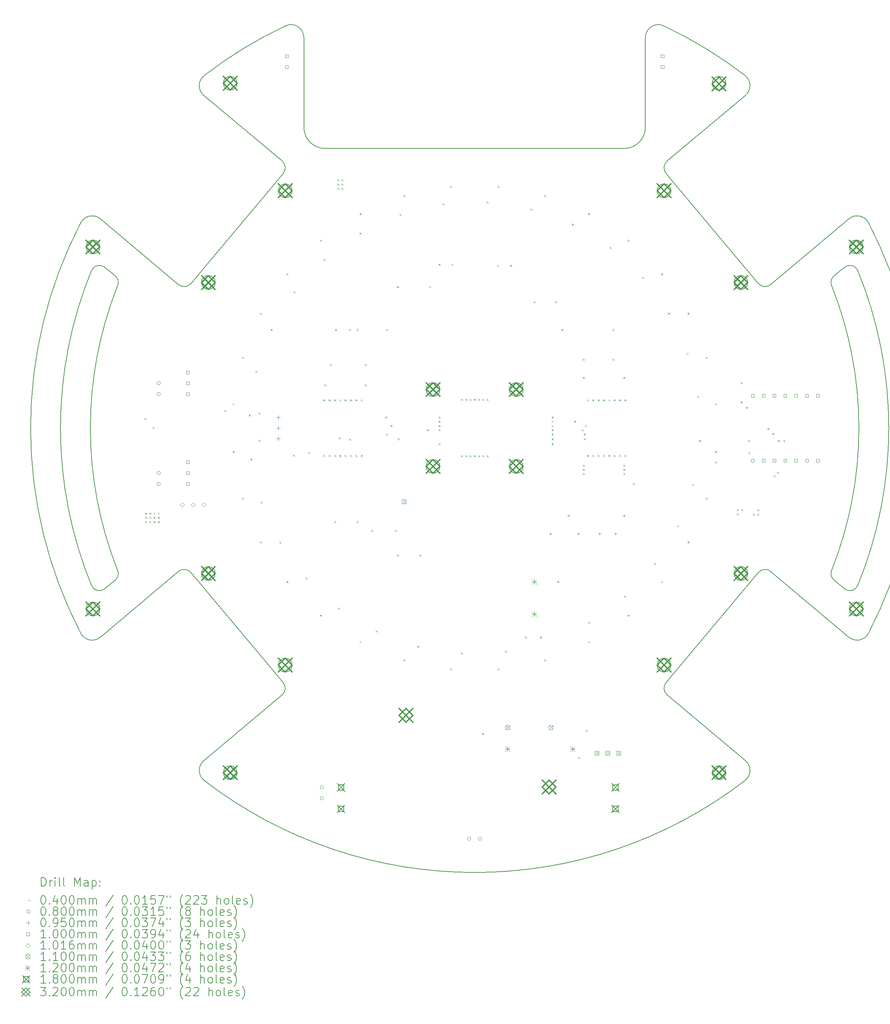
<source format=gbr>
%TF.GenerationSoftware,KiCad,Pcbnew,7.0.9*%
%TF.CreationDate,2024-02-22T22:24:12+08:00*%
%TF.ProjectId,layer1,6c617965-7231-42e6-9b69-6361645f7063,1.1*%
%TF.SameCoordinates,Original*%
%TF.FileFunction,Drillmap*%
%TF.FilePolarity,Positive*%
%FSLAX45Y45*%
G04 Gerber Fmt 4.5, Leading zero omitted, Abs format (unit mm)*
G04 Created by KiCad (PCBNEW 7.0.9) date 2024-02-22 22:24:12*
%MOMM*%
%LPD*%
G01*
G04 APERTURE LIST*
%ADD10C,0.200000*%
%ADD11C,0.100000*%
%ADD12C,0.101600*%
%ADD13C,0.110000*%
%ADD14C,0.120000*%
%ADD15C,0.180000*%
%ADD16C,0.320000*%
G04 APERTURE END LIST*
D10*
X21473145Y-16184110D02*
G75*
G03*
X21473145Y-8815890I-8973145J3684110D01*
G01*
X17007085Y-6257545D02*
X18842253Y-4717656D01*
X19148499Y-9120728D02*
X16982433Y-6539311D01*
X21598051Y-16736397D02*
G75*
G03*
X21598051Y-16736397I-160000J0D01*
G01*
X20860733Y-15831387D02*
G75*
G03*
X20860733Y-9168613I-8360733J3331388D01*
G01*
X20917970Y-8941373D02*
G75*
G03*
X20860733Y-9168613I128550J-153207D01*
G01*
X11685000Y-11600000D02*
G75*
G03*
X11685000Y-11600000I-160000J0D01*
G01*
X21159572Y-16261360D02*
G75*
G03*
X21473145Y-16184110I128558J153210D01*
G01*
X13635000Y-13400000D02*
G75*
G03*
X13635000Y-13400000I-160000J0D01*
G01*
X21265434Y-7605490D02*
X19430265Y-9145379D01*
X3526855Y-8815890D02*
G75*
G03*
X3526855Y-16184110I8973145J-3684110D01*
G01*
X6167927Y-20750143D02*
G75*
G03*
X18832073Y-20750143I6332073J8250143D01*
G01*
X8500000Y-5461072D02*
X8500000Y-3361072D01*
X13635000Y-11600000D02*
G75*
G03*
X13635000Y-11600000I-160000J0D01*
G01*
X6935887Y-4433380D02*
G75*
G03*
X6935887Y-4433380I-160000J0D01*
G01*
X16000000Y-5961072D02*
X9000000Y-5961072D01*
X18832075Y-20750145D02*
G75*
G03*
X18842253Y-20282345I-182655J237985D01*
G01*
X18832073Y-4249857D02*
G75*
G03*
X16927723Y-3089619I-6332073J-8250143D01*
G01*
X4082030Y-8941373D02*
X3840426Y-8738642D01*
X6424445Y-9095318D02*
G75*
G03*
X6424445Y-9095318I-160000J0D01*
G01*
X6424445Y-15904682D02*
G75*
G03*
X6424445Y-15904682I-160000J0D01*
G01*
X8017567Y-6539311D02*
X5851501Y-9120728D01*
X3275644Y-17303252D02*
G75*
G03*
X3734566Y-17394510I266086J138552D01*
G01*
X21598051Y-8263603D02*
G75*
G03*
X21598051Y-8263603I-160000J0D01*
G01*
X3275643Y-7696748D02*
G75*
G03*
X3275643Y-17303252I9224357J-4803252D01*
G01*
X5851500Y-15879273D02*
G75*
G03*
X5569735Y-15854621I-153210J-128567D01*
G01*
X5851501Y-15879272D02*
X8017567Y-18460689D01*
X20917970Y-16058627D02*
X21159574Y-16261358D01*
X3840426Y-16261358D02*
X4082030Y-16058627D01*
X16927724Y-3089617D02*
G75*
G03*
X16500000Y-3361072I-127724J-271453D01*
G01*
X6167927Y-4249857D02*
G75*
G03*
X6157747Y-4717656I182649J-237985D01*
G01*
X18842253Y-20282345D02*
X17007085Y-18742455D01*
X7992915Y-18742455D02*
X6157747Y-20282345D01*
X3840426Y-8738642D02*
G75*
G03*
X3526855Y-8815890I-128559J-153204D01*
G01*
X11685000Y-13400000D02*
G75*
G03*
X11685000Y-13400000I-160000J0D01*
G01*
X8224250Y-6950393D02*
G75*
G03*
X8224250Y-6950393I-160000J0D01*
G01*
X19430265Y-15854621D02*
X21265434Y-17394510D01*
X4139267Y-9168613D02*
G75*
G03*
X4139267Y-15831387I8360733J-3331387D01*
G01*
X18384113Y-4433380D02*
G75*
G03*
X18384113Y-4433380I-160000J0D01*
G01*
X18895555Y-15904682D02*
G75*
G03*
X18895555Y-15904682I-160000J0D01*
G01*
X3526858Y-16184108D02*
G75*
G03*
X3840426Y-16261357I185012J75958D01*
G01*
X3734566Y-7605490D02*
G75*
G03*
X3275643Y-7696748I-192837J-229809D01*
G01*
X4082030Y-16058627D02*
G75*
G03*
X4139267Y-15831387I-128550J153207D01*
G01*
X3734566Y-17394510D02*
X5569735Y-15854621D01*
X6157747Y-4717656D02*
X7992915Y-6257545D01*
X17095750Y-6950393D02*
G75*
G03*
X17095750Y-6950393I-160000J0D01*
G01*
X18895555Y-9095318D02*
G75*
G03*
X18895555Y-9095318I-160000J0D01*
G01*
X8017567Y-6539311D02*
G75*
G03*
X7992915Y-6257545I-153215J128557D01*
G01*
X8499998Y-3361072D02*
G75*
G03*
X8072277Y-3089619I-299998J2D01*
G01*
X21724357Y-17303252D02*
G75*
G03*
X21724357Y-7696748I-9224357J4803252D01*
G01*
X5569735Y-9145379D02*
X3734566Y-7605490D01*
X16000000Y-5961070D02*
G75*
G03*
X16500000Y-5461072I0J500000D01*
G01*
X16982433Y-18460689D02*
X19148499Y-15879272D01*
X4139262Y-9168610D02*
G75*
G03*
X4082030Y-8941373I-185802J74030D01*
G01*
X5569732Y-9145382D02*
G75*
G03*
X5851501Y-9120728I128558J153202D01*
G01*
X18842251Y-4717653D02*
G75*
G03*
X18832073Y-4249857I-192831J229813D01*
G01*
X16500000Y-3361072D02*
X16500000Y-5461072D01*
X18384113Y-20566620D02*
G75*
G03*
X18384113Y-20566620I-160000J0D01*
G01*
X8224250Y-18049607D02*
G75*
G03*
X8224250Y-18049607I-160000J0D01*
G01*
X21473142Y-8815892D02*
G75*
G03*
X21159574Y-8738643I-185012J-75958D01*
G01*
X6157747Y-20282345D02*
G75*
G03*
X6167927Y-20750143I192837J-229813D01*
G01*
X8072277Y-3089619D02*
G75*
G03*
X6167927Y-4249857I4427723J-9410381D01*
G01*
X21265433Y-17394511D02*
G75*
G03*
X21724357Y-17303252I192837J229811D01*
G01*
X3721949Y-16736397D02*
G75*
G03*
X3721949Y-16736397I-160000J0D01*
G01*
X3721949Y-8263603D02*
G75*
G03*
X3721949Y-8263603I-160000J0D01*
G01*
X21159574Y-8738642D02*
X20917970Y-8941373D01*
X21724356Y-7696748D02*
G75*
G03*
X21265434Y-7605490I-266086J-138552D01*
G01*
X7992915Y-18742455D02*
G75*
G03*
X8017567Y-18460689I-128546J153208D01*
G01*
X16982437Y-18460692D02*
G75*
G03*
X17007085Y-18742455I153203J-128558D01*
G01*
X17095750Y-18049607D02*
G75*
G03*
X17095750Y-18049607I-160000J0D01*
G01*
X8499998Y-5461072D02*
G75*
G03*
X9000000Y-5961072I500002J2D01*
G01*
X19430268Y-15854618D02*
G75*
G03*
X19148499Y-15879272I-128558J-153202D01*
G01*
X17007082Y-6257541D02*
G75*
G03*
X16982433Y-6539311I128559J-153209D01*
G01*
X6935887Y-20566620D02*
G75*
G03*
X6935887Y-20566620I-160000J0D01*
G01*
X20860736Y-15831388D02*
G75*
G03*
X20917970Y-16058627I185794J-74032D01*
G01*
X19148500Y-9120727D02*
G75*
G03*
X19430265Y-9145379I153210J128567D01*
G01*
D11*
X4774000Y-12267000D02*
X4814000Y-12307000D01*
X4814000Y-12267000D02*
X4774000Y-12307000D01*
X4780000Y-14480000D02*
X4820000Y-14520000D01*
X4820000Y-14480000D02*
X4780000Y-14520000D01*
X4780000Y-14580000D02*
X4820000Y-14620000D01*
X4820000Y-14580000D02*
X4780000Y-14620000D01*
X4780000Y-14680000D02*
X4820000Y-14720000D01*
X4820000Y-14680000D02*
X4780000Y-14720000D01*
X4880000Y-14480000D02*
X4920000Y-14520000D01*
X4920000Y-14480000D02*
X4880000Y-14520000D01*
X4880000Y-14580000D02*
X4920000Y-14620000D01*
X4920000Y-14580000D02*
X4880000Y-14620000D01*
X4880000Y-14680000D02*
X4920000Y-14720000D01*
X4920000Y-14680000D02*
X4880000Y-14720000D01*
X4955000Y-12480000D02*
X4995000Y-12520000D01*
X4995000Y-12480000D02*
X4955000Y-12520000D01*
X4980000Y-14480000D02*
X5020000Y-14520000D01*
X5020000Y-14480000D02*
X4980000Y-14520000D01*
X4980000Y-14580000D02*
X5020000Y-14620000D01*
X5020000Y-14580000D02*
X4980000Y-14620000D01*
X4980000Y-14680000D02*
X5020000Y-14720000D01*
X5020000Y-14680000D02*
X4980000Y-14720000D01*
X5080000Y-14480000D02*
X5120000Y-14520000D01*
X5120000Y-14480000D02*
X5080000Y-14520000D01*
X5080000Y-14580000D02*
X5120000Y-14620000D01*
X5120000Y-14580000D02*
X5080000Y-14620000D01*
X5080000Y-14680000D02*
X5120000Y-14720000D01*
X5120000Y-14680000D02*
X5080000Y-14720000D01*
X6640000Y-12080000D02*
X6680000Y-12120000D01*
X6680000Y-12080000D02*
X6640000Y-12120000D01*
X6832325Y-13036217D02*
X6872325Y-13076217D01*
X6872325Y-13036217D02*
X6832325Y-13076217D01*
X6832331Y-11923723D02*
X6872331Y-11963723D01*
X6872331Y-11923723D02*
X6832331Y-11963723D01*
X7049356Y-14127336D02*
X7089356Y-14167336D01*
X7089356Y-14127336D02*
X7049356Y-14167336D01*
X7049374Y-10832606D02*
X7089374Y-10872606D01*
X7089374Y-10832606D02*
X7049374Y-10872606D01*
X7205000Y-12180000D02*
X7245000Y-12220000D01*
X7245000Y-12180000D02*
X7205000Y-12220000D01*
X7247830Y-13214866D02*
X7287830Y-13254866D01*
X7287830Y-13214866D02*
X7247830Y-13254866D01*
X7364885Y-11156663D02*
X7404885Y-11196663D01*
X7404885Y-11156663D02*
X7364885Y-11196663D01*
X7441000Y-12140000D02*
X7481000Y-12180000D01*
X7481000Y-12140000D02*
X7441000Y-12180000D01*
X7441000Y-12775000D02*
X7481000Y-12815000D01*
X7481000Y-12775000D02*
X7441000Y-12815000D01*
X7475084Y-15155149D02*
X7515084Y-15195149D01*
X7515084Y-15155149D02*
X7475084Y-15195149D01*
X7475112Y-9804798D02*
X7515112Y-9844798D01*
X7515112Y-9804798D02*
X7475112Y-9844798D01*
X7491730Y-14221491D02*
X7531730Y-14261491D01*
X7531730Y-14221491D02*
X7491730Y-14261491D01*
X7721340Y-10184181D02*
X7761340Y-10224181D01*
X7761340Y-10184181D02*
X7721340Y-10224181D01*
X7927327Y-15161192D02*
X7967327Y-15201192D01*
X7967327Y-15161192D02*
X7927327Y-15201192D01*
X8093148Y-16080158D02*
X8133148Y-16120158D01*
X8133148Y-16080158D02*
X8093148Y-16120158D01*
X8093186Y-8879796D02*
X8133186Y-8919796D01*
X8133186Y-8879796D02*
X8093186Y-8919796D01*
X8240000Y-13120000D02*
X8280000Y-13160000D01*
X8280000Y-13120000D02*
X8240000Y-13160000D01*
X8260669Y-9299926D02*
X8300669Y-9339926D01*
X8300669Y-9299926D02*
X8260669Y-9339926D01*
X8537880Y-15997856D02*
X8577880Y-16037856D01*
X8577880Y-15997856D02*
X8537880Y-16037856D01*
X8603277Y-13056723D02*
X8643277Y-13096723D01*
X8643277Y-13056723D02*
X8603277Y-13096723D01*
X8879796Y-16866814D02*
X8919796Y-16906814D01*
X8919796Y-16866814D02*
X8879796Y-16906814D01*
X8879842Y-8093148D02*
X8919842Y-8133148D01*
X8919842Y-8093148D02*
X8879842Y-8133148D01*
X8955000Y-11830000D02*
X8995000Y-11870000D01*
X8995000Y-11830000D02*
X8955000Y-11870000D01*
X8955000Y-13130000D02*
X8995000Y-13170000D01*
X8995000Y-13130000D02*
X8955000Y-13170000D01*
X8962144Y-8537880D02*
X9002144Y-8577880D01*
X9002144Y-8537880D02*
X8962144Y-8577880D01*
X8980000Y-11480000D02*
X9020000Y-11520000D01*
X9020000Y-11480000D02*
X8980000Y-11520000D01*
X9080000Y-11830000D02*
X9120000Y-11870000D01*
X9120000Y-11830000D02*
X9080000Y-11870000D01*
X9080000Y-13130000D02*
X9120000Y-13170000D01*
X9120000Y-13130000D02*
X9080000Y-13170000D01*
X9105000Y-11005000D02*
X9145000Y-11045000D01*
X9145000Y-11005000D02*
X9105000Y-11045000D01*
X9205000Y-11830000D02*
X9245000Y-11870000D01*
X9245000Y-11830000D02*
X9205000Y-11870000D01*
X9205000Y-13130000D02*
X9245000Y-13170000D01*
X9245000Y-13130000D02*
X9205000Y-13170000D01*
X9205000Y-14680000D02*
X9245000Y-14720000D01*
X9245000Y-14680000D02*
X9205000Y-14720000D01*
X9230000Y-10180000D02*
X9270000Y-10220000D01*
X9270000Y-10180000D02*
X9230000Y-10220000D01*
X9285000Y-6680000D02*
X9325000Y-6720000D01*
X9325000Y-6680000D02*
X9285000Y-6720000D01*
X9285000Y-6780000D02*
X9325000Y-6820000D01*
X9325000Y-6780000D02*
X9285000Y-6820000D01*
X9285000Y-6880000D02*
X9325000Y-6920000D01*
X9325000Y-6880000D02*
X9285000Y-6920000D01*
X9299926Y-16699331D02*
X9339926Y-16739331D01*
X9339926Y-16699331D02*
X9299926Y-16739331D01*
X9320000Y-12713367D02*
X9360000Y-12753367D01*
X9360000Y-12713367D02*
X9320000Y-12753367D01*
X9330000Y-11830000D02*
X9370000Y-11870000D01*
X9370000Y-11830000D02*
X9330000Y-11870000D01*
X9330000Y-13130000D02*
X9370000Y-13170000D01*
X9370000Y-13130000D02*
X9330000Y-13170000D01*
X9380000Y-6680000D02*
X9420000Y-6720000D01*
X9420000Y-6680000D02*
X9380000Y-6720000D01*
X9380000Y-6780000D02*
X9420000Y-6820000D01*
X9420000Y-6780000D02*
X9380000Y-6820000D01*
X9380000Y-6880000D02*
X9420000Y-6920000D01*
X9420000Y-6880000D02*
X9380000Y-6920000D01*
X9455000Y-11830000D02*
X9495000Y-11870000D01*
X9495000Y-11830000D02*
X9455000Y-11870000D01*
X9455000Y-13130000D02*
X9495000Y-13170000D01*
X9495000Y-13130000D02*
X9455000Y-13170000D01*
X9555000Y-10180000D02*
X9595000Y-10220000D01*
X9595000Y-10180000D02*
X9555000Y-10220000D01*
X9560893Y-12748257D02*
X9600893Y-12788257D01*
X9600893Y-12748257D02*
X9560893Y-12788257D01*
X9580000Y-11830000D02*
X9620000Y-11870000D01*
X9620000Y-11830000D02*
X9580000Y-11870000D01*
X9580000Y-13130000D02*
X9620000Y-13170000D01*
X9620000Y-13130000D02*
X9580000Y-13170000D01*
X9705000Y-11830000D02*
X9745000Y-11870000D01*
X9745000Y-11830000D02*
X9705000Y-11870000D01*
X9705000Y-13130000D02*
X9745000Y-13170000D01*
X9745000Y-13130000D02*
X9705000Y-13170000D01*
X9730000Y-10180000D02*
X9770000Y-10220000D01*
X9770000Y-10180000D02*
X9730000Y-10220000D01*
X9730000Y-14680000D02*
X9770000Y-14720000D01*
X9770000Y-14680000D02*
X9730000Y-14720000D01*
X9798808Y-7927327D02*
X9838808Y-7967327D01*
X9838808Y-7927327D02*
X9798808Y-7967327D01*
X9804798Y-17484888D02*
X9844798Y-17524888D01*
X9844798Y-17484888D02*
X9804798Y-17524888D01*
X9804851Y-7475084D02*
X9844851Y-7515084D01*
X9844851Y-7475084D02*
X9804851Y-7515084D01*
X9830000Y-11830000D02*
X9870000Y-11870000D01*
X9870000Y-11830000D02*
X9830000Y-11870000D01*
X9830000Y-13130000D02*
X9870000Y-13170000D01*
X9870000Y-13130000D02*
X9830000Y-13170000D01*
X9930000Y-11005000D02*
X9970000Y-11045000D01*
X9970000Y-11005000D02*
X9930000Y-11045000D01*
X9930000Y-11480000D02*
X9970000Y-11520000D01*
X9970000Y-11480000D02*
X9930000Y-11520000D01*
X10080000Y-14880000D02*
X10120000Y-14920000D01*
X10120000Y-14880000D02*
X10080000Y-14920000D01*
X10184181Y-17238660D02*
X10224181Y-17278660D01*
X10224181Y-17238660D02*
X10184181Y-17278660D01*
X10405000Y-12230000D02*
X10445000Y-12270000D01*
X10445000Y-12230000D02*
X10405000Y-12270000D01*
X10430000Y-10180000D02*
X10470000Y-10220000D01*
X10470000Y-10180000D02*
X10430000Y-10220000D01*
X10430000Y-12630000D02*
X10470000Y-12670000D01*
X10470000Y-12630000D02*
X10430000Y-12670000D01*
X10530000Y-12430000D02*
X10570000Y-12470000D01*
X10570000Y-12430000D02*
X10530000Y-12470000D01*
X10630000Y-14880000D02*
X10670000Y-14920000D01*
X10670000Y-14880000D02*
X10630000Y-14920000D01*
X10680000Y-9180000D02*
X10720000Y-9220000D01*
X10720000Y-9180000D02*
X10680000Y-9220000D01*
X10680000Y-15455000D02*
X10720000Y-15495000D01*
X10720000Y-15455000D02*
X10680000Y-15495000D01*
X10700000Y-12740000D02*
X10740000Y-12780000D01*
X10740000Y-12740000D02*
X10700000Y-12780000D01*
X10738509Y-7491730D02*
X10778509Y-7531730D01*
X10778509Y-7491730D02*
X10738509Y-7531730D01*
X10832606Y-17910626D02*
X10872606Y-17950626D01*
X10872606Y-17910626D02*
X10832606Y-17950626D01*
X10832664Y-7049356D02*
X10872664Y-7089356D01*
X10872664Y-7049356D02*
X10832664Y-7089356D01*
X11156663Y-17595115D02*
X11196663Y-17635115D01*
X11196663Y-17595115D02*
X11156663Y-17635115D01*
X11205000Y-15455000D02*
X11245000Y-15495000D01*
X11245000Y-15455000D02*
X11205000Y-15495000D01*
X11380000Y-12530000D02*
X11420000Y-12570000D01*
X11420000Y-12530000D02*
X11380000Y-12570000D01*
X11430000Y-9180000D02*
X11470000Y-9220000D01*
X11470000Y-9180000D02*
X11430000Y-9220000D01*
X11655000Y-8655000D02*
X11695000Y-8695000D01*
X11695000Y-8655000D02*
X11655000Y-8695000D01*
X11655000Y-12230000D02*
X11695000Y-12270000D01*
X11695000Y-12230000D02*
X11655000Y-12270000D01*
X11655000Y-12330000D02*
X11695000Y-12370000D01*
X11695000Y-12330000D02*
X11655000Y-12370000D01*
X11655000Y-12430000D02*
X11695000Y-12470000D01*
X11695000Y-12430000D02*
X11655000Y-12470000D01*
X11655000Y-12530000D02*
X11695000Y-12570000D01*
X11695000Y-12530000D02*
X11655000Y-12570000D01*
X11655000Y-12860000D02*
X11695000Y-12900000D01*
X11695000Y-12860000D02*
X11655000Y-12900000D01*
X11745134Y-7247830D02*
X11785134Y-7287830D01*
X11785134Y-7247830D02*
X11745134Y-7287830D01*
X11923723Y-18127669D02*
X11963723Y-18167669D01*
X11963723Y-18127669D02*
X11923723Y-18167669D01*
X11923783Y-6832325D02*
X11963783Y-6872325D01*
X11963783Y-6832325D02*
X11923783Y-6872325D01*
X11955000Y-8655000D02*
X11995000Y-8695000D01*
X11995000Y-8655000D02*
X11955000Y-8695000D01*
X12180000Y-11820000D02*
X12220000Y-11860000D01*
X12220000Y-11820000D02*
X12180000Y-11860000D01*
X12180000Y-13140000D02*
X12220000Y-13180000D01*
X12220000Y-13140000D02*
X12180000Y-13180000D01*
X12180000Y-17755000D02*
X12220000Y-17795000D01*
X12220000Y-17755000D02*
X12180000Y-17795000D01*
X12280000Y-11820000D02*
X12320000Y-11860000D01*
X12320000Y-11820000D02*
X12280000Y-11860000D01*
X12280000Y-13140000D02*
X12320000Y-13180000D01*
X12320000Y-13140000D02*
X12280000Y-13180000D01*
X12380000Y-11820000D02*
X12420000Y-11860000D01*
X12420000Y-11820000D02*
X12380000Y-11860000D01*
X12380000Y-13140000D02*
X12420000Y-13180000D01*
X12420000Y-13140000D02*
X12380000Y-13180000D01*
X12480000Y-11820000D02*
X12520000Y-11860000D01*
X12520000Y-11820000D02*
X12480000Y-11860000D01*
X12480000Y-13140000D02*
X12520000Y-13180000D01*
X12520000Y-13140000D02*
X12480000Y-13180000D01*
X12580000Y-11820000D02*
X12620000Y-11860000D01*
X12620000Y-11820000D02*
X12580000Y-11860000D01*
X12580000Y-13140000D02*
X12620000Y-13180000D01*
X12620000Y-13140000D02*
X12580000Y-13180000D01*
X12676000Y-19640000D02*
X12716000Y-19680000D01*
X12716000Y-19640000D02*
X12676000Y-19680000D01*
X12680000Y-11820000D02*
X12720000Y-11860000D01*
X12720000Y-11820000D02*
X12680000Y-11860000D01*
X12680000Y-13140000D02*
X12720000Y-13180000D01*
X12720000Y-13140000D02*
X12680000Y-13180000D01*
X12780000Y-7205000D02*
X12820000Y-7245000D01*
X12820000Y-7205000D02*
X12780000Y-7245000D01*
X12780000Y-11820000D02*
X12820000Y-11860000D01*
X12820000Y-11820000D02*
X12780000Y-11860000D01*
X12780000Y-13140000D02*
X12820000Y-13180000D01*
X12820000Y-13140000D02*
X12780000Y-13180000D01*
X13030000Y-8680000D02*
X13070000Y-8720000D01*
X13070000Y-8680000D02*
X13030000Y-8720000D01*
X13036217Y-18127675D02*
X13076217Y-18167675D01*
X13076217Y-18127675D02*
X13036217Y-18167675D01*
X13036277Y-6832331D02*
X13076277Y-6872331D01*
X13076277Y-6832331D02*
X13036277Y-6872331D01*
X13214866Y-17712170D02*
X13254866Y-17752170D01*
X13254866Y-17712170D02*
X13214866Y-17752170D01*
X13330000Y-8680000D02*
X13370000Y-8720000D01*
X13370000Y-8680000D02*
X13330000Y-8720000D01*
X13680000Y-17380000D02*
X13720000Y-17420000D01*
X13720000Y-17380000D02*
X13680000Y-17420000D01*
X13803337Y-7364885D02*
X13843337Y-7404885D01*
X13843337Y-7364885D02*
X13803337Y-7404885D01*
X13880000Y-9530000D02*
X13920000Y-9570000D01*
X13920000Y-9530000D02*
X13880000Y-9570000D01*
X14030000Y-17380000D02*
X14070000Y-17420000D01*
X14070000Y-17380000D02*
X14030000Y-17420000D01*
X14127336Y-17910644D02*
X14167336Y-17950644D01*
X14167336Y-17910644D02*
X14127336Y-17950644D01*
X14127394Y-7049374D02*
X14167394Y-7089374D01*
X14167394Y-7049374D02*
X14127394Y-7089374D01*
X14255000Y-14955000D02*
X14295000Y-14995000D01*
X14295000Y-14955000D02*
X14255000Y-14995000D01*
X14300000Y-12740000D02*
X14340000Y-12780000D01*
X14340000Y-12740000D02*
X14300000Y-12780000D01*
X14300000Y-12860000D02*
X14340000Y-12900000D01*
X14340000Y-12860000D02*
X14300000Y-12900000D01*
X14300050Y-12230000D02*
X14340050Y-12270000D01*
X14340050Y-12230000D02*
X14300050Y-12270000D01*
X14300050Y-12330000D02*
X14340050Y-12370000D01*
X14340050Y-12330000D02*
X14300050Y-12370000D01*
X14300050Y-12429950D02*
X14340050Y-12469950D01*
X14340050Y-12429950D02*
X14300050Y-12469950D01*
X14300050Y-12529901D02*
X14340050Y-12569901D01*
X14340050Y-12529901D02*
X14300050Y-12569901D01*
X14300471Y-12630301D02*
X14340471Y-12670301D01*
X14340471Y-12630301D02*
X14300471Y-12670301D01*
X14380000Y-9530000D02*
X14420000Y-9570000D01*
X14420000Y-9530000D02*
X14380000Y-9570000D01*
X14430000Y-16080000D02*
X14470000Y-16120000D01*
X14470000Y-16080000D02*
X14430000Y-16120000D01*
X14530000Y-10180000D02*
X14570000Y-10220000D01*
X14570000Y-10180000D02*
X14530000Y-10220000D01*
X14680000Y-14530000D02*
X14720000Y-14570000D01*
X14720000Y-14530000D02*
X14680000Y-14570000D01*
X14775819Y-7721340D02*
X14815819Y-7761340D01*
X14815819Y-7721340D02*
X14775819Y-7761340D01*
X14830000Y-12328770D02*
X14870000Y-12368770D01*
X14870000Y-12328770D02*
X14830000Y-12368770D01*
X14905000Y-14955000D02*
X14945000Y-14995000D01*
X14945000Y-14955000D02*
X14905000Y-14995000D01*
X14920000Y-20200000D02*
X14960000Y-20240000D01*
X14960000Y-20200000D02*
X14920000Y-20240000D01*
X15005000Y-12530000D02*
X15045000Y-12570000D01*
X15045000Y-12530000D02*
X15005000Y-12570000D01*
X15030000Y-10880000D02*
X15070000Y-10920000D01*
X15070000Y-10880000D02*
X15030000Y-10920000D01*
X15030000Y-11305000D02*
X15070000Y-11345000D01*
X15070000Y-11305000D02*
X15030000Y-11345000D01*
X15030000Y-13355000D02*
X15070000Y-13395000D01*
X15070000Y-13355000D02*
X15030000Y-13395000D01*
X15030000Y-13455000D02*
X15070000Y-13495000D01*
X15070000Y-13455000D02*
X15030000Y-13495000D01*
X15030000Y-13555000D02*
X15070000Y-13595000D01*
X15070000Y-13555000D02*
X15030000Y-13595000D01*
X15055000Y-12630000D02*
X15095000Y-12670000D01*
X15095000Y-12630000D02*
X15055000Y-12670000D01*
X15060000Y-12740000D02*
X15100000Y-12780000D01*
X15100000Y-12740000D02*
X15060000Y-12780000D01*
X15080000Y-12430000D02*
X15120000Y-12470000D01*
X15120000Y-12430000D02*
X15080000Y-12470000D01*
X15102236Y-19566006D02*
X15142236Y-19606006D01*
X15142236Y-19566006D02*
X15102236Y-19606006D01*
X15130000Y-11830000D02*
X15170000Y-11870000D01*
X15170000Y-11830000D02*
X15130000Y-11870000D01*
X15130000Y-13130000D02*
X15170000Y-13170000D01*
X15170000Y-13130000D02*
X15130000Y-13170000D01*
X15155149Y-17484916D02*
X15195149Y-17524916D01*
X15195149Y-17484916D02*
X15155149Y-17524916D01*
X15155202Y-7475112D02*
X15195202Y-7515112D01*
X15195202Y-7475112D02*
X15155202Y-7515112D01*
X15161192Y-17032673D02*
X15201192Y-17072673D01*
X15201192Y-17032673D02*
X15161192Y-17072673D01*
X15255000Y-11830000D02*
X15295000Y-11870000D01*
X15295000Y-11830000D02*
X15255000Y-11870000D01*
X15255000Y-13130000D02*
X15295000Y-13170000D01*
X15295000Y-13130000D02*
X15255000Y-13170000D01*
X15380000Y-11830000D02*
X15420000Y-11870000D01*
X15420000Y-11830000D02*
X15380000Y-11870000D01*
X15380000Y-13130000D02*
X15420000Y-13170000D01*
X15420000Y-13130000D02*
X15380000Y-13170000D01*
X15405000Y-14955000D02*
X15445000Y-14995000D01*
X15445000Y-14955000D02*
X15405000Y-14995000D01*
X15505000Y-11830000D02*
X15545000Y-11870000D01*
X15545000Y-11830000D02*
X15505000Y-11870000D01*
X15505000Y-13130000D02*
X15545000Y-13170000D01*
X15545000Y-13130000D02*
X15505000Y-13170000D01*
X15630000Y-11830000D02*
X15670000Y-11870000D01*
X15670000Y-11830000D02*
X15630000Y-11870000D01*
X15630000Y-13130000D02*
X15670000Y-13170000D01*
X15670000Y-13130000D02*
X15630000Y-13170000D01*
X15660074Y-8260669D02*
X15700074Y-8300669D01*
X15700074Y-8260669D02*
X15660074Y-8300669D01*
X15730000Y-10180000D02*
X15770000Y-10220000D01*
X15770000Y-10180000D02*
X15730000Y-10220000D01*
X15730000Y-10880000D02*
X15770000Y-10920000D01*
X15770000Y-10880000D02*
X15730000Y-10920000D01*
X15755000Y-11830000D02*
X15795000Y-11870000D01*
X15795000Y-11830000D02*
X15755000Y-11870000D01*
X15755000Y-13130000D02*
X15795000Y-13170000D01*
X15795000Y-13130000D02*
X15755000Y-13170000D01*
X15780000Y-14955000D02*
X15820000Y-14995000D01*
X15820000Y-14955000D02*
X15780000Y-14995000D01*
X15880000Y-11830000D02*
X15920000Y-11870000D01*
X15920000Y-11830000D02*
X15880000Y-11870000D01*
X15880000Y-13130000D02*
X15920000Y-13170000D01*
X15920000Y-13130000D02*
X15880000Y-13170000D01*
X15980000Y-11305000D02*
X16020000Y-11345000D01*
X16020000Y-11305000D02*
X15980000Y-11345000D01*
X15980000Y-13355000D02*
X16020000Y-13395000D01*
X16020000Y-13355000D02*
X15980000Y-13395000D01*
X15980000Y-13455000D02*
X16020000Y-13495000D01*
X16020000Y-13455000D02*
X15980000Y-13495000D01*
X15980000Y-13555000D02*
X16020000Y-13595000D01*
X16020000Y-13555000D02*
X15980000Y-13595000D01*
X15980000Y-14530000D02*
X16020000Y-14570000D01*
X16020000Y-14530000D02*
X15980000Y-14570000D01*
X15997856Y-16422120D02*
X16037856Y-16462120D01*
X16037856Y-16422120D02*
X15997856Y-16462120D01*
X16005000Y-11830000D02*
X16045000Y-11870000D01*
X16045000Y-11830000D02*
X16005000Y-11870000D01*
X16005000Y-13130000D02*
X16045000Y-13170000D01*
X16045000Y-13130000D02*
X16005000Y-13170000D01*
X16080158Y-16866852D02*
X16120158Y-16906852D01*
X16120158Y-16866852D02*
X16080158Y-16906852D01*
X16080204Y-8093186D02*
X16120204Y-8133186D01*
X16120204Y-8093186D02*
X16080204Y-8133186D01*
X16204000Y-13791000D02*
X16244000Y-13831000D01*
X16244000Y-13791000D02*
X16204000Y-13831000D01*
X16422120Y-8962144D02*
X16462120Y-9002144D01*
X16462120Y-8962144D02*
X16422120Y-9002144D01*
X16699331Y-15660074D02*
X16739331Y-15700074D01*
X16739331Y-15660074D02*
X16699331Y-15700074D01*
X16866814Y-16080204D02*
X16906814Y-16120204D01*
X16906814Y-16080204D02*
X16866814Y-16120204D01*
X16866852Y-8879842D02*
X16906852Y-8919842D01*
X16906852Y-8879842D02*
X16866852Y-8919842D01*
X17032673Y-9798808D02*
X17072673Y-9838808D01*
X17072673Y-9798808D02*
X17032673Y-9838808D01*
X17238660Y-14775819D02*
X17278660Y-14815819D01*
X17278660Y-14775819D02*
X17238660Y-14815819D01*
X17468270Y-10738509D02*
X17508270Y-10778509D01*
X17508270Y-10738509D02*
X17468270Y-10778509D01*
X17484888Y-15155202D02*
X17524888Y-15195202D01*
X17524888Y-15155202D02*
X17484888Y-15195202D01*
X17484916Y-9804851D02*
X17524916Y-9844851D01*
X17524916Y-9804851D02*
X17484916Y-9844851D01*
X17595115Y-13803337D02*
X17635115Y-13843337D01*
X17635115Y-13803337D02*
X17595115Y-13843337D01*
X17712170Y-11745134D02*
X17752170Y-11785134D01*
X17752170Y-11745134D02*
X17712170Y-11785134D01*
X17755000Y-12780000D02*
X17795000Y-12820000D01*
X17795000Y-12780000D02*
X17755000Y-12820000D01*
X17910626Y-14127394D02*
X17950626Y-14167394D01*
X17950626Y-14127394D02*
X17910626Y-14167394D01*
X17910644Y-10832664D02*
X17950644Y-10872664D01*
X17950644Y-10832664D02*
X17910644Y-10872664D01*
X18127669Y-13036277D02*
X18167669Y-13076277D01*
X18167669Y-13036277D02*
X18127669Y-13076277D01*
X18127675Y-11923783D02*
X18167675Y-11963783D01*
X18167675Y-11923783D02*
X18127675Y-11963783D01*
X18130000Y-13280000D02*
X18170000Y-13320000D01*
X18170000Y-13280000D02*
X18130000Y-13320000D01*
X18640000Y-14400000D02*
X18680000Y-14440000D01*
X18680000Y-14400000D02*
X18640000Y-14440000D01*
X18640000Y-14500000D02*
X18680000Y-14540000D01*
X18680000Y-14500000D02*
X18640000Y-14540000D01*
X18728770Y-11878770D02*
X18768770Y-11918770D01*
X18768770Y-11878770D02*
X18728770Y-11918770D01*
X18730000Y-11430000D02*
X18770000Y-11470000D01*
X18770000Y-11430000D02*
X18730000Y-11470000D01*
X18740000Y-14400000D02*
X18780000Y-14440000D01*
X18780000Y-14400000D02*
X18740000Y-14440000D01*
X18856270Y-12006270D02*
X18896270Y-12046270D01*
X18896270Y-12006270D02*
X18856270Y-12046270D01*
X18900000Y-12780000D02*
X18940000Y-12820000D01*
X18940000Y-12780000D02*
X18900000Y-12820000D01*
X18915500Y-13065500D02*
X18955500Y-13105500D01*
X18955500Y-13065500D02*
X18915500Y-13105500D01*
X19020000Y-14500000D02*
X19060000Y-14540000D01*
X19060000Y-14500000D02*
X19020000Y-14540000D01*
X19120000Y-14400000D02*
X19160000Y-14440000D01*
X19160000Y-14400000D02*
X19120000Y-14440000D01*
X19120000Y-14500000D02*
X19160000Y-14540000D01*
X19160000Y-14500000D02*
X19120000Y-14540000D01*
X19355000Y-12505000D02*
X19395000Y-12545000D01*
X19395000Y-12505000D02*
X19355000Y-12545000D01*
X19466730Y-12616730D02*
X19506730Y-12656730D01*
X19506730Y-12616730D02*
X19466730Y-12656730D01*
X19505000Y-13605000D02*
X19545000Y-13645000D01*
X19545000Y-13605000D02*
X19505000Y-13645000D01*
X19580000Y-13530000D02*
X19620000Y-13570000D01*
X19620000Y-13530000D02*
X19580000Y-13570000D01*
X19600000Y-12780000D02*
X19640000Y-12820000D01*
X19640000Y-12780000D02*
X19600000Y-12820000D01*
X19730000Y-12780000D02*
X19770000Y-12820000D01*
X19770000Y-12780000D02*
X19730000Y-12820000D01*
X5140000Y-11451500D02*
G75*
G03*
X5140000Y-11451500I-40000J0D01*
G01*
X5140000Y-11705500D02*
G75*
G03*
X5140000Y-11705500I-40000J0D01*
G01*
X5140000Y-13551500D02*
G75*
G03*
X5140000Y-13551500I-40000J0D01*
G01*
X5140000Y-13805500D02*
G75*
G03*
X5140000Y-13805500I-40000J0D01*
G01*
X8961000Y-20910000D02*
G75*
G03*
X8961000Y-20910000I-40000J0D01*
G01*
X8961000Y-21164000D02*
G75*
G03*
X8961000Y-21164000I-40000J0D01*
G01*
X12411000Y-22110000D02*
G75*
G03*
X12411000Y-22110000I-40000J0D01*
G01*
X12665000Y-22110000D02*
G75*
G03*
X12665000Y-22110000I-40000J0D01*
G01*
X7900000Y-12202500D02*
X7900000Y-12297500D01*
X7852500Y-12250000D02*
X7947500Y-12250000D01*
X7900000Y-12452500D02*
X7900000Y-12547500D01*
X7852500Y-12500000D02*
X7947500Y-12500000D01*
X7900000Y-12702500D02*
X7900000Y-12797500D01*
X7852500Y-12750000D02*
X7947500Y-12750000D01*
X5815356Y-11232856D02*
X5815356Y-11162144D01*
X5744644Y-11162144D01*
X5744644Y-11232856D01*
X5815356Y-11232856D01*
X5815356Y-11486856D02*
X5815356Y-11416144D01*
X5744644Y-11416144D01*
X5744644Y-11486856D01*
X5815356Y-11486856D01*
X5815356Y-11740856D02*
X5815356Y-11670144D01*
X5744644Y-11670144D01*
X5744644Y-11740856D01*
X5815356Y-11740856D01*
X5815356Y-13332856D02*
X5815356Y-13262144D01*
X5744644Y-13262144D01*
X5744644Y-13332856D01*
X5815356Y-13332856D01*
X5815356Y-13586856D02*
X5815356Y-13516144D01*
X5744644Y-13516144D01*
X5744644Y-13586856D01*
X5815356Y-13586856D01*
X5815356Y-13840856D02*
X5815356Y-13770144D01*
X5744644Y-13770144D01*
X5744644Y-13840856D01*
X5815356Y-13840856D01*
X8135356Y-3835356D02*
X8135356Y-3764644D01*
X8064644Y-3764644D01*
X8064644Y-3835356D01*
X8135356Y-3835356D01*
X8135356Y-4089356D02*
X8135356Y-4018644D01*
X8064644Y-4018644D01*
X8064644Y-4089356D01*
X8135356Y-4089356D01*
X16935356Y-3835356D02*
X16935356Y-3764644D01*
X16864644Y-3764644D01*
X16864644Y-3835356D01*
X16935356Y-3835356D01*
X16935356Y-4089356D02*
X16935356Y-4018644D01*
X16864644Y-4018644D01*
X16864644Y-4089356D01*
X16935356Y-4089356D01*
X19048356Y-11773356D02*
X19048356Y-11702644D01*
X18977644Y-11702644D01*
X18977644Y-11773356D01*
X19048356Y-11773356D01*
X19048356Y-13297356D02*
X19048356Y-13226644D01*
X18977644Y-13226644D01*
X18977644Y-13297356D01*
X19048356Y-13297356D01*
X19302356Y-11773356D02*
X19302356Y-11702644D01*
X19231644Y-11702644D01*
X19231644Y-11773356D01*
X19302356Y-11773356D01*
X19302356Y-13297356D02*
X19302356Y-13226644D01*
X19231644Y-13226644D01*
X19231644Y-13297356D01*
X19302356Y-13297356D01*
X19556356Y-11773356D02*
X19556356Y-11702644D01*
X19485644Y-11702644D01*
X19485644Y-11773356D01*
X19556356Y-11773356D01*
X19556356Y-13297356D02*
X19556356Y-13226644D01*
X19485644Y-13226644D01*
X19485644Y-13297356D01*
X19556356Y-13297356D01*
X19810356Y-11773356D02*
X19810356Y-11702644D01*
X19739644Y-11702644D01*
X19739644Y-11773356D01*
X19810356Y-11773356D01*
X19810356Y-13297356D02*
X19810356Y-13226644D01*
X19739644Y-13226644D01*
X19739644Y-13297356D01*
X19810356Y-13297356D01*
X20064356Y-11773356D02*
X20064356Y-11702644D01*
X19993644Y-11702644D01*
X19993644Y-11773356D01*
X20064356Y-11773356D01*
X20064356Y-13297356D02*
X20064356Y-13226644D01*
X19993644Y-13226644D01*
X19993644Y-13297356D01*
X20064356Y-13297356D01*
X20318356Y-11773356D02*
X20318356Y-11702644D01*
X20247644Y-11702644D01*
X20247644Y-11773356D01*
X20318356Y-11773356D01*
X20318356Y-13297356D02*
X20318356Y-13226644D01*
X20247644Y-13226644D01*
X20247644Y-13297356D01*
X20318356Y-13297356D01*
X20572356Y-11773356D02*
X20572356Y-11702644D01*
X20501644Y-11702644D01*
X20501644Y-11773356D01*
X20572356Y-11773356D01*
X20572356Y-13297356D02*
X20572356Y-13226644D01*
X20501644Y-13226644D01*
X20501644Y-13297356D01*
X20572356Y-13297356D01*
D12*
X5649220Y-14350800D02*
X5700020Y-14300000D01*
X5649220Y-14249200D01*
X5598420Y-14300000D01*
X5649220Y-14350800D01*
X5903220Y-14350800D02*
X5954020Y-14300000D01*
X5903220Y-14249200D01*
X5852420Y-14300000D01*
X5903220Y-14350800D01*
X6157220Y-14350800D02*
X6208020Y-14300000D01*
X6157220Y-14249200D01*
X6106420Y-14300000D01*
X6157220Y-14350800D01*
D13*
X10795000Y-14170000D02*
X10905000Y-14280000D01*
X10905000Y-14170000D02*
X10795000Y-14280000D01*
X10905000Y-14225000D02*
G75*
G03*
X10905000Y-14225000I-55000J0D01*
G01*
X13216000Y-19455000D02*
X13326000Y-19565000D01*
X13326000Y-19455000D02*
X13216000Y-19565000D01*
X13326000Y-19510000D02*
G75*
G03*
X13326000Y-19510000I-55000J0D01*
G01*
X14232000Y-19455000D02*
X14342000Y-19565000D01*
X14342000Y-19455000D02*
X14232000Y-19565000D01*
X14342000Y-19510000D02*
G75*
G03*
X14342000Y-19510000I-55000J0D01*
G01*
X15308000Y-20055000D02*
X15418000Y-20165000D01*
X15418000Y-20055000D02*
X15308000Y-20165000D01*
X15418000Y-20110000D02*
G75*
G03*
X15418000Y-20110000I-55000J0D01*
G01*
X15562000Y-20055000D02*
X15672000Y-20165000D01*
X15672000Y-20055000D02*
X15562000Y-20165000D01*
X15672000Y-20110000D02*
G75*
G03*
X15672000Y-20110000I-55000J0D01*
G01*
X15816000Y-20055000D02*
X15926000Y-20165000D01*
X15926000Y-20055000D02*
X15816000Y-20165000D01*
X15926000Y-20110000D02*
G75*
G03*
X15926000Y-20110000I-55000J0D01*
G01*
D14*
X13211000Y-19950000D02*
X13331000Y-20070000D01*
X13331000Y-19950000D02*
X13211000Y-20070000D01*
X13271000Y-19950000D02*
X13271000Y-20070000D01*
X13211000Y-20010000D02*
X13331000Y-20010000D01*
X13840000Y-16041275D02*
X13960000Y-16161275D01*
X13960000Y-16041275D02*
X13840000Y-16161275D01*
X13900000Y-16041275D02*
X13900000Y-16161275D01*
X13840000Y-16101275D02*
X13960000Y-16101275D01*
X13840000Y-16791275D02*
X13960000Y-16911275D01*
X13960000Y-16791275D02*
X13840000Y-16911275D01*
X13900000Y-16791275D02*
X13900000Y-16911275D01*
X13840000Y-16851275D02*
X13960000Y-16851275D01*
X14735000Y-19950000D02*
X14855000Y-20070000D01*
X14855000Y-19950000D02*
X14735000Y-20070000D01*
X14795000Y-19950000D02*
X14795000Y-20070000D01*
X14735000Y-20010000D02*
X14855000Y-20010000D01*
D15*
X9281000Y-20820000D02*
X9461000Y-21000000D01*
X9461000Y-20820000D02*
X9281000Y-21000000D01*
X9434640Y-20973640D02*
X9434640Y-20846360D01*
X9307360Y-20846360D01*
X9307360Y-20973640D01*
X9434640Y-20973640D01*
X9281000Y-21320000D02*
X9461000Y-21500000D01*
X9461000Y-21320000D02*
X9281000Y-21500000D01*
X9434640Y-21473640D02*
X9434640Y-21346360D01*
X9307360Y-21346360D01*
X9307360Y-21473640D01*
X9434640Y-21473640D01*
X15706000Y-20820000D02*
X15886000Y-21000000D01*
X15886000Y-20820000D02*
X15706000Y-21000000D01*
X15859640Y-20973640D02*
X15859640Y-20846360D01*
X15732360Y-20846360D01*
X15732360Y-20973640D01*
X15859640Y-20973640D01*
X15706000Y-21320000D02*
X15886000Y-21500000D01*
X15886000Y-21320000D02*
X15706000Y-21500000D01*
X15859640Y-21473640D02*
X15859640Y-21346360D01*
X15732360Y-21346360D01*
X15732360Y-21473640D01*
X15859640Y-21473640D01*
D16*
X3401950Y-8103600D02*
X3721950Y-8423600D01*
X3721950Y-8103600D02*
X3401950Y-8423600D01*
X3561950Y-8423600D02*
X3721950Y-8263600D01*
X3561950Y-8103600D01*
X3401950Y-8263600D01*
X3561950Y-8423600D01*
X3401950Y-16576400D02*
X3721950Y-16896400D01*
X3721950Y-16576400D02*
X3401950Y-16896400D01*
X3561950Y-16896400D02*
X3721950Y-16736400D01*
X3561950Y-16576400D01*
X3401950Y-16736400D01*
X3561950Y-16896400D01*
X6104440Y-8935320D02*
X6424440Y-9255320D01*
X6424440Y-8935320D02*
X6104440Y-9255320D01*
X6264440Y-9255320D02*
X6424440Y-9095320D01*
X6264440Y-8935320D01*
X6104440Y-9095320D01*
X6264440Y-9255320D01*
X6104440Y-15744700D02*
X6424440Y-16064700D01*
X6424440Y-15744700D02*
X6104440Y-16064700D01*
X6264440Y-16064700D02*
X6424440Y-15904700D01*
X6264440Y-15744700D01*
X6104440Y-15904700D01*
X6264440Y-16064700D01*
X6615890Y-4273380D02*
X6935890Y-4593380D01*
X6935890Y-4273380D02*
X6615890Y-4593380D01*
X6775890Y-4593380D02*
X6935890Y-4433380D01*
X6775890Y-4273380D01*
X6615890Y-4433380D01*
X6775890Y-4593380D01*
X6615890Y-20406600D02*
X6935890Y-20726600D01*
X6935890Y-20406600D02*
X6615890Y-20726600D01*
X6775890Y-20726600D02*
X6935890Y-20566600D01*
X6775890Y-20406600D01*
X6615890Y-20566600D01*
X6775890Y-20726600D01*
X7904250Y-6790390D02*
X8224250Y-7110390D01*
X8224250Y-6790390D02*
X7904250Y-7110390D01*
X8064250Y-7110390D02*
X8224250Y-6950390D01*
X8064250Y-6790390D01*
X7904250Y-6950390D01*
X8064250Y-7110390D01*
X7904250Y-17889600D02*
X8224250Y-18209600D01*
X8224250Y-17889600D02*
X7904250Y-18209600D01*
X8064250Y-18209600D02*
X8224250Y-18049600D01*
X8064250Y-17889600D01*
X7904250Y-18049600D01*
X8064250Y-18209600D01*
X10734600Y-19061800D02*
X11054600Y-19381800D01*
X11054600Y-19061800D02*
X10734600Y-19381800D01*
X10894600Y-19381800D02*
X11054600Y-19221800D01*
X10894600Y-19061800D01*
X10734600Y-19221800D01*
X10894600Y-19381800D01*
X11365000Y-11440000D02*
X11685000Y-11760000D01*
X11685000Y-11440000D02*
X11365000Y-11760000D01*
X11525000Y-11760000D02*
X11685000Y-11600000D01*
X11525000Y-11440000D01*
X11365000Y-11600000D01*
X11525000Y-11760000D01*
X11365000Y-13240000D02*
X11685000Y-13560000D01*
X11685000Y-13240000D02*
X11365000Y-13560000D01*
X11525000Y-13560000D02*
X11685000Y-13400000D01*
X11525000Y-13240000D01*
X11365000Y-13400000D01*
X11525000Y-13560000D01*
X13315000Y-11440000D02*
X13635000Y-11760000D01*
X13635000Y-11440000D02*
X13315000Y-11760000D01*
X13475000Y-11760000D02*
X13635000Y-11600000D01*
X13475000Y-11440000D01*
X13315000Y-11600000D01*
X13475000Y-11760000D01*
X13315000Y-13240000D02*
X13635000Y-13560000D01*
X13635000Y-13240000D02*
X13315000Y-13560000D01*
X13475000Y-13560000D02*
X13635000Y-13400000D01*
X13475000Y-13240000D01*
X13315000Y-13400000D01*
X13475000Y-13560000D01*
X14087400Y-20738200D02*
X14407400Y-21058200D01*
X14407400Y-20738200D02*
X14087400Y-21058200D01*
X14247400Y-21058200D02*
X14407400Y-20898200D01*
X14247400Y-20738200D01*
X14087400Y-20898200D01*
X14247400Y-21058200D01*
X16775800Y-6790390D02*
X17095800Y-7110390D01*
X17095800Y-6790390D02*
X16775800Y-7110390D01*
X16935800Y-7110390D02*
X17095800Y-6950390D01*
X16935800Y-6790390D01*
X16775800Y-6950390D01*
X16935800Y-7110390D01*
X16775800Y-17889600D02*
X17095800Y-18209600D01*
X17095800Y-17889600D02*
X16775800Y-18209600D01*
X16935800Y-18209600D02*
X17095800Y-18049600D01*
X16935800Y-17889600D01*
X16775800Y-18049600D01*
X16935800Y-18209600D01*
X18064100Y-4290000D02*
X18384100Y-4610000D01*
X18384100Y-4290000D02*
X18064100Y-4610000D01*
X18224100Y-4610000D02*
X18384100Y-4450000D01*
X18224100Y-4290000D01*
X18064100Y-4450000D01*
X18224100Y-4610000D01*
X18064100Y-20406600D02*
X18384100Y-20726600D01*
X18384100Y-20406600D02*
X18064100Y-20726600D01*
X18224100Y-20726600D02*
X18384100Y-20566600D01*
X18224100Y-20406600D01*
X18064100Y-20566600D01*
X18224100Y-20726600D01*
X18575600Y-8935320D02*
X18895600Y-9255320D01*
X18895600Y-8935320D02*
X18575600Y-9255320D01*
X18735600Y-9255320D02*
X18895600Y-9095320D01*
X18735600Y-8935320D01*
X18575600Y-9095320D01*
X18735600Y-9255320D01*
X18575600Y-15744700D02*
X18895600Y-16064700D01*
X18895600Y-15744700D02*
X18575600Y-16064700D01*
X18735600Y-16064700D02*
X18895600Y-15904700D01*
X18735600Y-15744700D01*
X18575600Y-15904700D01*
X18735600Y-16064700D01*
X21278100Y-8103600D02*
X21598100Y-8423600D01*
X21598100Y-8103600D02*
X21278100Y-8423600D01*
X21438100Y-8423600D02*
X21598100Y-8263600D01*
X21438100Y-8103600D01*
X21278100Y-8263600D01*
X21438100Y-8423600D01*
X21278100Y-16576400D02*
X21598100Y-16896400D01*
X21598100Y-16576400D02*
X21278100Y-16896400D01*
X21438100Y-16896400D02*
X21598100Y-16736400D01*
X21438100Y-16576400D01*
X21278100Y-16736400D01*
X21438100Y-16896400D01*
D10*
X2350777Y-23221484D02*
X2350777Y-23021484D01*
X2350777Y-23021484D02*
X2398396Y-23021484D01*
X2398396Y-23021484D02*
X2426967Y-23031008D01*
X2426967Y-23031008D02*
X2446015Y-23050055D01*
X2446015Y-23050055D02*
X2455539Y-23069103D01*
X2455539Y-23069103D02*
X2465063Y-23107198D01*
X2465063Y-23107198D02*
X2465063Y-23135769D01*
X2465063Y-23135769D02*
X2455539Y-23173865D01*
X2455539Y-23173865D02*
X2446015Y-23192912D01*
X2446015Y-23192912D02*
X2426967Y-23211960D01*
X2426967Y-23211960D02*
X2398396Y-23221484D01*
X2398396Y-23221484D02*
X2350777Y-23221484D01*
X2550777Y-23221484D02*
X2550777Y-23088150D01*
X2550777Y-23126246D02*
X2560301Y-23107198D01*
X2560301Y-23107198D02*
X2569824Y-23097674D01*
X2569824Y-23097674D02*
X2588872Y-23088150D01*
X2588872Y-23088150D02*
X2607920Y-23088150D01*
X2674586Y-23221484D02*
X2674586Y-23088150D01*
X2674586Y-23021484D02*
X2665063Y-23031008D01*
X2665063Y-23031008D02*
X2674586Y-23040531D01*
X2674586Y-23040531D02*
X2684110Y-23031008D01*
X2684110Y-23031008D02*
X2674586Y-23021484D01*
X2674586Y-23021484D02*
X2674586Y-23040531D01*
X2798396Y-23221484D02*
X2779348Y-23211960D01*
X2779348Y-23211960D02*
X2769824Y-23192912D01*
X2769824Y-23192912D02*
X2769824Y-23021484D01*
X2903158Y-23221484D02*
X2884110Y-23211960D01*
X2884110Y-23211960D02*
X2874586Y-23192912D01*
X2874586Y-23192912D02*
X2874586Y-23021484D01*
X3131729Y-23221484D02*
X3131729Y-23021484D01*
X3131729Y-23021484D02*
X3198396Y-23164341D01*
X3198396Y-23164341D02*
X3265062Y-23021484D01*
X3265062Y-23021484D02*
X3265062Y-23221484D01*
X3446015Y-23221484D02*
X3446015Y-23116722D01*
X3446015Y-23116722D02*
X3436491Y-23097674D01*
X3436491Y-23097674D02*
X3417443Y-23088150D01*
X3417443Y-23088150D02*
X3379348Y-23088150D01*
X3379348Y-23088150D02*
X3360301Y-23097674D01*
X3446015Y-23211960D02*
X3426967Y-23221484D01*
X3426967Y-23221484D02*
X3379348Y-23221484D01*
X3379348Y-23221484D02*
X3360301Y-23211960D01*
X3360301Y-23211960D02*
X3350777Y-23192912D01*
X3350777Y-23192912D02*
X3350777Y-23173865D01*
X3350777Y-23173865D02*
X3360301Y-23154817D01*
X3360301Y-23154817D02*
X3379348Y-23145293D01*
X3379348Y-23145293D02*
X3426967Y-23145293D01*
X3426967Y-23145293D02*
X3446015Y-23135769D01*
X3541253Y-23088150D02*
X3541253Y-23288150D01*
X3541253Y-23097674D02*
X3560301Y-23088150D01*
X3560301Y-23088150D02*
X3598396Y-23088150D01*
X3598396Y-23088150D02*
X3617443Y-23097674D01*
X3617443Y-23097674D02*
X3626967Y-23107198D01*
X3626967Y-23107198D02*
X3636491Y-23126246D01*
X3636491Y-23126246D02*
X3636491Y-23183388D01*
X3636491Y-23183388D02*
X3626967Y-23202436D01*
X3626967Y-23202436D02*
X3617443Y-23211960D01*
X3617443Y-23211960D02*
X3598396Y-23221484D01*
X3598396Y-23221484D02*
X3560301Y-23221484D01*
X3560301Y-23221484D02*
X3541253Y-23211960D01*
X3722205Y-23202436D02*
X3731729Y-23211960D01*
X3731729Y-23211960D02*
X3722205Y-23221484D01*
X3722205Y-23221484D02*
X3712682Y-23211960D01*
X3712682Y-23211960D02*
X3722205Y-23202436D01*
X3722205Y-23202436D02*
X3722205Y-23221484D01*
X3722205Y-23097674D02*
X3731729Y-23107198D01*
X3731729Y-23107198D02*
X3722205Y-23116722D01*
X3722205Y-23116722D02*
X3712682Y-23107198D01*
X3712682Y-23107198D02*
X3722205Y-23097674D01*
X3722205Y-23097674D02*
X3722205Y-23116722D01*
D11*
X2050000Y-23530000D02*
X2090000Y-23570000D01*
X2090000Y-23530000D02*
X2050000Y-23570000D01*
D10*
X2388872Y-23441484D02*
X2407920Y-23441484D01*
X2407920Y-23441484D02*
X2426967Y-23451008D01*
X2426967Y-23451008D02*
X2436491Y-23460531D01*
X2436491Y-23460531D02*
X2446015Y-23479579D01*
X2446015Y-23479579D02*
X2455539Y-23517674D01*
X2455539Y-23517674D02*
X2455539Y-23565293D01*
X2455539Y-23565293D02*
X2446015Y-23603388D01*
X2446015Y-23603388D02*
X2436491Y-23622436D01*
X2436491Y-23622436D02*
X2426967Y-23631960D01*
X2426967Y-23631960D02*
X2407920Y-23641484D01*
X2407920Y-23641484D02*
X2388872Y-23641484D01*
X2388872Y-23641484D02*
X2369824Y-23631960D01*
X2369824Y-23631960D02*
X2360301Y-23622436D01*
X2360301Y-23622436D02*
X2350777Y-23603388D01*
X2350777Y-23603388D02*
X2341253Y-23565293D01*
X2341253Y-23565293D02*
X2341253Y-23517674D01*
X2341253Y-23517674D02*
X2350777Y-23479579D01*
X2350777Y-23479579D02*
X2360301Y-23460531D01*
X2360301Y-23460531D02*
X2369824Y-23451008D01*
X2369824Y-23451008D02*
X2388872Y-23441484D01*
X2541253Y-23622436D02*
X2550777Y-23631960D01*
X2550777Y-23631960D02*
X2541253Y-23641484D01*
X2541253Y-23641484D02*
X2531729Y-23631960D01*
X2531729Y-23631960D02*
X2541253Y-23622436D01*
X2541253Y-23622436D02*
X2541253Y-23641484D01*
X2722205Y-23508150D02*
X2722205Y-23641484D01*
X2674586Y-23431960D02*
X2626967Y-23574817D01*
X2626967Y-23574817D02*
X2750777Y-23574817D01*
X2865062Y-23441484D02*
X2884110Y-23441484D01*
X2884110Y-23441484D02*
X2903158Y-23451008D01*
X2903158Y-23451008D02*
X2912682Y-23460531D01*
X2912682Y-23460531D02*
X2922205Y-23479579D01*
X2922205Y-23479579D02*
X2931729Y-23517674D01*
X2931729Y-23517674D02*
X2931729Y-23565293D01*
X2931729Y-23565293D02*
X2922205Y-23603388D01*
X2922205Y-23603388D02*
X2912682Y-23622436D01*
X2912682Y-23622436D02*
X2903158Y-23631960D01*
X2903158Y-23631960D02*
X2884110Y-23641484D01*
X2884110Y-23641484D02*
X2865062Y-23641484D01*
X2865062Y-23641484D02*
X2846015Y-23631960D01*
X2846015Y-23631960D02*
X2836491Y-23622436D01*
X2836491Y-23622436D02*
X2826967Y-23603388D01*
X2826967Y-23603388D02*
X2817443Y-23565293D01*
X2817443Y-23565293D02*
X2817443Y-23517674D01*
X2817443Y-23517674D02*
X2826967Y-23479579D01*
X2826967Y-23479579D02*
X2836491Y-23460531D01*
X2836491Y-23460531D02*
X2846015Y-23451008D01*
X2846015Y-23451008D02*
X2865062Y-23441484D01*
X3055539Y-23441484D02*
X3074586Y-23441484D01*
X3074586Y-23441484D02*
X3093634Y-23451008D01*
X3093634Y-23451008D02*
X3103158Y-23460531D01*
X3103158Y-23460531D02*
X3112682Y-23479579D01*
X3112682Y-23479579D02*
X3122205Y-23517674D01*
X3122205Y-23517674D02*
X3122205Y-23565293D01*
X3122205Y-23565293D02*
X3112682Y-23603388D01*
X3112682Y-23603388D02*
X3103158Y-23622436D01*
X3103158Y-23622436D02*
X3093634Y-23631960D01*
X3093634Y-23631960D02*
X3074586Y-23641484D01*
X3074586Y-23641484D02*
X3055539Y-23641484D01*
X3055539Y-23641484D02*
X3036491Y-23631960D01*
X3036491Y-23631960D02*
X3026967Y-23622436D01*
X3026967Y-23622436D02*
X3017443Y-23603388D01*
X3017443Y-23603388D02*
X3007920Y-23565293D01*
X3007920Y-23565293D02*
X3007920Y-23517674D01*
X3007920Y-23517674D02*
X3017443Y-23479579D01*
X3017443Y-23479579D02*
X3026967Y-23460531D01*
X3026967Y-23460531D02*
X3036491Y-23451008D01*
X3036491Y-23451008D02*
X3055539Y-23441484D01*
X3207920Y-23641484D02*
X3207920Y-23508150D01*
X3207920Y-23527198D02*
X3217443Y-23517674D01*
X3217443Y-23517674D02*
X3236491Y-23508150D01*
X3236491Y-23508150D02*
X3265063Y-23508150D01*
X3265063Y-23508150D02*
X3284110Y-23517674D01*
X3284110Y-23517674D02*
X3293634Y-23536722D01*
X3293634Y-23536722D02*
X3293634Y-23641484D01*
X3293634Y-23536722D02*
X3303158Y-23517674D01*
X3303158Y-23517674D02*
X3322205Y-23508150D01*
X3322205Y-23508150D02*
X3350777Y-23508150D01*
X3350777Y-23508150D02*
X3369824Y-23517674D01*
X3369824Y-23517674D02*
X3379348Y-23536722D01*
X3379348Y-23536722D02*
X3379348Y-23641484D01*
X3474586Y-23641484D02*
X3474586Y-23508150D01*
X3474586Y-23527198D02*
X3484110Y-23517674D01*
X3484110Y-23517674D02*
X3503158Y-23508150D01*
X3503158Y-23508150D02*
X3531729Y-23508150D01*
X3531729Y-23508150D02*
X3550777Y-23517674D01*
X3550777Y-23517674D02*
X3560301Y-23536722D01*
X3560301Y-23536722D02*
X3560301Y-23641484D01*
X3560301Y-23536722D02*
X3569824Y-23517674D01*
X3569824Y-23517674D02*
X3588872Y-23508150D01*
X3588872Y-23508150D02*
X3617443Y-23508150D01*
X3617443Y-23508150D02*
X3636491Y-23517674D01*
X3636491Y-23517674D02*
X3646015Y-23536722D01*
X3646015Y-23536722D02*
X3646015Y-23641484D01*
X4036491Y-23431960D02*
X3865063Y-23689103D01*
X4293634Y-23441484D02*
X4312682Y-23441484D01*
X4312682Y-23441484D02*
X4331729Y-23451008D01*
X4331729Y-23451008D02*
X4341253Y-23460531D01*
X4341253Y-23460531D02*
X4350777Y-23479579D01*
X4350777Y-23479579D02*
X4360301Y-23517674D01*
X4360301Y-23517674D02*
X4360301Y-23565293D01*
X4360301Y-23565293D02*
X4350777Y-23603388D01*
X4350777Y-23603388D02*
X4341253Y-23622436D01*
X4341253Y-23622436D02*
X4331729Y-23631960D01*
X4331729Y-23631960D02*
X4312682Y-23641484D01*
X4312682Y-23641484D02*
X4293634Y-23641484D01*
X4293634Y-23641484D02*
X4274587Y-23631960D01*
X4274587Y-23631960D02*
X4265063Y-23622436D01*
X4265063Y-23622436D02*
X4255539Y-23603388D01*
X4255539Y-23603388D02*
X4246015Y-23565293D01*
X4246015Y-23565293D02*
X4246015Y-23517674D01*
X4246015Y-23517674D02*
X4255539Y-23479579D01*
X4255539Y-23479579D02*
X4265063Y-23460531D01*
X4265063Y-23460531D02*
X4274587Y-23451008D01*
X4274587Y-23451008D02*
X4293634Y-23441484D01*
X4446015Y-23622436D02*
X4455539Y-23631960D01*
X4455539Y-23631960D02*
X4446015Y-23641484D01*
X4446015Y-23641484D02*
X4436491Y-23631960D01*
X4436491Y-23631960D02*
X4446015Y-23622436D01*
X4446015Y-23622436D02*
X4446015Y-23641484D01*
X4579348Y-23441484D02*
X4598396Y-23441484D01*
X4598396Y-23441484D02*
X4617444Y-23451008D01*
X4617444Y-23451008D02*
X4626968Y-23460531D01*
X4626968Y-23460531D02*
X4636491Y-23479579D01*
X4636491Y-23479579D02*
X4646015Y-23517674D01*
X4646015Y-23517674D02*
X4646015Y-23565293D01*
X4646015Y-23565293D02*
X4636491Y-23603388D01*
X4636491Y-23603388D02*
X4626968Y-23622436D01*
X4626968Y-23622436D02*
X4617444Y-23631960D01*
X4617444Y-23631960D02*
X4598396Y-23641484D01*
X4598396Y-23641484D02*
X4579348Y-23641484D01*
X4579348Y-23641484D02*
X4560301Y-23631960D01*
X4560301Y-23631960D02*
X4550777Y-23622436D01*
X4550777Y-23622436D02*
X4541253Y-23603388D01*
X4541253Y-23603388D02*
X4531729Y-23565293D01*
X4531729Y-23565293D02*
X4531729Y-23517674D01*
X4531729Y-23517674D02*
X4541253Y-23479579D01*
X4541253Y-23479579D02*
X4550777Y-23460531D01*
X4550777Y-23460531D02*
X4560301Y-23451008D01*
X4560301Y-23451008D02*
X4579348Y-23441484D01*
X4836491Y-23641484D02*
X4722206Y-23641484D01*
X4779348Y-23641484D02*
X4779348Y-23441484D01*
X4779348Y-23441484D02*
X4760301Y-23470055D01*
X4760301Y-23470055D02*
X4741253Y-23489103D01*
X4741253Y-23489103D02*
X4722206Y-23498627D01*
X5017444Y-23441484D02*
X4922206Y-23441484D01*
X4922206Y-23441484D02*
X4912682Y-23536722D01*
X4912682Y-23536722D02*
X4922206Y-23527198D01*
X4922206Y-23527198D02*
X4941253Y-23517674D01*
X4941253Y-23517674D02*
X4988872Y-23517674D01*
X4988872Y-23517674D02*
X5007920Y-23527198D01*
X5007920Y-23527198D02*
X5017444Y-23536722D01*
X5017444Y-23536722D02*
X5026968Y-23555769D01*
X5026968Y-23555769D02*
X5026968Y-23603388D01*
X5026968Y-23603388D02*
X5017444Y-23622436D01*
X5017444Y-23622436D02*
X5007920Y-23631960D01*
X5007920Y-23631960D02*
X4988872Y-23641484D01*
X4988872Y-23641484D02*
X4941253Y-23641484D01*
X4941253Y-23641484D02*
X4922206Y-23631960D01*
X4922206Y-23631960D02*
X4912682Y-23622436D01*
X5093634Y-23441484D02*
X5226968Y-23441484D01*
X5226968Y-23441484D02*
X5141253Y-23641484D01*
X5293634Y-23441484D02*
X5293634Y-23479579D01*
X5369825Y-23441484D02*
X5369825Y-23479579D01*
X5665063Y-23717674D02*
X5655539Y-23708150D01*
X5655539Y-23708150D02*
X5636491Y-23679579D01*
X5636491Y-23679579D02*
X5626968Y-23660531D01*
X5626968Y-23660531D02*
X5617444Y-23631960D01*
X5617444Y-23631960D02*
X5607920Y-23584341D01*
X5607920Y-23584341D02*
X5607920Y-23546246D01*
X5607920Y-23546246D02*
X5617444Y-23498627D01*
X5617444Y-23498627D02*
X5626968Y-23470055D01*
X5626968Y-23470055D02*
X5636491Y-23451008D01*
X5636491Y-23451008D02*
X5655539Y-23422436D01*
X5655539Y-23422436D02*
X5665063Y-23412912D01*
X5731729Y-23460531D02*
X5741253Y-23451008D01*
X5741253Y-23451008D02*
X5760301Y-23441484D01*
X5760301Y-23441484D02*
X5807920Y-23441484D01*
X5807920Y-23441484D02*
X5826968Y-23451008D01*
X5826968Y-23451008D02*
X5836491Y-23460531D01*
X5836491Y-23460531D02*
X5846015Y-23479579D01*
X5846015Y-23479579D02*
X5846015Y-23498627D01*
X5846015Y-23498627D02*
X5836491Y-23527198D01*
X5836491Y-23527198D02*
X5722206Y-23641484D01*
X5722206Y-23641484D02*
X5846015Y-23641484D01*
X5922206Y-23460531D02*
X5931729Y-23451008D01*
X5931729Y-23451008D02*
X5950777Y-23441484D01*
X5950777Y-23441484D02*
X5998396Y-23441484D01*
X5998396Y-23441484D02*
X6017444Y-23451008D01*
X6017444Y-23451008D02*
X6026968Y-23460531D01*
X6026968Y-23460531D02*
X6036491Y-23479579D01*
X6036491Y-23479579D02*
X6036491Y-23498627D01*
X6036491Y-23498627D02*
X6026968Y-23527198D01*
X6026968Y-23527198D02*
X5912682Y-23641484D01*
X5912682Y-23641484D02*
X6036491Y-23641484D01*
X6103158Y-23441484D02*
X6226968Y-23441484D01*
X6226968Y-23441484D02*
X6160301Y-23517674D01*
X6160301Y-23517674D02*
X6188872Y-23517674D01*
X6188872Y-23517674D02*
X6207920Y-23527198D01*
X6207920Y-23527198D02*
X6217444Y-23536722D01*
X6217444Y-23536722D02*
X6226968Y-23555769D01*
X6226968Y-23555769D02*
X6226968Y-23603388D01*
X6226968Y-23603388D02*
X6217444Y-23622436D01*
X6217444Y-23622436D02*
X6207920Y-23631960D01*
X6207920Y-23631960D02*
X6188872Y-23641484D01*
X6188872Y-23641484D02*
X6131729Y-23641484D01*
X6131729Y-23641484D02*
X6112682Y-23631960D01*
X6112682Y-23631960D02*
X6103158Y-23622436D01*
X6465063Y-23641484D02*
X6465063Y-23441484D01*
X6550777Y-23641484D02*
X6550777Y-23536722D01*
X6550777Y-23536722D02*
X6541253Y-23517674D01*
X6541253Y-23517674D02*
X6522206Y-23508150D01*
X6522206Y-23508150D02*
X6493634Y-23508150D01*
X6493634Y-23508150D02*
X6474587Y-23517674D01*
X6474587Y-23517674D02*
X6465063Y-23527198D01*
X6674587Y-23641484D02*
X6655539Y-23631960D01*
X6655539Y-23631960D02*
X6646015Y-23622436D01*
X6646015Y-23622436D02*
X6636491Y-23603388D01*
X6636491Y-23603388D02*
X6636491Y-23546246D01*
X6636491Y-23546246D02*
X6646015Y-23527198D01*
X6646015Y-23527198D02*
X6655539Y-23517674D01*
X6655539Y-23517674D02*
X6674587Y-23508150D01*
X6674587Y-23508150D02*
X6703158Y-23508150D01*
X6703158Y-23508150D02*
X6722206Y-23517674D01*
X6722206Y-23517674D02*
X6731730Y-23527198D01*
X6731730Y-23527198D02*
X6741253Y-23546246D01*
X6741253Y-23546246D02*
X6741253Y-23603388D01*
X6741253Y-23603388D02*
X6731730Y-23622436D01*
X6731730Y-23622436D02*
X6722206Y-23631960D01*
X6722206Y-23631960D02*
X6703158Y-23641484D01*
X6703158Y-23641484D02*
X6674587Y-23641484D01*
X6855539Y-23641484D02*
X6836491Y-23631960D01*
X6836491Y-23631960D02*
X6826968Y-23612912D01*
X6826968Y-23612912D02*
X6826968Y-23441484D01*
X7007920Y-23631960D02*
X6988872Y-23641484D01*
X6988872Y-23641484D02*
X6950777Y-23641484D01*
X6950777Y-23641484D02*
X6931730Y-23631960D01*
X6931730Y-23631960D02*
X6922206Y-23612912D01*
X6922206Y-23612912D02*
X6922206Y-23536722D01*
X6922206Y-23536722D02*
X6931730Y-23517674D01*
X6931730Y-23517674D02*
X6950777Y-23508150D01*
X6950777Y-23508150D02*
X6988872Y-23508150D01*
X6988872Y-23508150D02*
X7007920Y-23517674D01*
X7007920Y-23517674D02*
X7017444Y-23536722D01*
X7017444Y-23536722D02*
X7017444Y-23555769D01*
X7017444Y-23555769D02*
X6922206Y-23574817D01*
X7093634Y-23631960D02*
X7112682Y-23641484D01*
X7112682Y-23641484D02*
X7150777Y-23641484D01*
X7150777Y-23641484D02*
X7169825Y-23631960D01*
X7169825Y-23631960D02*
X7179349Y-23612912D01*
X7179349Y-23612912D02*
X7179349Y-23603388D01*
X7179349Y-23603388D02*
X7169825Y-23584341D01*
X7169825Y-23584341D02*
X7150777Y-23574817D01*
X7150777Y-23574817D02*
X7122206Y-23574817D01*
X7122206Y-23574817D02*
X7103158Y-23565293D01*
X7103158Y-23565293D02*
X7093634Y-23546246D01*
X7093634Y-23546246D02*
X7093634Y-23536722D01*
X7093634Y-23536722D02*
X7103158Y-23517674D01*
X7103158Y-23517674D02*
X7122206Y-23508150D01*
X7122206Y-23508150D02*
X7150777Y-23508150D01*
X7150777Y-23508150D02*
X7169825Y-23517674D01*
X7246015Y-23717674D02*
X7255539Y-23708150D01*
X7255539Y-23708150D02*
X7274587Y-23679579D01*
X7274587Y-23679579D02*
X7284111Y-23660531D01*
X7284111Y-23660531D02*
X7293634Y-23631960D01*
X7293634Y-23631960D02*
X7303158Y-23584341D01*
X7303158Y-23584341D02*
X7303158Y-23546246D01*
X7303158Y-23546246D02*
X7293634Y-23498627D01*
X7293634Y-23498627D02*
X7284111Y-23470055D01*
X7284111Y-23470055D02*
X7274587Y-23451008D01*
X7274587Y-23451008D02*
X7255539Y-23422436D01*
X7255539Y-23422436D02*
X7246015Y-23412912D01*
D11*
X2090000Y-23814000D02*
G75*
G03*
X2090000Y-23814000I-40000J0D01*
G01*
D10*
X2388872Y-23705484D02*
X2407920Y-23705484D01*
X2407920Y-23705484D02*
X2426967Y-23715008D01*
X2426967Y-23715008D02*
X2436491Y-23724531D01*
X2436491Y-23724531D02*
X2446015Y-23743579D01*
X2446015Y-23743579D02*
X2455539Y-23781674D01*
X2455539Y-23781674D02*
X2455539Y-23829293D01*
X2455539Y-23829293D02*
X2446015Y-23867388D01*
X2446015Y-23867388D02*
X2436491Y-23886436D01*
X2436491Y-23886436D02*
X2426967Y-23895960D01*
X2426967Y-23895960D02*
X2407920Y-23905484D01*
X2407920Y-23905484D02*
X2388872Y-23905484D01*
X2388872Y-23905484D02*
X2369824Y-23895960D01*
X2369824Y-23895960D02*
X2360301Y-23886436D01*
X2360301Y-23886436D02*
X2350777Y-23867388D01*
X2350777Y-23867388D02*
X2341253Y-23829293D01*
X2341253Y-23829293D02*
X2341253Y-23781674D01*
X2341253Y-23781674D02*
X2350777Y-23743579D01*
X2350777Y-23743579D02*
X2360301Y-23724531D01*
X2360301Y-23724531D02*
X2369824Y-23715008D01*
X2369824Y-23715008D02*
X2388872Y-23705484D01*
X2541253Y-23886436D02*
X2550777Y-23895960D01*
X2550777Y-23895960D02*
X2541253Y-23905484D01*
X2541253Y-23905484D02*
X2531729Y-23895960D01*
X2531729Y-23895960D02*
X2541253Y-23886436D01*
X2541253Y-23886436D02*
X2541253Y-23905484D01*
X2665063Y-23791198D02*
X2646015Y-23781674D01*
X2646015Y-23781674D02*
X2636491Y-23772150D01*
X2636491Y-23772150D02*
X2626967Y-23753103D01*
X2626967Y-23753103D02*
X2626967Y-23743579D01*
X2626967Y-23743579D02*
X2636491Y-23724531D01*
X2636491Y-23724531D02*
X2646015Y-23715008D01*
X2646015Y-23715008D02*
X2665063Y-23705484D01*
X2665063Y-23705484D02*
X2703158Y-23705484D01*
X2703158Y-23705484D02*
X2722205Y-23715008D01*
X2722205Y-23715008D02*
X2731729Y-23724531D01*
X2731729Y-23724531D02*
X2741253Y-23743579D01*
X2741253Y-23743579D02*
X2741253Y-23753103D01*
X2741253Y-23753103D02*
X2731729Y-23772150D01*
X2731729Y-23772150D02*
X2722205Y-23781674D01*
X2722205Y-23781674D02*
X2703158Y-23791198D01*
X2703158Y-23791198D02*
X2665063Y-23791198D01*
X2665063Y-23791198D02*
X2646015Y-23800722D01*
X2646015Y-23800722D02*
X2636491Y-23810246D01*
X2636491Y-23810246D02*
X2626967Y-23829293D01*
X2626967Y-23829293D02*
X2626967Y-23867388D01*
X2626967Y-23867388D02*
X2636491Y-23886436D01*
X2636491Y-23886436D02*
X2646015Y-23895960D01*
X2646015Y-23895960D02*
X2665063Y-23905484D01*
X2665063Y-23905484D02*
X2703158Y-23905484D01*
X2703158Y-23905484D02*
X2722205Y-23895960D01*
X2722205Y-23895960D02*
X2731729Y-23886436D01*
X2731729Y-23886436D02*
X2741253Y-23867388D01*
X2741253Y-23867388D02*
X2741253Y-23829293D01*
X2741253Y-23829293D02*
X2731729Y-23810246D01*
X2731729Y-23810246D02*
X2722205Y-23800722D01*
X2722205Y-23800722D02*
X2703158Y-23791198D01*
X2865062Y-23705484D02*
X2884110Y-23705484D01*
X2884110Y-23705484D02*
X2903158Y-23715008D01*
X2903158Y-23715008D02*
X2912682Y-23724531D01*
X2912682Y-23724531D02*
X2922205Y-23743579D01*
X2922205Y-23743579D02*
X2931729Y-23781674D01*
X2931729Y-23781674D02*
X2931729Y-23829293D01*
X2931729Y-23829293D02*
X2922205Y-23867388D01*
X2922205Y-23867388D02*
X2912682Y-23886436D01*
X2912682Y-23886436D02*
X2903158Y-23895960D01*
X2903158Y-23895960D02*
X2884110Y-23905484D01*
X2884110Y-23905484D02*
X2865062Y-23905484D01*
X2865062Y-23905484D02*
X2846015Y-23895960D01*
X2846015Y-23895960D02*
X2836491Y-23886436D01*
X2836491Y-23886436D02*
X2826967Y-23867388D01*
X2826967Y-23867388D02*
X2817443Y-23829293D01*
X2817443Y-23829293D02*
X2817443Y-23781674D01*
X2817443Y-23781674D02*
X2826967Y-23743579D01*
X2826967Y-23743579D02*
X2836491Y-23724531D01*
X2836491Y-23724531D02*
X2846015Y-23715008D01*
X2846015Y-23715008D02*
X2865062Y-23705484D01*
X3055539Y-23705484D02*
X3074586Y-23705484D01*
X3074586Y-23705484D02*
X3093634Y-23715008D01*
X3093634Y-23715008D02*
X3103158Y-23724531D01*
X3103158Y-23724531D02*
X3112682Y-23743579D01*
X3112682Y-23743579D02*
X3122205Y-23781674D01*
X3122205Y-23781674D02*
X3122205Y-23829293D01*
X3122205Y-23829293D02*
X3112682Y-23867388D01*
X3112682Y-23867388D02*
X3103158Y-23886436D01*
X3103158Y-23886436D02*
X3093634Y-23895960D01*
X3093634Y-23895960D02*
X3074586Y-23905484D01*
X3074586Y-23905484D02*
X3055539Y-23905484D01*
X3055539Y-23905484D02*
X3036491Y-23895960D01*
X3036491Y-23895960D02*
X3026967Y-23886436D01*
X3026967Y-23886436D02*
X3017443Y-23867388D01*
X3017443Y-23867388D02*
X3007920Y-23829293D01*
X3007920Y-23829293D02*
X3007920Y-23781674D01*
X3007920Y-23781674D02*
X3017443Y-23743579D01*
X3017443Y-23743579D02*
X3026967Y-23724531D01*
X3026967Y-23724531D02*
X3036491Y-23715008D01*
X3036491Y-23715008D02*
X3055539Y-23705484D01*
X3207920Y-23905484D02*
X3207920Y-23772150D01*
X3207920Y-23791198D02*
X3217443Y-23781674D01*
X3217443Y-23781674D02*
X3236491Y-23772150D01*
X3236491Y-23772150D02*
X3265063Y-23772150D01*
X3265063Y-23772150D02*
X3284110Y-23781674D01*
X3284110Y-23781674D02*
X3293634Y-23800722D01*
X3293634Y-23800722D02*
X3293634Y-23905484D01*
X3293634Y-23800722D02*
X3303158Y-23781674D01*
X3303158Y-23781674D02*
X3322205Y-23772150D01*
X3322205Y-23772150D02*
X3350777Y-23772150D01*
X3350777Y-23772150D02*
X3369824Y-23781674D01*
X3369824Y-23781674D02*
X3379348Y-23800722D01*
X3379348Y-23800722D02*
X3379348Y-23905484D01*
X3474586Y-23905484D02*
X3474586Y-23772150D01*
X3474586Y-23791198D02*
X3484110Y-23781674D01*
X3484110Y-23781674D02*
X3503158Y-23772150D01*
X3503158Y-23772150D02*
X3531729Y-23772150D01*
X3531729Y-23772150D02*
X3550777Y-23781674D01*
X3550777Y-23781674D02*
X3560301Y-23800722D01*
X3560301Y-23800722D02*
X3560301Y-23905484D01*
X3560301Y-23800722D02*
X3569824Y-23781674D01*
X3569824Y-23781674D02*
X3588872Y-23772150D01*
X3588872Y-23772150D02*
X3617443Y-23772150D01*
X3617443Y-23772150D02*
X3636491Y-23781674D01*
X3636491Y-23781674D02*
X3646015Y-23800722D01*
X3646015Y-23800722D02*
X3646015Y-23905484D01*
X4036491Y-23695960D02*
X3865063Y-23953103D01*
X4293634Y-23705484D02*
X4312682Y-23705484D01*
X4312682Y-23705484D02*
X4331729Y-23715008D01*
X4331729Y-23715008D02*
X4341253Y-23724531D01*
X4341253Y-23724531D02*
X4350777Y-23743579D01*
X4350777Y-23743579D02*
X4360301Y-23781674D01*
X4360301Y-23781674D02*
X4360301Y-23829293D01*
X4360301Y-23829293D02*
X4350777Y-23867388D01*
X4350777Y-23867388D02*
X4341253Y-23886436D01*
X4341253Y-23886436D02*
X4331729Y-23895960D01*
X4331729Y-23895960D02*
X4312682Y-23905484D01*
X4312682Y-23905484D02*
X4293634Y-23905484D01*
X4293634Y-23905484D02*
X4274587Y-23895960D01*
X4274587Y-23895960D02*
X4265063Y-23886436D01*
X4265063Y-23886436D02*
X4255539Y-23867388D01*
X4255539Y-23867388D02*
X4246015Y-23829293D01*
X4246015Y-23829293D02*
X4246015Y-23781674D01*
X4246015Y-23781674D02*
X4255539Y-23743579D01*
X4255539Y-23743579D02*
X4265063Y-23724531D01*
X4265063Y-23724531D02*
X4274587Y-23715008D01*
X4274587Y-23715008D02*
X4293634Y-23705484D01*
X4446015Y-23886436D02*
X4455539Y-23895960D01*
X4455539Y-23895960D02*
X4446015Y-23905484D01*
X4446015Y-23905484D02*
X4436491Y-23895960D01*
X4436491Y-23895960D02*
X4446015Y-23886436D01*
X4446015Y-23886436D02*
X4446015Y-23905484D01*
X4579348Y-23705484D02*
X4598396Y-23705484D01*
X4598396Y-23705484D02*
X4617444Y-23715008D01*
X4617444Y-23715008D02*
X4626968Y-23724531D01*
X4626968Y-23724531D02*
X4636491Y-23743579D01*
X4636491Y-23743579D02*
X4646015Y-23781674D01*
X4646015Y-23781674D02*
X4646015Y-23829293D01*
X4646015Y-23829293D02*
X4636491Y-23867388D01*
X4636491Y-23867388D02*
X4626968Y-23886436D01*
X4626968Y-23886436D02*
X4617444Y-23895960D01*
X4617444Y-23895960D02*
X4598396Y-23905484D01*
X4598396Y-23905484D02*
X4579348Y-23905484D01*
X4579348Y-23905484D02*
X4560301Y-23895960D01*
X4560301Y-23895960D02*
X4550777Y-23886436D01*
X4550777Y-23886436D02*
X4541253Y-23867388D01*
X4541253Y-23867388D02*
X4531729Y-23829293D01*
X4531729Y-23829293D02*
X4531729Y-23781674D01*
X4531729Y-23781674D02*
X4541253Y-23743579D01*
X4541253Y-23743579D02*
X4550777Y-23724531D01*
X4550777Y-23724531D02*
X4560301Y-23715008D01*
X4560301Y-23715008D02*
X4579348Y-23705484D01*
X4712682Y-23705484D02*
X4836491Y-23705484D01*
X4836491Y-23705484D02*
X4769825Y-23781674D01*
X4769825Y-23781674D02*
X4798396Y-23781674D01*
X4798396Y-23781674D02*
X4817444Y-23791198D01*
X4817444Y-23791198D02*
X4826968Y-23800722D01*
X4826968Y-23800722D02*
X4836491Y-23819769D01*
X4836491Y-23819769D02*
X4836491Y-23867388D01*
X4836491Y-23867388D02*
X4826968Y-23886436D01*
X4826968Y-23886436D02*
X4817444Y-23895960D01*
X4817444Y-23895960D02*
X4798396Y-23905484D01*
X4798396Y-23905484D02*
X4741253Y-23905484D01*
X4741253Y-23905484D02*
X4722206Y-23895960D01*
X4722206Y-23895960D02*
X4712682Y-23886436D01*
X5026968Y-23905484D02*
X4912682Y-23905484D01*
X4969825Y-23905484D02*
X4969825Y-23705484D01*
X4969825Y-23705484D02*
X4950777Y-23734055D01*
X4950777Y-23734055D02*
X4931729Y-23753103D01*
X4931729Y-23753103D02*
X4912682Y-23762627D01*
X5207920Y-23705484D02*
X5112682Y-23705484D01*
X5112682Y-23705484D02*
X5103158Y-23800722D01*
X5103158Y-23800722D02*
X5112682Y-23791198D01*
X5112682Y-23791198D02*
X5131729Y-23781674D01*
X5131729Y-23781674D02*
X5179349Y-23781674D01*
X5179349Y-23781674D02*
X5198396Y-23791198D01*
X5198396Y-23791198D02*
X5207920Y-23800722D01*
X5207920Y-23800722D02*
X5217444Y-23819769D01*
X5217444Y-23819769D02*
X5217444Y-23867388D01*
X5217444Y-23867388D02*
X5207920Y-23886436D01*
X5207920Y-23886436D02*
X5198396Y-23895960D01*
X5198396Y-23895960D02*
X5179349Y-23905484D01*
X5179349Y-23905484D02*
X5131729Y-23905484D01*
X5131729Y-23905484D02*
X5112682Y-23895960D01*
X5112682Y-23895960D02*
X5103158Y-23886436D01*
X5293634Y-23705484D02*
X5293634Y-23743579D01*
X5369825Y-23705484D02*
X5369825Y-23743579D01*
X5665063Y-23981674D02*
X5655539Y-23972150D01*
X5655539Y-23972150D02*
X5636491Y-23943579D01*
X5636491Y-23943579D02*
X5626968Y-23924531D01*
X5626968Y-23924531D02*
X5617444Y-23895960D01*
X5617444Y-23895960D02*
X5607920Y-23848341D01*
X5607920Y-23848341D02*
X5607920Y-23810246D01*
X5607920Y-23810246D02*
X5617444Y-23762627D01*
X5617444Y-23762627D02*
X5626968Y-23734055D01*
X5626968Y-23734055D02*
X5636491Y-23715008D01*
X5636491Y-23715008D02*
X5655539Y-23686436D01*
X5655539Y-23686436D02*
X5665063Y-23676912D01*
X5769825Y-23791198D02*
X5750777Y-23781674D01*
X5750777Y-23781674D02*
X5741253Y-23772150D01*
X5741253Y-23772150D02*
X5731729Y-23753103D01*
X5731729Y-23753103D02*
X5731729Y-23743579D01*
X5731729Y-23743579D02*
X5741253Y-23724531D01*
X5741253Y-23724531D02*
X5750777Y-23715008D01*
X5750777Y-23715008D02*
X5769825Y-23705484D01*
X5769825Y-23705484D02*
X5807920Y-23705484D01*
X5807920Y-23705484D02*
X5826968Y-23715008D01*
X5826968Y-23715008D02*
X5836491Y-23724531D01*
X5836491Y-23724531D02*
X5846015Y-23743579D01*
X5846015Y-23743579D02*
X5846015Y-23753103D01*
X5846015Y-23753103D02*
X5836491Y-23772150D01*
X5836491Y-23772150D02*
X5826968Y-23781674D01*
X5826968Y-23781674D02*
X5807920Y-23791198D01*
X5807920Y-23791198D02*
X5769825Y-23791198D01*
X5769825Y-23791198D02*
X5750777Y-23800722D01*
X5750777Y-23800722D02*
X5741253Y-23810246D01*
X5741253Y-23810246D02*
X5731729Y-23829293D01*
X5731729Y-23829293D02*
X5731729Y-23867388D01*
X5731729Y-23867388D02*
X5741253Y-23886436D01*
X5741253Y-23886436D02*
X5750777Y-23895960D01*
X5750777Y-23895960D02*
X5769825Y-23905484D01*
X5769825Y-23905484D02*
X5807920Y-23905484D01*
X5807920Y-23905484D02*
X5826968Y-23895960D01*
X5826968Y-23895960D02*
X5836491Y-23886436D01*
X5836491Y-23886436D02*
X5846015Y-23867388D01*
X5846015Y-23867388D02*
X5846015Y-23829293D01*
X5846015Y-23829293D02*
X5836491Y-23810246D01*
X5836491Y-23810246D02*
X5826968Y-23800722D01*
X5826968Y-23800722D02*
X5807920Y-23791198D01*
X6084110Y-23905484D02*
X6084110Y-23705484D01*
X6169825Y-23905484D02*
X6169825Y-23800722D01*
X6169825Y-23800722D02*
X6160301Y-23781674D01*
X6160301Y-23781674D02*
X6141253Y-23772150D01*
X6141253Y-23772150D02*
X6112682Y-23772150D01*
X6112682Y-23772150D02*
X6093634Y-23781674D01*
X6093634Y-23781674D02*
X6084110Y-23791198D01*
X6293634Y-23905484D02*
X6274587Y-23895960D01*
X6274587Y-23895960D02*
X6265063Y-23886436D01*
X6265063Y-23886436D02*
X6255539Y-23867388D01*
X6255539Y-23867388D02*
X6255539Y-23810246D01*
X6255539Y-23810246D02*
X6265063Y-23791198D01*
X6265063Y-23791198D02*
X6274587Y-23781674D01*
X6274587Y-23781674D02*
X6293634Y-23772150D01*
X6293634Y-23772150D02*
X6322206Y-23772150D01*
X6322206Y-23772150D02*
X6341253Y-23781674D01*
X6341253Y-23781674D02*
X6350777Y-23791198D01*
X6350777Y-23791198D02*
X6360301Y-23810246D01*
X6360301Y-23810246D02*
X6360301Y-23867388D01*
X6360301Y-23867388D02*
X6350777Y-23886436D01*
X6350777Y-23886436D02*
X6341253Y-23895960D01*
X6341253Y-23895960D02*
X6322206Y-23905484D01*
X6322206Y-23905484D02*
X6293634Y-23905484D01*
X6474587Y-23905484D02*
X6455539Y-23895960D01*
X6455539Y-23895960D02*
X6446015Y-23876912D01*
X6446015Y-23876912D02*
X6446015Y-23705484D01*
X6626968Y-23895960D02*
X6607920Y-23905484D01*
X6607920Y-23905484D02*
X6569825Y-23905484D01*
X6569825Y-23905484D02*
X6550777Y-23895960D01*
X6550777Y-23895960D02*
X6541253Y-23876912D01*
X6541253Y-23876912D02*
X6541253Y-23800722D01*
X6541253Y-23800722D02*
X6550777Y-23781674D01*
X6550777Y-23781674D02*
X6569825Y-23772150D01*
X6569825Y-23772150D02*
X6607920Y-23772150D01*
X6607920Y-23772150D02*
X6626968Y-23781674D01*
X6626968Y-23781674D02*
X6636491Y-23800722D01*
X6636491Y-23800722D02*
X6636491Y-23819769D01*
X6636491Y-23819769D02*
X6541253Y-23838817D01*
X6712682Y-23895960D02*
X6731730Y-23905484D01*
X6731730Y-23905484D02*
X6769825Y-23905484D01*
X6769825Y-23905484D02*
X6788872Y-23895960D01*
X6788872Y-23895960D02*
X6798396Y-23876912D01*
X6798396Y-23876912D02*
X6798396Y-23867388D01*
X6798396Y-23867388D02*
X6788872Y-23848341D01*
X6788872Y-23848341D02*
X6769825Y-23838817D01*
X6769825Y-23838817D02*
X6741253Y-23838817D01*
X6741253Y-23838817D02*
X6722206Y-23829293D01*
X6722206Y-23829293D02*
X6712682Y-23810246D01*
X6712682Y-23810246D02*
X6712682Y-23800722D01*
X6712682Y-23800722D02*
X6722206Y-23781674D01*
X6722206Y-23781674D02*
X6741253Y-23772150D01*
X6741253Y-23772150D02*
X6769825Y-23772150D01*
X6769825Y-23772150D02*
X6788872Y-23781674D01*
X6865063Y-23981674D02*
X6874587Y-23972150D01*
X6874587Y-23972150D02*
X6893634Y-23943579D01*
X6893634Y-23943579D02*
X6903158Y-23924531D01*
X6903158Y-23924531D02*
X6912682Y-23895960D01*
X6912682Y-23895960D02*
X6922206Y-23848341D01*
X6922206Y-23848341D02*
X6922206Y-23810246D01*
X6922206Y-23810246D02*
X6912682Y-23762627D01*
X6912682Y-23762627D02*
X6903158Y-23734055D01*
X6903158Y-23734055D02*
X6893634Y-23715008D01*
X6893634Y-23715008D02*
X6874587Y-23686436D01*
X6874587Y-23686436D02*
X6865063Y-23676912D01*
D11*
X2042500Y-24030500D02*
X2042500Y-24125500D01*
X1995000Y-24078000D02*
X2090000Y-24078000D01*
D10*
X2388872Y-23969484D02*
X2407920Y-23969484D01*
X2407920Y-23969484D02*
X2426967Y-23979008D01*
X2426967Y-23979008D02*
X2436491Y-23988531D01*
X2436491Y-23988531D02*
X2446015Y-24007579D01*
X2446015Y-24007579D02*
X2455539Y-24045674D01*
X2455539Y-24045674D02*
X2455539Y-24093293D01*
X2455539Y-24093293D02*
X2446015Y-24131388D01*
X2446015Y-24131388D02*
X2436491Y-24150436D01*
X2436491Y-24150436D02*
X2426967Y-24159960D01*
X2426967Y-24159960D02*
X2407920Y-24169484D01*
X2407920Y-24169484D02*
X2388872Y-24169484D01*
X2388872Y-24169484D02*
X2369824Y-24159960D01*
X2369824Y-24159960D02*
X2360301Y-24150436D01*
X2360301Y-24150436D02*
X2350777Y-24131388D01*
X2350777Y-24131388D02*
X2341253Y-24093293D01*
X2341253Y-24093293D02*
X2341253Y-24045674D01*
X2341253Y-24045674D02*
X2350777Y-24007579D01*
X2350777Y-24007579D02*
X2360301Y-23988531D01*
X2360301Y-23988531D02*
X2369824Y-23979008D01*
X2369824Y-23979008D02*
X2388872Y-23969484D01*
X2541253Y-24150436D02*
X2550777Y-24159960D01*
X2550777Y-24159960D02*
X2541253Y-24169484D01*
X2541253Y-24169484D02*
X2531729Y-24159960D01*
X2531729Y-24159960D02*
X2541253Y-24150436D01*
X2541253Y-24150436D02*
X2541253Y-24169484D01*
X2646015Y-24169484D02*
X2684110Y-24169484D01*
X2684110Y-24169484D02*
X2703158Y-24159960D01*
X2703158Y-24159960D02*
X2712682Y-24150436D01*
X2712682Y-24150436D02*
X2731729Y-24121865D01*
X2731729Y-24121865D02*
X2741253Y-24083769D01*
X2741253Y-24083769D02*
X2741253Y-24007579D01*
X2741253Y-24007579D02*
X2731729Y-23988531D01*
X2731729Y-23988531D02*
X2722205Y-23979008D01*
X2722205Y-23979008D02*
X2703158Y-23969484D01*
X2703158Y-23969484D02*
X2665063Y-23969484D01*
X2665063Y-23969484D02*
X2646015Y-23979008D01*
X2646015Y-23979008D02*
X2636491Y-23988531D01*
X2636491Y-23988531D02*
X2626967Y-24007579D01*
X2626967Y-24007579D02*
X2626967Y-24055198D01*
X2626967Y-24055198D02*
X2636491Y-24074246D01*
X2636491Y-24074246D02*
X2646015Y-24083769D01*
X2646015Y-24083769D02*
X2665063Y-24093293D01*
X2665063Y-24093293D02*
X2703158Y-24093293D01*
X2703158Y-24093293D02*
X2722205Y-24083769D01*
X2722205Y-24083769D02*
X2731729Y-24074246D01*
X2731729Y-24074246D02*
X2741253Y-24055198D01*
X2922205Y-23969484D02*
X2826967Y-23969484D01*
X2826967Y-23969484D02*
X2817443Y-24064722D01*
X2817443Y-24064722D02*
X2826967Y-24055198D01*
X2826967Y-24055198D02*
X2846015Y-24045674D01*
X2846015Y-24045674D02*
X2893634Y-24045674D01*
X2893634Y-24045674D02*
X2912682Y-24055198D01*
X2912682Y-24055198D02*
X2922205Y-24064722D01*
X2922205Y-24064722D02*
X2931729Y-24083769D01*
X2931729Y-24083769D02*
X2931729Y-24131388D01*
X2931729Y-24131388D02*
X2922205Y-24150436D01*
X2922205Y-24150436D02*
X2912682Y-24159960D01*
X2912682Y-24159960D02*
X2893634Y-24169484D01*
X2893634Y-24169484D02*
X2846015Y-24169484D01*
X2846015Y-24169484D02*
X2826967Y-24159960D01*
X2826967Y-24159960D02*
X2817443Y-24150436D01*
X3055539Y-23969484D02*
X3074586Y-23969484D01*
X3074586Y-23969484D02*
X3093634Y-23979008D01*
X3093634Y-23979008D02*
X3103158Y-23988531D01*
X3103158Y-23988531D02*
X3112682Y-24007579D01*
X3112682Y-24007579D02*
X3122205Y-24045674D01*
X3122205Y-24045674D02*
X3122205Y-24093293D01*
X3122205Y-24093293D02*
X3112682Y-24131388D01*
X3112682Y-24131388D02*
X3103158Y-24150436D01*
X3103158Y-24150436D02*
X3093634Y-24159960D01*
X3093634Y-24159960D02*
X3074586Y-24169484D01*
X3074586Y-24169484D02*
X3055539Y-24169484D01*
X3055539Y-24169484D02*
X3036491Y-24159960D01*
X3036491Y-24159960D02*
X3026967Y-24150436D01*
X3026967Y-24150436D02*
X3017443Y-24131388D01*
X3017443Y-24131388D02*
X3007920Y-24093293D01*
X3007920Y-24093293D02*
X3007920Y-24045674D01*
X3007920Y-24045674D02*
X3017443Y-24007579D01*
X3017443Y-24007579D02*
X3026967Y-23988531D01*
X3026967Y-23988531D02*
X3036491Y-23979008D01*
X3036491Y-23979008D02*
X3055539Y-23969484D01*
X3207920Y-24169484D02*
X3207920Y-24036150D01*
X3207920Y-24055198D02*
X3217443Y-24045674D01*
X3217443Y-24045674D02*
X3236491Y-24036150D01*
X3236491Y-24036150D02*
X3265063Y-24036150D01*
X3265063Y-24036150D02*
X3284110Y-24045674D01*
X3284110Y-24045674D02*
X3293634Y-24064722D01*
X3293634Y-24064722D02*
X3293634Y-24169484D01*
X3293634Y-24064722D02*
X3303158Y-24045674D01*
X3303158Y-24045674D02*
X3322205Y-24036150D01*
X3322205Y-24036150D02*
X3350777Y-24036150D01*
X3350777Y-24036150D02*
X3369824Y-24045674D01*
X3369824Y-24045674D02*
X3379348Y-24064722D01*
X3379348Y-24064722D02*
X3379348Y-24169484D01*
X3474586Y-24169484D02*
X3474586Y-24036150D01*
X3474586Y-24055198D02*
X3484110Y-24045674D01*
X3484110Y-24045674D02*
X3503158Y-24036150D01*
X3503158Y-24036150D02*
X3531729Y-24036150D01*
X3531729Y-24036150D02*
X3550777Y-24045674D01*
X3550777Y-24045674D02*
X3560301Y-24064722D01*
X3560301Y-24064722D02*
X3560301Y-24169484D01*
X3560301Y-24064722D02*
X3569824Y-24045674D01*
X3569824Y-24045674D02*
X3588872Y-24036150D01*
X3588872Y-24036150D02*
X3617443Y-24036150D01*
X3617443Y-24036150D02*
X3636491Y-24045674D01*
X3636491Y-24045674D02*
X3646015Y-24064722D01*
X3646015Y-24064722D02*
X3646015Y-24169484D01*
X4036491Y-23959960D02*
X3865063Y-24217103D01*
X4293634Y-23969484D02*
X4312682Y-23969484D01*
X4312682Y-23969484D02*
X4331729Y-23979008D01*
X4331729Y-23979008D02*
X4341253Y-23988531D01*
X4341253Y-23988531D02*
X4350777Y-24007579D01*
X4350777Y-24007579D02*
X4360301Y-24045674D01*
X4360301Y-24045674D02*
X4360301Y-24093293D01*
X4360301Y-24093293D02*
X4350777Y-24131388D01*
X4350777Y-24131388D02*
X4341253Y-24150436D01*
X4341253Y-24150436D02*
X4331729Y-24159960D01*
X4331729Y-24159960D02*
X4312682Y-24169484D01*
X4312682Y-24169484D02*
X4293634Y-24169484D01*
X4293634Y-24169484D02*
X4274587Y-24159960D01*
X4274587Y-24159960D02*
X4265063Y-24150436D01*
X4265063Y-24150436D02*
X4255539Y-24131388D01*
X4255539Y-24131388D02*
X4246015Y-24093293D01*
X4246015Y-24093293D02*
X4246015Y-24045674D01*
X4246015Y-24045674D02*
X4255539Y-24007579D01*
X4255539Y-24007579D02*
X4265063Y-23988531D01*
X4265063Y-23988531D02*
X4274587Y-23979008D01*
X4274587Y-23979008D02*
X4293634Y-23969484D01*
X4446015Y-24150436D02*
X4455539Y-24159960D01*
X4455539Y-24159960D02*
X4446015Y-24169484D01*
X4446015Y-24169484D02*
X4436491Y-24159960D01*
X4436491Y-24159960D02*
X4446015Y-24150436D01*
X4446015Y-24150436D02*
X4446015Y-24169484D01*
X4579348Y-23969484D02*
X4598396Y-23969484D01*
X4598396Y-23969484D02*
X4617444Y-23979008D01*
X4617444Y-23979008D02*
X4626968Y-23988531D01*
X4626968Y-23988531D02*
X4636491Y-24007579D01*
X4636491Y-24007579D02*
X4646015Y-24045674D01*
X4646015Y-24045674D02*
X4646015Y-24093293D01*
X4646015Y-24093293D02*
X4636491Y-24131388D01*
X4636491Y-24131388D02*
X4626968Y-24150436D01*
X4626968Y-24150436D02*
X4617444Y-24159960D01*
X4617444Y-24159960D02*
X4598396Y-24169484D01*
X4598396Y-24169484D02*
X4579348Y-24169484D01*
X4579348Y-24169484D02*
X4560301Y-24159960D01*
X4560301Y-24159960D02*
X4550777Y-24150436D01*
X4550777Y-24150436D02*
X4541253Y-24131388D01*
X4541253Y-24131388D02*
X4531729Y-24093293D01*
X4531729Y-24093293D02*
X4531729Y-24045674D01*
X4531729Y-24045674D02*
X4541253Y-24007579D01*
X4541253Y-24007579D02*
X4550777Y-23988531D01*
X4550777Y-23988531D02*
X4560301Y-23979008D01*
X4560301Y-23979008D02*
X4579348Y-23969484D01*
X4712682Y-23969484D02*
X4836491Y-23969484D01*
X4836491Y-23969484D02*
X4769825Y-24045674D01*
X4769825Y-24045674D02*
X4798396Y-24045674D01*
X4798396Y-24045674D02*
X4817444Y-24055198D01*
X4817444Y-24055198D02*
X4826968Y-24064722D01*
X4826968Y-24064722D02*
X4836491Y-24083769D01*
X4836491Y-24083769D02*
X4836491Y-24131388D01*
X4836491Y-24131388D02*
X4826968Y-24150436D01*
X4826968Y-24150436D02*
X4817444Y-24159960D01*
X4817444Y-24159960D02*
X4798396Y-24169484D01*
X4798396Y-24169484D02*
X4741253Y-24169484D01*
X4741253Y-24169484D02*
X4722206Y-24159960D01*
X4722206Y-24159960D02*
X4712682Y-24150436D01*
X4903158Y-23969484D02*
X5036491Y-23969484D01*
X5036491Y-23969484D02*
X4950777Y-24169484D01*
X5198396Y-24036150D02*
X5198396Y-24169484D01*
X5150777Y-23959960D02*
X5103158Y-24102817D01*
X5103158Y-24102817D02*
X5226968Y-24102817D01*
X5293634Y-23969484D02*
X5293634Y-24007579D01*
X5369825Y-23969484D02*
X5369825Y-24007579D01*
X5665063Y-24245674D02*
X5655539Y-24236150D01*
X5655539Y-24236150D02*
X5636491Y-24207579D01*
X5636491Y-24207579D02*
X5626968Y-24188531D01*
X5626968Y-24188531D02*
X5617444Y-24159960D01*
X5617444Y-24159960D02*
X5607920Y-24112341D01*
X5607920Y-24112341D02*
X5607920Y-24074246D01*
X5607920Y-24074246D02*
X5617444Y-24026627D01*
X5617444Y-24026627D02*
X5626968Y-23998055D01*
X5626968Y-23998055D02*
X5636491Y-23979008D01*
X5636491Y-23979008D02*
X5655539Y-23950436D01*
X5655539Y-23950436D02*
X5665063Y-23940912D01*
X5722206Y-23969484D02*
X5846015Y-23969484D01*
X5846015Y-23969484D02*
X5779348Y-24045674D01*
X5779348Y-24045674D02*
X5807920Y-24045674D01*
X5807920Y-24045674D02*
X5826968Y-24055198D01*
X5826968Y-24055198D02*
X5836491Y-24064722D01*
X5836491Y-24064722D02*
X5846015Y-24083769D01*
X5846015Y-24083769D02*
X5846015Y-24131388D01*
X5846015Y-24131388D02*
X5836491Y-24150436D01*
X5836491Y-24150436D02*
X5826968Y-24159960D01*
X5826968Y-24159960D02*
X5807920Y-24169484D01*
X5807920Y-24169484D02*
X5750777Y-24169484D01*
X5750777Y-24169484D02*
X5731729Y-24159960D01*
X5731729Y-24159960D02*
X5722206Y-24150436D01*
X6084110Y-24169484D02*
X6084110Y-23969484D01*
X6169825Y-24169484D02*
X6169825Y-24064722D01*
X6169825Y-24064722D02*
X6160301Y-24045674D01*
X6160301Y-24045674D02*
X6141253Y-24036150D01*
X6141253Y-24036150D02*
X6112682Y-24036150D01*
X6112682Y-24036150D02*
X6093634Y-24045674D01*
X6093634Y-24045674D02*
X6084110Y-24055198D01*
X6293634Y-24169484D02*
X6274587Y-24159960D01*
X6274587Y-24159960D02*
X6265063Y-24150436D01*
X6265063Y-24150436D02*
X6255539Y-24131388D01*
X6255539Y-24131388D02*
X6255539Y-24074246D01*
X6255539Y-24074246D02*
X6265063Y-24055198D01*
X6265063Y-24055198D02*
X6274587Y-24045674D01*
X6274587Y-24045674D02*
X6293634Y-24036150D01*
X6293634Y-24036150D02*
X6322206Y-24036150D01*
X6322206Y-24036150D02*
X6341253Y-24045674D01*
X6341253Y-24045674D02*
X6350777Y-24055198D01*
X6350777Y-24055198D02*
X6360301Y-24074246D01*
X6360301Y-24074246D02*
X6360301Y-24131388D01*
X6360301Y-24131388D02*
X6350777Y-24150436D01*
X6350777Y-24150436D02*
X6341253Y-24159960D01*
X6341253Y-24159960D02*
X6322206Y-24169484D01*
X6322206Y-24169484D02*
X6293634Y-24169484D01*
X6474587Y-24169484D02*
X6455539Y-24159960D01*
X6455539Y-24159960D02*
X6446015Y-24140912D01*
X6446015Y-24140912D02*
X6446015Y-23969484D01*
X6626968Y-24159960D02*
X6607920Y-24169484D01*
X6607920Y-24169484D02*
X6569825Y-24169484D01*
X6569825Y-24169484D02*
X6550777Y-24159960D01*
X6550777Y-24159960D02*
X6541253Y-24140912D01*
X6541253Y-24140912D02*
X6541253Y-24064722D01*
X6541253Y-24064722D02*
X6550777Y-24045674D01*
X6550777Y-24045674D02*
X6569825Y-24036150D01*
X6569825Y-24036150D02*
X6607920Y-24036150D01*
X6607920Y-24036150D02*
X6626968Y-24045674D01*
X6626968Y-24045674D02*
X6636491Y-24064722D01*
X6636491Y-24064722D02*
X6636491Y-24083769D01*
X6636491Y-24083769D02*
X6541253Y-24102817D01*
X6712682Y-24159960D02*
X6731730Y-24169484D01*
X6731730Y-24169484D02*
X6769825Y-24169484D01*
X6769825Y-24169484D02*
X6788872Y-24159960D01*
X6788872Y-24159960D02*
X6798396Y-24140912D01*
X6798396Y-24140912D02*
X6798396Y-24131388D01*
X6798396Y-24131388D02*
X6788872Y-24112341D01*
X6788872Y-24112341D02*
X6769825Y-24102817D01*
X6769825Y-24102817D02*
X6741253Y-24102817D01*
X6741253Y-24102817D02*
X6722206Y-24093293D01*
X6722206Y-24093293D02*
X6712682Y-24074246D01*
X6712682Y-24074246D02*
X6712682Y-24064722D01*
X6712682Y-24064722D02*
X6722206Y-24045674D01*
X6722206Y-24045674D02*
X6741253Y-24036150D01*
X6741253Y-24036150D02*
X6769825Y-24036150D01*
X6769825Y-24036150D02*
X6788872Y-24045674D01*
X6865063Y-24245674D02*
X6874587Y-24236150D01*
X6874587Y-24236150D02*
X6893634Y-24207579D01*
X6893634Y-24207579D02*
X6903158Y-24188531D01*
X6903158Y-24188531D02*
X6912682Y-24159960D01*
X6912682Y-24159960D02*
X6922206Y-24112341D01*
X6922206Y-24112341D02*
X6922206Y-24074246D01*
X6922206Y-24074246D02*
X6912682Y-24026627D01*
X6912682Y-24026627D02*
X6903158Y-23998055D01*
X6903158Y-23998055D02*
X6893634Y-23979008D01*
X6893634Y-23979008D02*
X6874587Y-23950436D01*
X6874587Y-23950436D02*
X6865063Y-23940912D01*
D11*
X2075356Y-24377356D02*
X2075356Y-24306644D01*
X2004644Y-24306644D01*
X2004644Y-24377356D01*
X2075356Y-24377356D01*
D10*
X2455539Y-24433484D02*
X2341253Y-24433484D01*
X2398396Y-24433484D02*
X2398396Y-24233484D01*
X2398396Y-24233484D02*
X2379348Y-24262055D01*
X2379348Y-24262055D02*
X2360301Y-24281103D01*
X2360301Y-24281103D02*
X2341253Y-24290627D01*
X2541253Y-24414436D02*
X2550777Y-24423960D01*
X2550777Y-24423960D02*
X2541253Y-24433484D01*
X2541253Y-24433484D02*
X2531729Y-24423960D01*
X2531729Y-24423960D02*
X2541253Y-24414436D01*
X2541253Y-24414436D02*
X2541253Y-24433484D01*
X2674586Y-24233484D02*
X2693634Y-24233484D01*
X2693634Y-24233484D02*
X2712682Y-24243008D01*
X2712682Y-24243008D02*
X2722205Y-24252531D01*
X2722205Y-24252531D02*
X2731729Y-24271579D01*
X2731729Y-24271579D02*
X2741253Y-24309674D01*
X2741253Y-24309674D02*
X2741253Y-24357293D01*
X2741253Y-24357293D02*
X2731729Y-24395388D01*
X2731729Y-24395388D02*
X2722205Y-24414436D01*
X2722205Y-24414436D02*
X2712682Y-24423960D01*
X2712682Y-24423960D02*
X2693634Y-24433484D01*
X2693634Y-24433484D02*
X2674586Y-24433484D01*
X2674586Y-24433484D02*
X2655539Y-24423960D01*
X2655539Y-24423960D02*
X2646015Y-24414436D01*
X2646015Y-24414436D02*
X2636491Y-24395388D01*
X2636491Y-24395388D02*
X2626967Y-24357293D01*
X2626967Y-24357293D02*
X2626967Y-24309674D01*
X2626967Y-24309674D02*
X2636491Y-24271579D01*
X2636491Y-24271579D02*
X2646015Y-24252531D01*
X2646015Y-24252531D02*
X2655539Y-24243008D01*
X2655539Y-24243008D02*
X2674586Y-24233484D01*
X2865062Y-24233484D02*
X2884110Y-24233484D01*
X2884110Y-24233484D02*
X2903158Y-24243008D01*
X2903158Y-24243008D02*
X2912682Y-24252531D01*
X2912682Y-24252531D02*
X2922205Y-24271579D01*
X2922205Y-24271579D02*
X2931729Y-24309674D01*
X2931729Y-24309674D02*
X2931729Y-24357293D01*
X2931729Y-24357293D02*
X2922205Y-24395388D01*
X2922205Y-24395388D02*
X2912682Y-24414436D01*
X2912682Y-24414436D02*
X2903158Y-24423960D01*
X2903158Y-24423960D02*
X2884110Y-24433484D01*
X2884110Y-24433484D02*
X2865062Y-24433484D01*
X2865062Y-24433484D02*
X2846015Y-24423960D01*
X2846015Y-24423960D02*
X2836491Y-24414436D01*
X2836491Y-24414436D02*
X2826967Y-24395388D01*
X2826967Y-24395388D02*
X2817443Y-24357293D01*
X2817443Y-24357293D02*
X2817443Y-24309674D01*
X2817443Y-24309674D02*
X2826967Y-24271579D01*
X2826967Y-24271579D02*
X2836491Y-24252531D01*
X2836491Y-24252531D02*
X2846015Y-24243008D01*
X2846015Y-24243008D02*
X2865062Y-24233484D01*
X3055539Y-24233484D02*
X3074586Y-24233484D01*
X3074586Y-24233484D02*
X3093634Y-24243008D01*
X3093634Y-24243008D02*
X3103158Y-24252531D01*
X3103158Y-24252531D02*
X3112682Y-24271579D01*
X3112682Y-24271579D02*
X3122205Y-24309674D01*
X3122205Y-24309674D02*
X3122205Y-24357293D01*
X3122205Y-24357293D02*
X3112682Y-24395388D01*
X3112682Y-24395388D02*
X3103158Y-24414436D01*
X3103158Y-24414436D02*
X3093634Y-24423960D01*
X3093634Y-24423960D02*
X3074586Y-24433484D01*
X3074586Y-24433484D02*
X3055539Y-24433484D01*
X3055539Y-24433484D02*
X3036491Y-24423960D01*
X3036491Y-24423960D02*
X3026967Y-24414436D01*
X3026967Y-24414436D02*
X3017443Y-24395388D01*
X3017443Y-24395388D02*
X3007920Y-24357293D01*
X3007920Y-24357293D02*
X3007920Y-24309674D01*
X3007920Y-24309674D02*
X3017443Y-24271579D01*
X3017443Y-24271579D02*
X3026967Y-24252531D01*
X3026967Y-24252531D02*
X3036491Y-24243008D01*
X3036491Y-24243008D02*
X3055539Y-24233484D01*
X3207920Y-24433484D02*
X3207920Y-24300150D01*
X3207920Y-24319198D02*
X3217443Y-24309674D01*
X3217443Y-24309674D02*
X3236491Y-24300150D01*
X3236491Y-24300150D02*
X3265063Y-24300150D01*
X3265063Y-24300150D02*
X3284110Y-24309674D01*
X3284110Y-24309674D02*
X3293634Y-24328722D01*
X3293634Y-24328722D02*
X3293634Y-24433484D01*
X3293634Y-24328722D02*
X3303158Y-24309674D01*
X3303158Y-24309674D02*
X3322205Y-24300150D01*
X3322205Y-24300150D02*
X3350777Y-24300150D01*
X3350777Y-24300150D02*
X3369824Y-24309674D01*
X3369824Y-24309674D02*
X3379348Y-24328722D01*
X3379348Y-24328722D02*
X3379348Y-24433484D01*
X3474586Y-24433484D02*
X3474586Y-24300150D01*
X3474586Y-24319198D02*
X3484110Y-24309674D01*
X3484110Y-24309674D02*
X3503158Y-24300150D01*
X3503158Y-24300150D02*
X3531729Y-24300150D01*
X3531729Y-24300150D02*
X3550777Y-24309674D01*
X3550777Y-24309674D02*
X3560301Y-24328722D01*
X3560301Y-24328722D02*
X3560301Y-24433484D01*
X3560301Y-24328722D02*
X3569824Y-24309674D01*
X3569824Y-24309674D02*
X3588872Y-24300150D01*
X3588872Y-24300150D02*
X3617443Y-24300150D01*
X3617443Y-24300150D02*
X3636491Y-24309674D01*
X3636491Y-24309674D02*
X3646015Y-24328722D01*
X3646015Y-24328722D02*
X3646015Y-24433484D01*
X4036491Y-24223960D02*
X3865063Y-24481103D01*
X4293634Y-24233484D02*
X4312682Y-24233484D01*
X4312682Y-24233484D02*
X4331729Y-24243008D01*
X4331729Y-24243008D02*
X4341253Y-24252531D01*
X4341253Y-24252531D02*
X4350777Y-24271579D01*
X4350777Y-24271579D02*
X4360301Y-24309674D01*
X4360301Y-24309674D02*
X4360301Y-24357293D01*
X4360301Y-24357293D02*
X4350777Y-24395388D01*
X4350777Y-24395388D02*
X4341253Y-24414436D01*
X4341253Y-24414436D02*
X4331729Y-24423960D01*
X4331729Y-24423960D02*
X4312682Y-24433484D01*
X4312682Y-24433484D02*
X4293634Y-24433484D01*
X4293634Y-24433484D02*
X4274587Y-24423960D01*
X4274587Y-24423960D02*
X4265063Y-24414436D01*
X4265063Y-24414436D02*
X4255539Y-24395388D01*
X4255539Y-24395388D02*
X4246015Y-24357293D01*
X4246015Y-24357293D02*
X4246015Y-24309674D01*
X4246015Y-24309674D02*
X4255539Y-24271579D01*
X4255539Y-24271579D02*
X4265063Y-24252531D01*
X4265063Y-24252531D02*
X4274587Y-24243008D01*
X4274587Y-24243008D02*
X4293634Y-24233484D01*
X4446015Y-24414436D02*
X4455539Y-24423960D01*
X4455539Y-24423960D02*
X4446015Y-24433484D01*
X4446015Y-24433484D02*
X4436491Y-24423960D01*
X4436491Y-24423960D02*
X4446015Y-24414436D01*
X4446015Y-24414436D02*
X4446015Y-24433484D01*
X4579348Y-24233484D02*
X4598396Y-24233484D01*
X4598396Y-24233484D02*
X4617444Y-24243008D01*
X4617444Y-24243008D02*
X4626968Y-24252531D01*
X4626968Y-24252531D02*
X4636491Y-24271579D01*
X4636491Y-24271579D02*
X4646015Y-24309674D01*
X4646015Y-24309674D02*
X4646015Y-24357293D01*
X4646015Y-24357293D02*
X4636491Y-24395388D01*
X4636491Y-24395388D02*
X4626968Y-24414436D01*
X4626968Y-24414436D02*
X4617444Y-24423960D01*
X4617444Y-24423960D02*
X4598396Y-24433484D01*
X4598396Y-24433484D02*
X4579348Y-24433484D01*
X4579348Y-24433484D02*
X4560301Y-24423960D01*
X4560301Y-24423960D02*
X4550777Y-24414436D01*
X4550777Y-24414436D02*
X4541253Y-24395388D01*
X4541253Y-24395388D02*
X4531729Y-24357293D01*
X4531729Y-24357293D02*
X4531729Y-24309674D01*
X4531729Y-24309674D02*
X4541253Y-24271579D01*
X4541253Y-24271579D02*
X4550777Y-24252531D01*
X4550777Y-24252531D02*
X4560301Y-24243008D01*
X4560301Y-24243008D02*
X4579348Y-24233484D01*
X4712682Y-24233484D02*
X4836491Y-24233484D01*
X4836491Y-24233484D02*
X4769825Y-24309674D01*
X4769825Y-24309674D02*
X4798396Y-24309674D01*
X4798396Y-24309674D02*
X4817444Y-24319198D01*
X4817444Y-24319198D02*
X4826968Y-24328722D01*
X4826968Y-24328722D02*
X4836491Y-24347769D01*
X4836491Y-24347769D02*
X4836491Y-24395388D01*
X4836491Y-24395388D02*
X4826968Y-24414436D01*
X4826968Y-24414436D02*
X4817444Y-24423960D01*
X4817444Y-24423960D02*
X4798396Y-24433484D01*
X4798396Y-24433484D02*
X4741253Y-24433484D01*
X4741253Y-24433484D02*
X4722206Y-24423960D01*
X4722206Y-24423960D02*
X4712682Y-24414436D01*
X4931729Y-24433484D02*
X4969825Y-24433484D01*
X4969825Y-24433484D02*
X4988872Y-24423960D01*
X4988872Y-24423960D02*
X4998396Y-24414436D01*
X4998396Y-24414436D02*
X5017444Y-24385865D01*
X5017444Y-24385865D02*
X5026968Y-24347769D01*
X5026968Y-24347769D02*
X5026968Y-24271579D01*
X5026968Y-24271579D02*
X5017444Y-24252531D01*
X5017444Y-24252531D02*
X5007920Y-24243008D01*
X5007920Y-24243008D02*
X4988872Y-24233484D01*
X4988872Y-24233484D02*
X4950777Y-24233484D01*
X4950777Y-24233484D02*
X4931729Y-24243008D01*
X4931729Y-24243008D02*
X4922206Y-24252531D01*
X4922206Y-24252531D02*
X4912682Y-24271579D01*
X4912682Y-24271579D02*
X4912682Y-24319198D01*
X4912682Y-24319198D02*
X4922206Y-24338246D01*
X4922206Y-24338246D02*
X4931729Y-24347769D01*
X4931729Y-24347769D02*
X4950777Y-24357293D01*
X4950777Y-24357293D02*
X4988872Y-24357293D01*
X4988872Y-24357293D02*
X5007920Y-24347769D01*
X5007920Y-24347769D02*
X5017444Y-24338246D01*
X5017444Y-24338246D02*
X5026968Y-24319198D01*
X5198396Y-24300150D02*
X5198396Y-24433484D01*
X5150777Y-24223960D02*
X5103158Y-24366817D01*
X5103158Y-24366817D02*
X5226968Y-24366817D01*
X5293634Y-24233484D02*
X5293634Y-24271579D01*
X5369825Y-24233484D02*
X5369825Y-24271579D01*
X5665063Y-24509674D02*
X5655539Y-24500150D01*
X5655539Y-24500150D02*
X5636491Y-24471579D01*
X5636491Y-24471579D02*
X5626968Y-24452531D01*
X5626968Y-24452531D02*
X5617444Y-24423960D01*
X5617444Y-24423960D02*
X5607920Y-24376341D01*
X5607920Y-24376341D02*
X5607920Y-24338246D01*
X5607920Y-24338246D02*
X5617444Y-24290627D01*
X5617444Y-24290627D02*
X5626968Y-24262055D01*
X5626968Y-24262055D02*
X5636491Y-24243008D01*
X5636491Y-24243008D02*
X5655539Y-24214436D01*
X5655539Y-24214436D02*
X5665063Y-24204912D01*
X5731729Y-24252531D02*
X5741253Y-24243008D01*
X5741253Y-24243008D02*
X5760301Y-24233484D01*
X5760301Y-24233484D02*
X5807920Y-24233484D01*
X5807920Y-24233484D02*
X5826968Y-24243008D01*
X5826968Y-24243008D02*
X5836491Y-24252531D01*
X5836491Y-24252531D02*
X5846015Y-24271579D01*
X5846015Y-24271579D02*
X5846015Y-24290627D01*
X5846015Y-24290627D02*
X5836491Y-24319198D01*
X5836491Y-24319198D02*
X5722206Y-24433484D01*
X5722206Y-24433484D02*
X5846015Y-24433484D01*
X6017444Y-24300150D02*
X6017444Y-24433484D01*
X5969825Y-24223960D02*
X5922206Y-24366817D01*
X5922206Y-24366817D02*
X6046015Y-24366817D01*
X6274587Y-24433484D02*
X6274587Y-24233484D01*
X6360301Y-24433484D02*
X6360301Y-24328722D01*
X6360301Y-24328722D02*
X6350777Y-24309674D01*
X6350777Y-24309674D02*
X6331730Y-24300150D01*
X6331730Y-24300150D02*
X6303158Y-24300150D01*
X6303158Y-24300150D02*
X6284110Y-24309674D01*
X6284110Y-24309674D02*
X6274587Y-24319198D01*
X6484110Y-24433484D02*
X6465063Y-24423960D01*
X6465063Y-24423960D02*
X6455539Y-24414436D01*
X6455539Y-24414436D02*
X6446015Y-24395388D01*
X6446015Y-24395388D02*
X6446015Y-24338246D01*
X6446015Y-24338246D02*
X6455539Y-24319198D01*
X6455539Y-24319198D02*
X6465063Y-24309674D01*
X6465063Y-24309674D02*
X6484110Y-24300150D01*
X6484110Y-24300150D02*
X6512682Y-24300150D01*
X6512682Y-24300150D02*
X6531730Y-24309674D01*
X6531730Y-24309674D02*
X6541253Y-24319198D01*
X6541253Y-24319198D02*
X6550777Y-24338246D01*
X6550777Y-24338246D02*
X6550777Y-24395388D01*
X6550777Y-24395388D02*
X6541253Y-24414436D01*
X6541253Y-24414436D02*
X6531730Y-24423960D01*
X6531730Y-24423960D02*
X6512682Y-24433484D01*
X6512682Y-24433484D02*
X6484110Y-24433484D01*
X6665063Y-24433484D02*
X6646015Y-24423960D01*
X6646015Y-24423960D02*
X6636491Y-24404912D01*
X6636491Y-24404912D02*
X6636491Y-24233484D01*
X6817444Y-24423960D02*
X6798396Y-24433484D01*
X6798396Y-24433484D02*
X6760301Y-24433484D01*
X6760301Y-24433484D02*
X6741253Y-24423960D01*
X6741253Y-24423960D02*
X6731730Y-24404912D01*
X6731730Y-24404912D02*
X6731730Y-24328722D01*
X6731730Y-24328722D02*
X6741253Y-24309674D01*
X6741253Y-24309674D02*
X6760301Y-24300150D01*
X6760301Y-24300150D02*
X6798396Y-24300150D01*
X6798396Y-24300150D02*
X6817444Y-24309674D01*
X6817444Y-24309674D02*
X6826968Y-24328722D01*
X6826968Y-24328722D02*
X6826968Y-24347769D01*
X6826968Y-24347769D02*
X6731730Y-24366817D01*
X6903158Y-24423960D02*
X6922206Y-24433484D01*
X6922206Y-24433484D02*
X6960301Y-24433484D01*
X6960301Y-24433484D02*
X6979349Y-24423960D01*
X6979349Y-24423960D02*
X6988872Y-24404912D01*
X6988872Y-24404912D02*
X6988872Y-24395388D01*
X6988872Y-24395388D02*
X6979349Y-24376341D01*
X6979349Y-24376341D02*
X6960301Y-24366817D01*
X6960301Y-24366817D02*
X6931730Y-24366817D01*
X6931730Y-24366817D02*
X6912682Y-24357293D01*
X6912682Y-24357293D02*
X6903158Y-24338246D01*
X6903158Y-24338246D02*
X6903158Y-24328722D01*
X6903158Y-24328722D02*
X6912682Y-24309674D01*
X6912682Y-24309674D02*
X6931730Y-24300150D01*
X6931730Y-24300150D02*
X6960301Y-24300150D01*
X6960301Y-24300150D02*
X6979349Y-24309674D01*
X7055539Y-24509674D02*
X7065063Y-24500150D01*
X7065063Y-24500150D02*
X7084111Y-24471579D01*
X7084111Y-24471579D02*
X7093634Y-24452531D01*
X7093634Y-24452531D02*
X7103158Y-24423960D01*
X7103158Y-24423960D02*
X7112682Y-24376341D01*
X7112682Y-24376341D02*
X7112682Y-24338246D01*
X7112682Y-24338246D02*
X7103158Y-24290627D01*
X7103158Y-24290627D02*
X7093634Y-24262055D01*
X7093634Y-24262055D02*
X7084111Y-24243008D01*
X7084111Y-24243008D02*
X7065063Y-24214436D01*
X7065063Y-24214436D02*
X7055539Y-24204912D01*
D12*
X2039200Y-24656800D02*
X2090000Y-24606000D01*
X2039200Y-24555200D01*
X1988400Y-24606000D01*
X2039200Y-24656800D01*
D10*
X2455539Y-24697484D02*
X2341253Y-24697484D01*
X2398396Y-24697484D02*
X2398396Y-24497484D01*
X2398396Y-24497484D02*
X2379348Y-24526055D01*
X2379348Y-24526055D02*
X2360301Y-24545103D01*
X2360301Y-24545103D02*
X2341253Y-24554627D01*
X2541253Y-24678436D02*
X2550777Y-24687960D01*
X2550777Y-24687960D02*
X2541253Y-24697484D01*
X2541253Y-24697484D02*
X2531729Y-24687960D01*
X2531729Y-24687960D02*
X2541253Y-24678436D01*
X2541253Y-24678436D02*
X2541253Y-24697484D01*
X2674586Y-24497484D02*
X2693634Y-24497484D01*
X2693634Y-24497484D02*
X2712682Y-24507008D01*
X2712682Y-24507008D02*
X2722205Y-24516531D01*
X2722205Y-24516531D02*
X2731729Y-24535579D01*
X2731729Y-24535579D02*
X2741253Y-24573674D01*
X2741253Y-24573674D02*
X2741253Y-24621293D01*
X2741253Y-24621293D02*
X2731729Y-24659388D01*
X2731729Y-24659388D02*
X2722205Y-24678436D01*
X2722205Y-24678436D02*
X2712682Y-24687960D01*
X2712682Y-24687960D02*
X2693634Y-24697484D01*
X2693634Y-24697484D02*
X2674586Y-24697484D01*
X2674586Y-24697484D02*
X2655539Y-24687960D01*
X2655539Y-24687960D02*
X2646015Y-24678436D01*
X2646015Y-24678436D02*
X2636491Y-24659388D01*
X2636491Y-24659388D02*
X2626967Y-24621293D01*
X2626967Y-24621293D02*
X2626967Y-24573674D01*
X2626967Y-24573674D02*
X2636491Y-24535579D01*
X2636491Y-24535579D02*
X2646015Y-24516531D01*
X2646015Y-24516531D02*
X2655539Y-24507008D01*
X2655539Y-24507008D02*
X2674586Y-24497484D01*
X2931729Y-24697484D02*
X2817443Y-24697484D01*
X2874586Y-24697484D02*
X2874586Y-24497484D01*
X2874586Y-24497484D02*
X2855539Y-24526055D01*
X2855539Y-24526055D02*
X2836491Y-24545103D01*
X2836491Y-24545103D02*
X2817443Y-24554627D01*
X3103158Y-24497484D02*
X3065062Y-24497484D01*
X3065062Y-24497484D02*
X3046015Y-24507008D01*
X3046015Y-24507008D02*
X3036491Y-24516531D01*
X3036491Y-24516531D02*
X3017443Y-24545103D01*
X3017443Y-24545103D02*
X3007920Y-24583198D01*
X3007920Y-24583198D02*
X3007920Y-24659388D01*
X3007920Y-24659388D02*
X3017443Y-24678436D01*
X3017443Y-24678436D02*
X3026967Y-24687960D01*
X3026967Y-24687960D02*
X3046015Y-24697484D01*
X3046015Y-24697484D02*
X3084110Y-24697484D01*
X3084110Y-24697484D02*
X3103158Y-24687960D01*
X3103158Y-24687960D02*
X3112682Y-24678436D01*
X3112682Y-24678436D02*
X3122205Y-24659388D01*
X3122205Y-24659388D02*
X3122205Y-24611769D01*
X3122205Y-24611769D02*
X3112682Y-24592722D01*
X3112682Y-24592722D02*
X3103158Y-24583198D01*
X3103158Y-24583198D02*
X3084110Y-24573674D01*
X3084110Y-24573674D02*
X3046015Y-24573674D01*
X3046015Y-24573674D02*
X3026967Y-24583198D01*
X3026967Y-24583198D02*
X3017443Y-24592722D01*
X3017443Y-24592722D02*
X3007920Y-24611769D01*
X3207920Y-24697484D02*
X3207920Y-24564150D01*
X3207920Y-24583198D02*
X3217443Y-24573674D01*
X3217443Y-24573674D02*
X3236491Y-24564150D01*
X3236491Y-24564150D02*
X3265063Y-24564150D01*
X3265063Y-24564150D02*
X3284110Y-24573674D01*
X3284110Y-24573674D02*
X3293634Y-24592722D01*
X3293634Y-24592722D02*
X3293634Y-24697484D01*
X3293634Y-24592722D02*
X3303158Y-24573674D01*
X3303158Y-24573674D02*
X3322205Y-24564150D01*
X3322205Y-24564150D02*
X3350777Y-24564150D01*
X3350777Y-24564150D02*
X3369824Y-24573674D01*
X3369824Y-24573674D02*
X3379348Y-24592722D01*
X3379348Y-24592722D02*
X3379348Y-24697484D01*
X3474586Y-24697484D02*
X3474586Y-24564150D01*
X3474586Y-24583198D02*
X3484110Y-24573674D01*
X3484110Y-24573674D02*
X3503158Y-24564150D01*
X3503158Y-24564150D02*
X3531729Y-24564150D01*
X3531729Y-24564150D02*
X3550777Y-24573674D01*
X3550777Y-24573674D02*
X3560301Y-24592722D01*
X3560301Y-24592722D02*
X3560301Y-24697484D01*
X3560301Y-24592722D02*
X3569824Y-24573674D01*
X3569824Y-24573674D02*
X3588872Y-24564150D01*
X3588872Y-24564150D02*
X3617443Y-24564150D01*
X3617443Y-24564150D02*
X3636491Y-24573674D01*
X3636491Y-24573674D02*
X3646015Y-24592722D01*
X3646015Y-24592722D02*
X3646015Y-24697484D01*
X4036491Y-24487960D02*
X3865063Y-24745103D01*
X4293634Y-24497484D02*
X4312682Y-24497484D01*
X4312682Y-24497484D02*
X4331729Y-24507008D01*
X4331729Y-24507008D02*
X4341253Y-24516531D01*
X4341253Y-24516531D02*
X4350777Y-24535579D01*
X4350777Y-24535579D02*
X4360301Y-24573674D01*
X4360301Y-24573674D02*
X4360301Y-24621293D01*
X4360301Y-24621293D02*
X4350777Y-24659388D01*
X4350777Y-24659388D02*
X4341253Y-24678436D01*
X4341253Y-24678436D02*
X4331729Y-24687960D01*
X4331729Y-24687960D02*
X4312682Y-24697484D01*
X4312682Y-24697484D02*
X4293634Y-24697484D01*
X4293634Y-24697484D02*
X4274587Y-24687960D01*
X4274587Y-24687960D02*
X4265063Y-24678436D01*
X4265063Y-24678436D02*
X4255539Y-24659388D01*
X4255539Y-24659388D02*
X4246015Y-24621293D01*
X4246015Y-24621293D02*
X4246015Y-24573674D01*
X4246015Y-24573674D02*
X4255539Y-24535579D01*
X4255539Y-24535579D02*
X4265063Y-24516531D01*
X4265063Y-24516531D02*
X4274587Y-24507008D01*
X4274587Y-24507008D02*
X4293634Y-24497484D01*
X4446015Y-24678436D02*
X4455539Y-24687960D01*
X4455539Y-24687960D02*
X4446015Y-24697484D01*
X4446015Y-24697484D02*
X4436491Y-24687960D01*
X4436491Y-24687960D02*
X4446015Y-24678436D01*
X4446015Y-24678436D02*
X4446015Y-24697484D01*
X4579348Y-24497484D02*
X4598396Y-24497484D01*
X4598396Y-24497484D02*
X4617444Y-24507008D01*
X4617444Y-24507008D02*
X4626968Y-24516531D01*
X4626968Y-24516531D02*
X4636491Y-24535579D01*
X4636491Y-24535579D02*
X4646015Y-24573674D01*
X4646015Y-24573674D02*
X4646015Y-24621293D01*
X4646015Y-24621293D02*
X4636491Y-24659388D01*
X4636491Y-24659388D02*
X4626968Y-24678436D01*
X4626968Y-24678436D02*
X4617444Y-24687960D01*
X4617444Y-24687960D02*
X4598396Y-24697484D01*
X4598396Y-24697484D02*
X4579348Y-24697484D01*
X4579348Y-24697484D02*
X4560301Y-24687960D01*
X4560301Y-24687960D02*
X4550777Y-24678436D01*
X4550777Y-24678436D02*
X4541253Y-24659388D01*
X4541253Y-24659388D02*
X4531729Y-24621293D01*
X4531729Y-24621293D02*
X4531729Y-24573674D01*
X4531729Y-24573674D02*
X4541253Y-24535579D01*
X4541253Y-24535579D02*
X4550777Y-24516531D01*
X4550777Y-24516531D02*
X4560301Y-24507008D01*
X4560301Y-24507008D02*
X4579348Y-24497484D01*
X4817444Y-24564150D02*
X4817444Y-24697484D01*
X4769825Y-24487960D02*
X4722206Y-24630817D01*
X4722206Y-24630817D02*
X4846015Y-24630817D01*
X4960301Y-24497484D02*
X4979349Y-24497484D01*
X4979349Y-24497484D02*
X4998396Y-24507008D01*
X4998396Y-24507008D02*
X5007920Y-24516531D01*
X5007920Y-24516531D02*
X5017444Y-24535579D01*
X5017444Y-24535579D02*
X5026968Y-24573674D01*
X5026968Y-24573674D02*
X5026968Y-24621293D01*
X5026968Y-24621293D02*
X5017444Y-24659388D01*
X5017444Y-24659388D02*
X5007920Y-24678436D01*
X5007920Y-24678436D02*
X4998396Y-24687960D01*
X4998396Y-24687960D02*
X4979349Y-24697484D01*
X4979349Y-24697484D02*
X4960301Y-24697484D01*
X4960301Y-24697484D02*
X4941253Y-24687960D01*
X4941253Y-24687960D02*
X4931729Y-24678436D01*
X4931729Y-24678436D02*
X4922206Y-24659388D01*
X4922206Y-24659388D02*
X4912682Y-24621293D01*
X4912682Y-24621293D02*
X4912682Y-24573674D01*
X4912682Y-24573674D02*
X4922206Y-24535579D01*
X4922206Y-24535579D02*
X4931729Y-24516531D01*
X4931729Y-24516531D02*
X4941253Y-24507008D01*
X4941253Y-24507008D02*
X4960301Y-24497484D01*
X5150777Y-24497484D02*
X5169825Y-24497484D01*
X5169825Y-24497484D02*
X5188872Y-24507008D01*
X5188872Y-24507008D02*
X5198396Y-24516531D01*
X5198396Y-24516531D02*
X5207920Y-24535579D01*
X5207920Y-24535579D02*
X5217444Y-24573674D01*
X5217444Y-24573674D02*
X5217444Y-24621293D01*
X5217444Y-24621293D02*
X5207920Y-24659388D01*
X5207920Y-24659388D02*
X5198396Y-24678436D01*
X5198396Y-24678436D02*
X5188872Y-24687960D01*
X5188872Y-24687960D02*
X5169825Y-24697484D01*
X5169825Y-24697484D02*
X5150777Y-24697484D01*
X5150777Y-24697484D02*
X5131729Y-24687960D01*
X5131729Y-24687960D02*
X5122206Y-24678436D01*
X5122206Y-24678436D02*
X5112682Y-24659388D01*
X5112682Y-24659388D02*
X5103158Y-24621293D01*
X5103158Y-24621293D02*
X5103158Y-24573674D01*
X5103158Y-24573674D02*
X5112682Y-24535579D01*
X5112682Y-24535579D02*
X5122206Y-24516531D01*
X5122206Y-24516531D02*
X5131729Y-24507008D01*
X5131729Y-24507008D02*
X5150777Y-24497484D01*
X5293634Y-24497484D02*
X5293634Y-24535579D01*
X5369825Y-24497484D02*
X5369825Y-24535579D01*
X5665063Y-24773674D02*
X5655539Y-24764150D01*
X5655539Y-24764150D02*
X5636491Y-24735579D01*
X5636491Y-24735579D02*
X5626968Y-24716531D01*
X5626968Y-24716531D02*
X5617444Y-24687960D01*
X5617444Y-24687960D02*
X5607920Y-24640341D01*
X5607920Y-24640341D02*
X5607920Y-24602246D01*
X5607920Y-24602246D02*
X5617444Y-24554627D01*
X5617444Y-24554627D02*
X5626968Y-24526055D01*
X5626968Y-24526055D02*
X5636491Y-24507008D01*
X5636491Y-24507008D02*
X5655539Y-24478436D01*
X5655539Y-24478436D02*
X5665063Y-24468912D01*
X5722206Y-24497484D02*
X5846015Y-24497484D01*
X5846015Y-24497484D02*
X5779348Y-24573674D01*
X5779348Y-24573674D02*
X5807920Y-24573674D01*
X5807920Y-24573674D02*
X5826968Y-24583198D01*
X5826968Y-24583198D02*
X5836491Y-24592722D01*
X5836491Y-24592722D02*
X5846015Y-24611769D01*
X5846015Y-24611769D02*
X5846015Y-24659388D01*
X5846015Y-24659388D02*
X5836491Y-24678436D01*
X5836491Y-24678436D02*
X5826968Y-24687960D01*
X5826968Y-24687960D02*
X5807920Y-24697484D01*
X5807920Y-24697484D02*
X5750777Y-24697484D01*
X5750777Y-24697484D02*
X5731729Y-24687960D01*
X5731729Y-24687960D02*
X5722206Y-24678436D01*
X6084110Y-24697484D02*
X6084110Y-24497484D01*
X6169825Y-24697484D02*
X6169825Y-24592722D01*
X6169825Y-24592722D02*
X6160301Y-24573674D01*
X6160301Y-24573674D02*
X6141253Y-24564150D01*
X6141253Y-24564150D02*
X6112682Y-24564150D01*
X6112682Y-24564150D02*
X6093634Y-24573674D01*
X6093634Y-24573674D02*
X6084110Y-24583198D01*
X6293634Y-24697484D02*
X6274587Y-24687960D01*
X6274587Y-24687960D02*
X6265063Y-24678436D01*
X6265063Y-24678436D02*
X6255539Y-24659388D01*
X6255539Y-24659388D02*
X6255539Y-24602246D01*
X6255539Y-24602246D02*
X6265063Y-24583198D01*
X6265063Y-24583198D02*
X6274587Y-24573674D01*
X6274587Y-24573674D02*
X6293634Y-24564150D01*
X6293634Y-24564150D02*
X6322206Y-24564150D01*
X6322206Y-24564150D02*
X6341253Y-24573674D01*
X6341253Y-24573674D02*
X6350777Y-24583198D01*
X6350777Y-24583198D02*
X6360301Y-24602246D01*
X6360301Y-24602246D02*
X6360301Y-24659388D01*
X6360301Y-24659388D02*
X6350777Y-24678436D01*
X6350777Y-24678436D02*
X6341253Y-24687960D01*
X6341253Y-24687960D02*
X6322206Y-24697484D01*
X6322206Y-24697484D02*
X6293634Y-24697484D01*
X6474587Y-24697484D02*
X6455539Y-24687960D01*
X6455539Y-24687960D02*
X6446015Y-24668912D01*
X6446015Y-24668912D02*
X6446015Y-24497484D01*
X6626968Y-24687960D02*
X6607920Y-24697484D01*
X6607920Y-24697484D02*
X6569825Y-24697484D01*
X6569825Y-24697484D02*
X6550777Y-24687960D01*
X6550777Y-24687960D02*
X6541253Y-24668912D01*
X6541253Y-24668912D02*
X6541253Y-24592722D01*
X6541253Y-24592722D02*
X6550777Y-24573674D01*
X6550777Y-24573674D02*
X6569825Y-24564150D01*
X6569825Y-24564150D02*
X6607920Y-24564150D01*
X6607920Y-24564150D02*
X6626968Y-24573674D01*
X6626968Y-24573674D02*
X6636491Y-24592722D01*
X6636491Y-24592722D02*
X6636491Y-24611769D01*
X6636491Y-24611769D02*
X6541253Y-24630817D01*
X6712682Y-24687960D02*
X6731730Y-24697484D01*
X6731730Y-24697484D02*
X6769825Y-24697484D01*
X6769825Y-24697484D02*
X6788872Y-24687960D01*
X6788872Y-24687960D02*
X6798396Y-24668912D01*
X6798396Y-24668912D02*
X6798396Y-24659388D01*
X6798396Y-24659388D02*
X6788872Y-24640341D01*
X6788872Y-24640341D02*
X6769825Y-24630817D01*
X6769825Y-24630817D02*
X6741253Y-24630817D01*
X6741253Y-24630817D02*
X6722206Y-24621293D01*
X6722206Y-24621293D02*
X6712682Y-24602246D01*
X6712682Y-24602246D02*
X6712682Y-24592722D01*
X6712682Y-24592722D02*
X6722206Y-24573674D01*
X6722206Y-24573674D02*
X6741253Y-24564150D01*
X6741253Y-24564150D02*
X6769825Y-24564150D01*
X6769825Y-24564150D02*
X6788872Y-24573674D01*
X6865063Y-24773674D02*
X6874587Y-24764150D01*
X6874587Y-24764150D02*
X6893634Y-24735579D01*
X6893634Y-24735579D02*
X6903158Y-24716531D01*
X6903158Y-24716531D02*
X6912682Y-24687960D01*
X6912682Y-24687960D02*
X6922206Y-24640341D01*
X6922206Y-24640341D02*
X6922206Y-24602246D01*
X6922206Y-24602246D02*
X6912682Y-24554627D01*
X6912682Y-24554627D02*
X6903158Y-24526055D01*
X6903158Y-24526055D02*
X6893634Y-24507008D01*
X6893634Y-24507008D02*
X6874587Y-24478436D01*
X6874587Y-24478436D02*
X6865063Y-24468912D01*
D13*
X1980000Y-24815000D02*
X2090000Y-24925000D01*
X2090000Y-24815000D02*
X1980000Y-24925000D01*
X2090000Y-24870000D02*
G75*
G03*
X2090000Y-24870000I-55000J0D01*
G01*
D10*
X2455539Y-24961484D02*
X2341253Y-24961484D01*
X2398396Y-24961484D02*
X2398396Y-24761484D01*
X2398396Y-24761484D02*
X2379348Y-24790055D01*
X2379348Y-24790055D02*
X2360301Y-24809103D01*
X2360301Y-24809103D02*
X2341253Y-24818627D01*
X2541253Y-24942436D02*
X2550777Y-24951960D01*
X2550777Y-24951960D02*
X2541253Y-24961484D01*
X2541253Y-24961484D02*
X2531729Y-24951960D01*
X2531729Y-24951960D02*
X2541253Y-24942436D01*
X2541253Y-24942436D02*
X2541253Y-24961484D01*
X2741253Y-24961484D02*
X2626967Y-24961484D01*
X2684110Y-24961484D02*
X2684110Y-24761484D01*
X2684110Y-24761484D02*
X2665063Y-24790055D01*
X2665063Y-24790055D02*
X2646015Y-24809103D01*
X2646015Y-24809103D02*
X2626967Y-24818627D01*
X2865062Y-24761484D02*
X2884110Y-24761484D01*
X2884110Y-24761484D02*
X2903158Y-24771008D01*
X2903158Y-24771008D02*
X2912682Y-24780531D01*
X2912682Y-24780531D02*
X2922205Y-24799579D01*
X2922205Y-24799579D02*
X2931729Y-24837674D01*
X2931729Y-24837674D02*
X2931729Y-24885293D01*
X2931729Y-24885293D02*
X2922205Y-24923388D01*
X2922205Y-24923388D02*
X2912682Y-24942436D01*
X2912682Y-24942436D02*
X2903158Y-24951960D01*
X2903158Y-24951960D02*
X2884110Y-24961484D01*
X2884110Y-24961484D02*
X2865062Y-24961484D01*
X2865062Y-24961484D02*
X2846015Y-24951960D01*
X2846015Y-24951960D02*
X2836491Y-24942436D01*
X2836491Y-24942436D02*
X2826967Y-24923388D01*
X2826967Y-24923388D02*
X2817443Y-24885293D01*
X2817443Y-24885293D02*
X2817443Y-24837674D01*
X2817443Y-24837674D02*
X2826967Y-24799579D01*
X2826967Y-24799579D02*
X2836491Y-24780531D01*
X2836491Y-24780531D02*
X2846015Y-24771008D01*
X2846015Y-24771008D02*
X2865062Y-24761484D01*
X3055539Y-24761484D02*
X3074586Y-24761484D01*
X3074586Y-24761484D02*
X3093634Y-24771008D01*
X3093634Y-24771008D02*
X3103158Y-24780531D01*
X3103158Y-24780531D02*
X3112682Y-24799579D01*
X3112682Y-24799579D02*
X3122205Y-24837674D01*
X3122205Y-24837674D02*
X3122205Y-24885293D01*
X3122205Y-24885293D02*
X3112682Y-24923388D01*
X3112682Y-24923388D02*
X3103158Y-24942436D01*
X3103158Y-24942436D02*
X3093634Y-24951960D01*
X3093634Y-24951960D02*
X3074586Y-24961484D01*
X3074586Y-24961484D02*
X3055539Y-24961484D01*
X3055539Y-24961484D02*
X3036491Y-24951960D01*
X3036491Y-24951960D02*
X3026967Y-24942436D01*
X3026967Y-24942436D02*
X3017443Y-24923388D01*
X3017443Y-24923388D02*
X3007920Y-24885293D01*
X3007920Y-24885293D02*
X3007920Y-24837674D01*
X3007920Y-24837674D02*
X3017443Y-24799579D01*
X3017443Y-24799579D02*
X3026967Y-24780531D01*
X3026967Y-24780531D02*
X3036491Y-24771008D01*
X3036491Y-24771008D02*
X3055539Y-24761484D01*
X3207920Y-24961484D02*
X3207920Y-24828150D01*
X3207920Y-24847198D02*
X3217443Y-24837674D01*
X3217443Y-24837674D02*
X3236491Y-24828150D01*
X3236491Y-24828150D02*
X3265063Y-24828150D01*
X3265063Y-24828150D02*
X3284110Y-24837674D01*
X3284110Y-24837674D02*
X3293634Y-24856722D01*
X3293634Y-24856722D02*
X3293634Y-24961484D01*
X3293634Y-24856722D02*
X3303158Y-24837674D01*
X3303158Y-24837674D02*
X3322205Y-24828150D01*
X3322205Y-24828150D02*
X3350777Y-24828150D01*
X3350777Y-24828150D02*
X3369824Y-24837674D01*
X3369824Y-24837674D02*
X3379348Y-24856722D01*
X3379348Y-24856722D02*
X3379348Y-24961484D01*
X3474586Y-24961484D02*
X3474586Y-24828150D01*
X3474586Y-24847198D02*
X3484110Y-24837674D01*
X3484110Y-24837674D02*
X3503158Y-24828150D01*
X3503158Y-24828150D02*
X3531729Y-24828150D01*
X3531729Y-24828150D02*
X3550777Y-24837674D01*
X3550777Y-24837674D02*
X3560301Y-24856722D01*
X3560301Y-24856722D02*
X3560301Y-24961484D01*
X3560301Y-24856722D02*
X3569824Y-24837674D01*
X3569824Y-24837674D02*
X3588872Y-24828150D01*
X3588872Y-24828150D02*
X3617443Y-24828150D01*
X3617443Y-24828150D02*
X3636491Y-24837674D01*
X3636491Y-24837674D02*
X3646015Y-24856722D01*
X3646015Y-24856722D02*
X3646015Y-24961484D01*
X4036491Y-24751960D02*
X3865063Y-25009103D01*
X4293634Y-24761484D02*
X4312682Y-24761484D01*
X4312682Y-24761484D02*
X4331729Y-24771008D01*
X4331729Y-24771008D02*
X4341253Y-24780531D01*
X4341253Y-24780531D02*
X4350777Y-24799579D01*
X4350777Y-24799579D02*
X4360301Y-24837674D01*
X4360301Y-24837674D02*
X4360301Y-24885293D01*
X4360301Y-24885293D02*
X4350777Y-24923388D01*
X4350777Y-24923388D02*
X4341253Y-24942436D01*
X4341253Y-24942436D02*
X4331729Y-24951960D01*
X4331729Y-24951960D02*
X4312682Y-24961484D01*
X4312682Y-24961484D02*
X4293634Y-24961484D01*
X4293634Y-24961484D02*
X4274587Y-24951960D01*
X4274587Y-24951960D02*
X4265063Y-24942436D01*
X4265063Y-24942436D02*
X4255539Y-24923388D01*
X4255539Y-24923388D02*
X4246015Y-24885293D01*
X4246015Y-24885293D02*
X4246015Y-24837674D01*
X4246015Y-24837674D02*
X4255539Y-24799579D01*
X4255539Y-24799579D02*
X4265063Y-24780531D01*
X4265063Y-24780531D02*
X4274587Y-24771008D01*
X4274587Y-24771008D02*
X4293634Y-24761484D01*
X4446015Y-24942436D02*
X4455539Y-24951960D01*
X4455539Y-24951960D02*
X4446015Y-24961484D01*
X4446015Y-24961484D02*
X4436491Y-24951960D01*
X4436491Y-24951960D02*
X4446015Y-24942436D01*
X4446015Y-24942436D02*
X4446015Y-24961484D01*
X4579348Y-24761484D02*
X4598396Y-24761484D01*
X4598396Y-24761484D02*
X4617444Y-24771008D01*
X4617444Y-24771008D02*
X4626968Y-24780531D01*
X4626968Y-24780531D02*
X4636491Y-24799579D01*
X4636491Y-24799579D02*
X4646015Y-24837674D01*
X4646015Y-24837674D02*
X4646015Y-24885293D01*
X4646015Y-24885293D02*
X4636491Y-24923388D01*
X4636491Y-24923388D02*
X4626968Y-24942436D01*
X4626968Y-24942436D02*
X4617444Y-24951960D01*
X4617444Y-24951960D02*
X4598396Y-24961484D01*
X4598396Y-24961484D02*
X4579348Y-24961484D01*
X4579348Y-24961484D02*
X4560301Y-24951960D01*
X4560301Y-24951960D02*
X4550777Y-24942436D01*
X4550777Y-24942436D02*
X4541253Y-24923388D01*
X4541253Y-24923388D02*
X4531729Y-24885293D01*
X4531729Y-24885293D02*
X4531729Y-24837674D01*
X4531729Y-24837674D02*
X4541253Y-24799579D01*
X4541253Y-24799579D02*
X4550777Y-24780531D01*
X4550777Y-24780531D02*
X4560301Y-24771008D01*
X4560301Y-24771008D02*
X4579348Y-24761484D01*
X4817444Y-24828150D02*
X4817444Y-24961484D01*
X4769825Y-24751960D02*
X4722206Y-24894817D01*
X4722206Y-24894817D02*
X4846015Y-24894817D01*
X4903158Y-24761484D02*
X5026968Y-24761484D01*
X5026968Y-24761484D02*
X4960301Y-24837674D01*
X4960301Y-24837674D02*
X4988872Y-24837674D01*
X4988872Y-24837674D02*
X5007920Y-24847198D01*
X5007920Y-24847198D02*
X5017444Y-24856722D01*
X5017444Y-24856722D02*
X5026968Y-24875769D01*
X5026968Y-24875769D02*
X5026968Y-24923388D01*
X5026968Y-24923388D02*
X5017444Y-24942436D01*
X5017444Y-24942436D02*
X5007920Y-24951960D01*
X5007920Y-24951960D02*
X4988872Y-24961484D01*
X4988872Y-24961484D02*
X4931729Y-24961484D01*
X4931729Y-24961484D02*
X4912682Y-24951960D01*
X4912682Y-24951960D02*
X4903158Y-24942436D01*
X5093634Y-24761484D02*
X5217444Y-24761484D01*
X5217444Y-24761484D02*
X5150777Y-24837674D01*
X5150777Y-24837674D02*
X5179349Y-24837674D01*
X5179349Y-24837674D02*
X5198396Y-24847198D01*
X5198396Y-24847198D02*
X5207920Y-24856722D01*
X5207920Y-24856722D02*
X5217444Y-24875769D01*
X5217444Y-24875769D02*
X5217444Y-24923388D01*
X5217444Y-24923388D02*
X5207920Y-24942436D01*
X5207920Y-24942436D02*
X5198396Y-24951960D01*
X5198396Y-24951960D02*
X5179349Y-24961484D01*
X5179349Y-24961484D02*
X5122206Y-24961484D01*
X5122206Y-24961484D02*
X5103158Y-24951960D01*
X5103158Y-24951960D02*
X5093634Y-24942436D01*
X5293634Y-24761484D02*
X5293634Y-24799579D01*
X5369825Y-24761484D02*
X5369825Y-24799579D01*
X5665063Y-25037674D02*
X5655539Y-25028150D01*
X5655539Y-25028150D02*
X5636491Y-24999579D01*
X5636491Y-24999579D02*
X5626968Y-24980531D01*
X5626968Y-24980531D02*
X5617444Y-24951960D01*
X5617444Y-24951960D02*
X5607920Y-24904341D01*
X5607920Y-24904341D02*
X5607920Y-24866246D01*
X5607920Y-24866246D02*
X5617444Y-24818627D01*
X5617444Y-24818627D02*
X5626968Y-24790055D01*
X5626968Y-24790055D02*
X5636491Y-24771008D01*
X5636491Y-24771008D02*
X5655539Y-24742436D01*
X5655539Y-24742436D02*
X5665063Y-24732912D01*
X5826968Y-24761484D02*
X5788872Y-24761484D01*
X5788872Y-24761484D02*
X5769825Y-24771008D01*
X5769825Y-24771008D02*
X5760301Y-24780531D01*
X5760301Y-24780531D02*
X5741253Y-24809103D01*
X5741253Y-24809103D02*
X5731729Y-24847198D01*
X5731729Y-24847198D02*
X5731729Y-24923388D01*
X5731729Y-24923388D02*
X5741253Y-24942436D01*
X5741253Y-24942436D02*
X5750777Y-24951960D01*
X5750777Y-24951960D02*
X5769825Y-24961484D01*
X5769825Y-24961484D02*
X5807920Y-24961484D01*
X5807920Y-24961484D02*
X5826968Y-24951960D01*
X5826968Y-24951960D02*
X5836491Y-24942436D01*
X5836491Y-24942436D02*
X5846015Y-24923388D01*
X5846015Y-24923388D02*
X5846015Y-24875769D01*
X5846015Y-24875769D02*
X5836491Y-24856722D01*
X5836491Y-24856722D02*
X5826968Y-24847198D01*
X5826968Y-24847198D02*
X5807920Y-24837674D01*
X5807920Y-24837674D02*
X5769825Y-24837674D01*
X5769825Y-24837674D02*
X5750777Y-24847198D01*
X5750777Y-24847198D02*
X5741253Y-24856722D01*
X5741253Y-24856722D02*
X5731729Y-24875769D01*
X6084110Y-24961484D02*
X6084110Y-24761484D01*
X6169825Y-24961484D02*
X6169825Y-24856722D01*
X6169825Y-24856722D02*
X6160301Y-24837674D01*
X6160301Y-24837674D02*
X6141253Y-24828150D01*
X6141253Y-24828150D02*
X6112682Y-24828150D01*
X6112682Y-24828150D02*
X6093634Y-24837674D01*
X6093634Y-24837674D02*
X6084110Y-24847198D01*
X6293634Y-24961484D02*
X6274587Y-24951960D01*
X6274587Y-24951960D02*
X6265063Y-24942436D01*
X6265063Y-24942436D02*
X6255539Y-24923388D01*
X6255539Y-24923388D02*
X6255539Y-24866246D01*
X6255539Y-24866246D02*
X6265063Y-24847198D01*
X6265063Y-24847198D02*
X6274587Y-24837674D01*
X6274587Y-24837674D02*
X6293634Y-24828150D01*
X6293634Y-24828150D02*
X6322206Y-24828150D01*
X6322206Y-24828150D02*
X6341253Y-24837674D01*
X6341253Y-24837674D02*
X6350777Y-24847198D01*
X6350777Y-24847198D02*
X6360301Y-24866246D01*
X6360301Y-24866246D02*
X6360301Y-24923388D01*
X6360301Y-24923388D02*
X6350777Y-24942436D01*
X6350777Y-24942436D02*
X6341253Y-24951960D01*
X6341253Y-24951960D02*
X6322206Y-24961484D01*
X6322206Y-24961484D02*
X6293634Y-24961484D01*
X6474587Y-24961484D02*
X6455539Y-24951960D01*
X6455539Y-24951960D02*
X6446015Y-24932912D01*
X6446015Y-24932912D02*
X6446015Y-24761484D01*
X6626968Y-24951960D02*
X6607920Y-24961484D01*
X6607920Y-24961484D02*
X6569825Y-24961484D01*
X6569825Y-24961484D02*
X6550777Y-24951960D01*
X6550777Y-24951960D02*
X6541253Y-24932912D01*
X6541253Y-24932912D02*
X6541253Y-24856722D01*
X6541253Y-24856722D02*
X6550777Y-24837674D01*
X6550777Y-24837674D02*
X6569825Y-24828150D01*
X6569825Y-24828150D02*
X6607920Y-24828150D01*
X6607920Y-24828150D02*
X6626968Y-24837674D01*
X6626968Y-24837674D02*
X6636491Y-24856722D01*
X6636491Y-24856722D02*
X6636491Y-24875769D01*
X6636491Y-24875769D02*
X6541253Y-24894817D01*
X6712682Y-24951960D02*
X6731730Y-24961484D01*
X6731730Y-24961484D02*
X6769825Y-24961484D01*
X6769825Y-24961484D02*
X6788872Y-24951960D01*
X6788872Y-24951960D02*
X6798396Y-24932912D01*
X6798396Y-24932912D02*
X6798396Y-24923388D01*
X6798396Y-24923388D02*
X6788872Y-24904341D01*
X6788872Y-24904341D02*
X6769825Y-24894817D01*
X6769825Y-24894817D02*
X6741253Y-24894817D01*
X6741253Y-24894817D02*
X6722206Y-24885293D01*
X6722206Y-24885293D02*
X6712682Y-24866246D01*
X6712682Y-24866246D02*
X6712682Y-24856722D01*
X6712682Y-24856722D02*
X6722206Y-24837674D01*
X6722206Y-24837674D02*
X6741253Y-24828150D01*
X6741253Y-24828150D02*
X6769825Y-24828150D01*
X6769825Y-24828150D02*
X6788872Y-24837674D01*
X6865063Y-25037674D02*
X6874587Y-25028150D01*
X6874587Y-25028150D02*
X6893634Y-24999579D01*
X6893634Y-24999579D02*
X6903158Y-24980531D01*
X6903158Y-24980531D02*
X6912682Y-24951960D01*
X6912682Y-24951960D02*
X6922206Y-24904341D01*
X6922206Y-24904341D02*
X6922206Y-24866246D01*
X6922206Y-24866246D02*
X6912682Y-24818627D01*
X6912682Y-24818627D02*
X6903158Y-24790055D01*
X6903158Y-24790055D02*
X6893634Y-24771008D01*
X6893634Y-24771008D02*
X6874587Y-24742436D01*
X6874587Y-24742436D02*
X6865063Y-24732912D01*
D14*
X1970000Y-25074000D02*
X2090000Y-25194000D01*
X2090000Y-25074000D02*
X1970000Y-25194000D01*
X2030000Y-25074000D02*
X2030000Y-25194000D01*
X1970000Y-25134000D02*
X2090000Y-25134000D01*
D10*
X2455539Y-25225484D02*
X2341253Y-25225484D01*
X2398396Y-25225484D02*
X2398396Y-25025484D01*
X2398396Y-25025484D02*
X2379348Y-25054055D01*
X2379348Y-25054055D02*
X2360301Y-25073103D01*
X2360301Y-25073103D02*
X2341253Y-25082627D01*
X2541253Y-25206436D02*
X2550777Y-25215960D01*
X2550777Y-25215960D02*
X2541253Y-25225484D01*
X2541253Y-25225484D02*
X2531729Y-25215960D01*
X2531729Y-25215960D02*
X2541253Y-25206436D01*
X2541253Y-25206436D02*
X2541253Y-25225484D01*
X2626967Y-25044531D02*
X2636491Y-25035008D01*
X2636491Y-25035008D02*
X2655539Y-25025484D01*
X2655539Y-25025484D02*
X2703158Y-25025484D01*
X2703158Y-25025484D02*
X2722205Y-25035008D01*
X2722205Y-25035008D02*
X2731729Y-25044531D01*
X2731729Y-25044531D02*
X2741253Y-25063579D01*
X2741253Y-25063579D02*
X2741253Y-25082627D01*
X2741253Y-25082627D02*
X2731729Y-25111198D01*
X2731729Y-25111198D02*
X2617444Y-25225484D01*
X2617444Y-25225484D02*
X2741253Y-25225484D01*
X2865062Y-25025484D02*
X2884110Y-25025484D01*
X2884110Y-25025484D02*
X2903158Y-25035008D01*
X2903158Y-25035008D02*
X2912682Y-25044531D01*
X2912682Y-25044531D02*
X2922205Y-25063579D01*
X2922205Y-25063579D02*
X2931729Y-25101674D01*
X2931729Y-25101674D02*
X2931729Y-25149293D01*
X2931729Y-25149293D02*
X2922205Y-25187388D01*
X2922205Y-25187388D02*
X2912682Y-25206436D01*
X2912682Y-25206436D02*
X2903158Y-25215960D01*
X2903158Y-25215960D02*
X2884110Y-25225484D01*
X2884110Y-25225484D02*
X2865062Y-25225484D01*
X2865062Y-25225484D02*
X2846015Y-25215960D01*
X2846015Y-25215960D02*
X2836491Y-25206436D01*
X2836491Y-25206436D02*
X2826967Y-25187388D01*
X2826967Y-25187388D02*
X2817443Y-25149293D01*
X2817443Y-25149293D02*
X2817443Y-25101674D01*
X2817443Y-25101674D02*
X2826967Y-25063579D01*
X2826967Y-25063579D02*
X2836491Y-25044531D01*
X2836491Y-25044531D02*
X2846015Y-25035008D01*
X2846015Y-25035008D02*
X2865062Y-25025484D01*
X3055539Y-25025484D02*
X3074586Y-25025484D01*
X3074586Y-25025484D02*
X3093634Y-25035008D01*
X3093634Y-25035008D02*
X3103158Y-25044531D01*
X3103158Y-25044531D02*
X3112682Y-25063579D01*
X3112682Y-25063579D02*
X3122205Y-25101674D01*
X3122205Y-25101674D02*
X3122205Y-25149293D01*
X3122205Y-25149293D02*
X3112682Y-25187388D01*
X3112682Y-25187388D02*
X3103158Y-25206436D01*
X3103158Y-25206436D02*
X3093634Y-25215960D01*
X3093634Y-25215960D02*
X3074586Y-25225484D01*
X3074586Y-25225484D02*
X3055539Y-25225484D01*
X3055539Y-25225484D02*
X3036491Y-25215960D01*
X3036491Y-25215960D02*
X3026967Y-25206436D01*
X3026967Y-25206436D02*
X3017443Y-25187388D01*
X3017443Y-25187388D02*
X3007920Y-25149293D01*
X3007920Y-25149293D02*
X3007920Y-25101674D01*
X3007920Y-25101674D02*
X3017443Y-25063579D01*
X3017443Y-25063579D02*
X3026967Y-25044531D01*
X3026967Y-25044531D02*
X3036491Y-25035008D01*
X3036491Y-25035008D02*
X3055539Y-25025484D01*
X3207920Y-25225484D02*
X3207920Y-25092150D01*
X3207920Y-25111198D02*
X3217443Y-25101674D01*
X3217443Y-25101674D02*
X3236491Y-25092150D01*
X3236491Y-25092150D02*
X3265063Y-25092150D01*
X3265063Y-25092150D02*
X3284110Y-25101674D01*
X3284110Y-25101674D02*
X3293634Y-25120722D01*
X3293634Y-25120722D02*
X3293634Y-25225484D01*
X3293634Y-25120722D02*
X3303158Y-25101674D01*
X3303158Y-25101674D02*
X3322205Y-25092150D01*
X3322205Y-25092150D02*
X3350777Y-25092150D01*
X3350777Y-25092150D02*
X3369824Y-25101674D01*
X3369824Y-25101674D02*
X3379348Y-25120722D01*
X3379348Y-25120722D02*
X3379348Y-25225484D01*
X3474586Y-25225484D02*
X3474586Y-25092150D01*
X3474586Y-25111198D02*
X3484110Y-25101674D01*
X3484110Y-25101674D02*
X3503158Y-25092150D01*
X3503158Y-25092150D02*
X3531729Y-25092150D01*
X3531729Y-25092150D02*
X3550777Y-25101674D01*
X3550777Y-25101674D02*
X3560301Y-25120722D01*
X3560301Y-25120722D02*
X3560301Y-25225484D01*
X3560301Y-25120722D02*
X3569824Y-25101674D01*
X3569824Y-25101674D02*
X3588872Y-25092150D01*
X3588872Y-25092150D02*
X3617443Y-25092150D01*
X3617443Y-25092150D02*
X3636491Y-25101674D01*
X3636491Y-25101674D02*
X3646015Y-25120722D01*
X3646015Y-25120722D02*
X3646015Y-25225484D01*
X4036491Y-25015960D02*
X3865063Y-25273103D01*
X4293634Y-25025484D02*
X4312682Y-25025484D01*
X4312682Y-25025484D02*
X4331729Y-25035008D01*
X4331729Y-25035008D02*
X4341253Y-25044531D01*
X4341253Y-25044531D02*
X4350777Y-25063579D01*
X4350777Y-25063579D02*
X4360301Y-25101674D01*
X4360301Y-25101674D02*
X4360301Y-25149293D01*
X4360301Y-25149293D02*
X4350777Y-25187388D01*
X4350777Y-25187388D02*
X4341253Y-25206436D01*
X4341253Y-25206436D02*
X4331729Y-25215960D01*
X4331729Y-25215960D02*
X4312682Y-25225484D01*
X4312682Y-25225484D02*
X4293634Y-25225484D01*
X4293634Y-25225484D02*
X4274587Y-25215960D01*
X4274587Y-25215960D02*
X4265063Y-25206436D01*
X4265063Y-25206436D02*
X4255539Y-25187388D01*
X4255539Y-25187388D02*
X4246015Y-25149293D01*
X4246015Y-25149293D02*
X4246015Y-25101674D01*
X4246015Y-25101674D02*
X4255539Y-25063579D01*
X4255539Y-25063579D02*
X4265063Y-25044531D01*
X4265063Y-25044531D02*
X4274587Y-25035008D01*
X4274587Y-25035008D02*
X4293634Y-25025484D01*
X4446015Y-25206436D02*
X4455539Y-25215960D01*
X4455539Y-25215960D02*
X4446015Y-25225484D01*
X4446015Y-25225484D02*
X4436491Y-25215960D01*
X4436491Y-25215960D02*
X4446015Y-25206436D01*
X4446015Y-25206436D02*
X4446015Y-25225484D01*
X4579348Y-25025484D02*
X4598396Y-25025484D01*
X4598396Y-25025484D02*
X4617444Y-25035008D01*
X4617444Y-25035008D02*
X4626968Y-25044531D01*
X4626968Y-25044531D02*
X4636491Y-25063579D01*
X4636491Y-25063579D02*
X4646015Y-25101674D01*
X4646015Y-25101674D02*
X4646015Y-25149293D01*
X4646015Y-25149293D02*
X4636491Y-25187388D01*
X4636491Y-25187388D02*
X4626968Y-25206436D01*
X4626968Y-25206436D02*
X4617444Y-25215960D01*
X4617444Y-25215960D02*
X4598396Y-25225484D01*
X4598396Y-25225484D02*
X4579348Y-25225484D01*
X4579348Y-25225484D02*
X4560301Y-25215960D01*
X4560301Y-25215960D02*
X4550777Y-25206436D01*
X4550777Y-25206436D02*
X4541253Y-25187388D01*
X4541253Y-25187388D02*
X4531729Y-25149293D01*
X4531729Y-25149293D02*
X4531729Y-25101674D01*
X4531729Y-25101674D02*
X4541253Y-25063579D01*
X4541253Y-25063579D02*
X4550777Y-25044531D01*
X4550777Y-25044531D02*
X4560301Y-25035008D01*
X4560301Y-25035008D02*
X4579348Y-25025484D01*
X4817444Y-25092150D02*
X4817444Y-25225484D01*
X4769825Y-25015960D02*
X4722206Y-25158817D01*
X4722206Y-25158817D02*
X4846015Y-25158817D01*
X4903158Y-25025484D02*
X5036491Y-25025484D01*
X5036491Y-25025484D02*
X4950777Y-25225484D01*
X5103158Y-25044531D02*
X5112682Y-25035008D01*
X5112682Y-25035008D02*
X5131729Y-25025484D01*
X5131729Y-25025484D02*
X5179349Y-25025484D01*
X5179349Y-25025484D02*
X5198396Y-25035008D01*
X5198396Y-25035008D02*
X5207920Y-25044531D01*
X5207920Y-25044531D02*
X5217444Y-25063579D01*
X5217444Y-25063579D02*
X5217444Y-25082627D01*
X5217444Y-25082627D02*
X5207920Y-25111198D01*
X5207920Y-25111198D02*
X5093634Y-25225484D01*
X5093634Y-25225484D02*
X5217444Y-25225484D01*
X5293634Y-25025484D02*
X5293634Y-25063579D01*
X5369825Y-25025484D02*
X5369825Y-25063579D01*
X5665063Y-25301674D02*
X5655539Y-25292150D01*
X5655539Y-25292150D02*
X5636491Y-25263579D01*
X5636491Y-25263579D02*
X5626968Y-25244531D01*
X5626968Y-25244531D02*
X5617444Y-25215960D01*
X5617444Y-25215960D02*
X5607920Y-25168341D01*
X5607920Y-25168341D02*
X5607920Y-25130246D01*
X5607920Y-25130246D02*
X5617444Y-25082627D01*
X5617444Y-25082627D02*
X5626968Y-25054055D01*
X5626968Y-25054055D02*
X5636491Y-25035008D01*
X5636491Y-25035008D02*
X5655539Y-25006436D01*
X5655539Y-25006436D02*
X5665063Y-24996912D01*
X5826968Y-25092150D02*
X5826968Y-25225484D01*
X5779348Y-25015960D02*
X5731729Y-25158817D01*
X5731729Y-25158817D02*
X5855539Y-25158817D01*
X6084110Y-25225484D02*
X6084110Y-25025484D01*
X6169825Y-25225484D02*
X6169825Y-25120722D01*
X6169825Y-25120722D02*
X6160301Y-25101674D01*
X6160301Y-25101674D02*
X6141253Y-25092150D01*
X6141253Y-25092150D02*
X6112682Y-25092150D01*
X6112682Y-25092150D02*
X6093634Y-25101674D01*
X6093634Y-25101674D02*
X6084110Y-25111198D01*
X6293634Y-25225484D02*
X6274587Y-25215960D01*
X6274587Y-25215960D02*
X6265063Y-25206436D01*
X6265063Y-25206436D02*
X6255539Y-25187388D01*
X6255539Y-25187388D02*
X6255539Y-25130246D01*
X6255539Y-25130246D02*
X6265063Y-25111198D01*
X6265063Y-25111198D02*
X6274587Y-25101674D01*
X6274587Y-25101674D02*
X6293634Y-25092150D01*
X6293634Y-25092150D02*
X6322206Y-25092150D01*
X6322206Y-25092150D02*
X6341253Y-25101674D01*
X6341253Y-25101674D02*
X6350777Y-25111198D01*
X6350777Y-25111198D02*
X6360301Y-25130246D01*
X6360301Y-25130246D02*
X6360301Y-25187388D01*
X6360301Y-25187388D02*
X6350777Y-25206436D01*
X6350777Y-25206436D02*
X6341253Y-25215960D01*
X6341253Y-25215960D02*
X6322206Y-25225484D01*
X6322206Y-25225484D02*
X6293634Y-25225484D01*
X6474587Y-25225484D02*
X6455539Y-25215960D01*
X6455539Y-25215960D02*
X6446015Y-25196912D01*
X6446015Y-25196912D02*
X6446015Y-25025484D01*
X6626968Y-25215960D02*
X6607920Y-25225484D01*
X6607920Y-25225484D02*
X6569825Y-25225484D01*
X6569825Y-25225484D02*
X6550777Y-25215960D01*
X6550777Y-25215960D02*
X6541253Y-25196912D01*
X6541253Y-25196912D02*
X6541253Y-25120722D01*
X6541253Y-25120722D02*
X6550777Y-25101674D01*
X6550777Y-25101674D02*
X6569825Y-25092150D01*
X6569825Y-25092150D02*
X6607920Y-25092150D01*
X6607920Y-25092150D02*
X6626968Y-25101674D01*
X6626968Y-25101674D02*
X6636491Y-25120722D01*
X6636491Y-25120722D02*
X6636491Y-25139769D01*
X6636491Y-25139769D02*
X6541253Y-25158817D01*
X6712682Y-25215960D02*
X6731730Y-25225484D01*
X6731730Y-25225484D02*
X6769825Y-25225484D01*
X6769825Y-25225484D02*
X6788872Y-25215960D01*
X6788872Y-25215960D02*
X6798396Y-25196912D01*
X6798396Y-25196912D02*
X6798396Y-25187388D01*
X6798396Y-25187388D02*
X6788872Y-25168341D01*
X6788872Y-25168341D02*
X6769825Y-25158817D01*
X6769825Y-25158817D02*
X6741253Y-25158817D01*
X6741253Y-25158817D02*
X6722206Y-25149293D01*
X6722206Y-25149293D02*
X6712682Y-25130246D01*
X6712682Y-25130246D02*
X6712682Y-25120722D01*
X6712682Y-25120722D02*
X6722206Y-25101674D01*
X6722206Y-25101674D02*
X6741253Y-25092150D01*
X6741253Y-25092150D02*
X6769825Y-25092150D01*
X6769825Y-25092150D02*
X6788872Y-25101674D01*
X6865063Y-25301674D02*
X6874587Y-25292150D01*
X6874587Y-25292150D02*
X6893634Y-25263579D01*
X6893634Y-25263579D02*
X6903158Y-25244531D01*
X6903158Y-25244531D02*
X6912682Y-25215960D01*
X6912682Y-25215960D02*
X6922206Y-25168341D01*
X6922206Y-25168341D02*
X6922206Y-25130246D01*
X6922206Y-25130246D02*
X6912682Y-25082627D01*
X6912682Y-25082627D02*
X6903158Y-25054055D01*
X6903158Y-25054055D02*
X6893634Y-25035008D01*
X6893634Y-25035008D02*
X6874587Y-25006436D01*
X6874587Y-25006436D02*
X6865063Y-24996912D01*
D15*
X1910000Y-25308000D02*
X2090000Y-25488000D01*
X2090000Y-25308000D02*
X1910000Y-25488000D01*
X2063640Y-25461640D02*
X2063640Y-25334360D01*
X1936360Y-25334360D01*
X1936360Y-25461640D01*
X2063640Y-25461640D01*
D10*
X2455539Y-25489484D02*
X2341253Y-25489484D01*
X2398396Y-25489484D02*
X2398396Y-25289484D01*
X2398396Y-25289484D02*
X2379348Y-25318055D01*
X2379348Y-25318055D02*
X2360301Y-25337103D01*
X2360301Y-25337103D02*
X2341253Y-25346627D01*
X2541253Y-25470436D02*
X2550777Y-25479960D01*
X2550777Y-25479960D02*
X2541253Y-25489484D01*
X2541253Y-25489484D02*
X2531729Y-25479960D01*
X2531729Y-25479960D02*
X2541253Y-25470436D01*
X2541253Y-25470436D02*
X2541253Y-25489484D01*
X2665063Y-25375198D02*
X2646015Y-25365674D01*
X2646015Y-25365674D02*
X2636491Y-25356150D01*
X2636491Y-25356150D02*
X2626967Y-25337103D01*
X2626967Y-25337103D02*
X2626967Y-25327579D01*
X2626967Y-25327579D02*
X2636491Y-25308531D01*
X2636491Y-25308531D02*
X2646015Y-25299008D01*
X2646015Y-25299008D02*
X2665063Y-25289484D01*
X2665063Y-25289484D02*
X2703158Y-25289484D01*
X2703158Y-25289484D02*
X2722205Y-25299008D01*
X2722205Y-25299008D02*
X2731729Y-25308531D01*
X2731729Y-25308531D02*
X2741253Y-25327579D01*
X2741253Y-25327579D02*
X2741253Y-25337103D01*
X2741253Y-25337103D02*
X2731729Y-25356150D01*
X2731729Y-25356150D02*
X2722205Y-25365674D01*
X2722205Y-25365674D02*
X2703158Y-25375198D01*
X2703158Y-25375198D02*
X2665063Y-25375198D01*
X2665063Y-25375198D02*
X2646015Y-25384722D01*
X2646015Y-25384722D02*
X2636491Y-25394246D01*
X2636491Y-25394246D02*
X2626967Y-25413293D01*
X2626967Y-25413293D02*
X2626967Y-25451388D01*
X2626967Y-25451388D02*
X2636491Y-25470436D01*
X2636491Y-25470436D02*
X2646015Y-25479960D01*
X2646015Y-25479960D02*
X2665063Y-25489484D01*
X2665063Y-25489484D02*
X2703158Y-25489484D01*
X2703158Y-25489484D02*
X2722205Y-25479960D01*
X2722205Y-25479960D02*
X2731729Y-25470436D01*
X2731729Y-25470436D02*
X2741253Y-25451388D01*
X2741253Y-25451388D02*
X2741253Y-25413293D01*
X2741253Y-25413293D02*
X2731729Y-25394246D01*
X2731729Y-25394246D02*
X2722205Y-25384722D01*
X2722205Y-25384722D02*
X2703158Y-25375198D01*
X2865062Y-25289484D02*
X2884110Y-25289484D01*
X2884110Y-25289484D02*
X2903158Y-25299008D01*
X2903158Y-25299008D02*
X2912682Y-25308531D01*
X2912682Y-25308531D02*
X2922205Y-25327579D01*
X2922205Y-25327579D02*
X2931729Y-25365674D01*
X2931729Y-25365674D02*
X2931729Y-25413293D01*
X2931729Y-25413293D02*
X2922205Y-25451388D01*
X2922205Y-25451388D02*
X2912682Y-25470436D01*
X2912682Y-25470436D02*
X2903158Y-25479960D01*
X2903158Y-25479960D02*
X2884110Y-25489484D01*
X2884110Y-25489484D02*
X2865062Y-25489484D01*
X2865062Y-25489484D02*
X2846015Y-25479960D01*
X2846015Y-25479960D02*
X2836491Y-25470436D01*
X2836491Y-25470436D02*
X2826967Y-25451388D01*
X2826967Y-25451388D02*
X2817443Y-25413293D01*
X2817443Y-25413293D02*
X2817443Y-25365674D01*
X2817443Y-25365674D02*
X2826967Y-25327579D01*
X2826967Y-25327579D02*
X2836491Y-25308531D01*
X2836491Y-25308531D02*
X2846015Y-25299008D01*
X2846015Y-25299008D02*
X2865062Y-25289484D01*
X3055539Y-25289484D02*
X3074586Y-25289484D01*
X3074586Y-25289484D02*
X3093634Y-25299008D01*
X3093634Y-25299008D02*
X3103158Y-25308531D01*
X3103158Y-25308531D02*
X3112682Y-25327579D01*
X3112682Y-25327579D02*
X3122205Y-25365674D01*
X3122205Y-25365674D02*
X3122205Y-25413293D01*
X3122205Y-25413293D02*
X3112682Y-25451388D01*
X3112682Y-25451388D02*
X3103158Y-25470436D01*
X3103158Y-25470436D02*
X3093634Y-25479960D01*
X3093634Y-25479960D02*
X3074586Y-25489484D01*
X3074586Y-25489484D02*
X3055539Y-25489484D01*
X3055539Y-25489484D02*
X3036491Y-25479960D01*
X3036491Y-25479960D02*
X3026967Y-25470436D01*
X3026967Y-25470436D02*
X3017443Y-25451388D01*
X3017443Y-25451388D02*
X3007920Y-25413293D01*
X3007920Y-25413293D02*
X3007920Y-25365674D01*
X3007920Y-25365674D02*
X3017443Y-25327579D01*
X3017443Y-25327579D02*
X3026967Y-25308531D01*
X3026967Y-25308531D02*
X3036491Y-25299008D01*
X3036491Y-25299008D02*
X3055539Y-25289484D01*
X3207920Y-25489484D02*
X3207920Y-25356150D01*
X3207920Y-25375198D02*
X3217443Y-25365674D01*
X3217443Y-25365674D02*
X3236491Y-25356150D01*
X3236491Y-25356150D02*
X3265063Y-25356150D01*
X3265063Y-25356150D02*
X3284110Y-25365674D01*
X3284110Y-25365674D02*
X3293634Y-25384722D01*
X3293634Y-25384722D02*
X3293634Y-25489484D01*
X3293634Y-25384722D02*
X3303158Y-25365674D01*
X3303158Y-25365674D02*
X3322205Y-25356150D01*
X3322205Y-25356150D02*
X3350777Y-25356150D01*
X3350777Y-25356150D02*
X3369824Y-25365674D01*
X3369824Y-25365674D02*
X3379348Y-25384722D01*
X3379348Y-25384722D02*
X3379348Y-25489484D01*
X3474586Y-25489484D02*
X3474586Y-25356150D01*
X3474586Y-25375198D02*
X3484110Y-25365674D01*
X3484110Y-25365674D02*
X3503158Y-25356150D01*
X3503158Y-25356150D02*
X3531729Y-25356150D01*
X3531729Y-25356150D02*
X3550777Y-25365674D01*
X3550777Y-25365674D02*
X3560301Y-25384722D01*
X3560301Y-25384722D02*
X3560301Y-25489484D01*
X3560301Y-25384722D02*
X3569824Y-25365674D01*
X3569824Y-25365674D02*
X3588872Y-25356150D01*
X3588872Y-25356150D02*
X3617443Y-25356150D01*
X3617443Y-25356150D02*
X3636491Y-25365674D01*
X3636491Y-25365674D02*
X3646015Y-25384722D01*
X3646015Y-25384722D02*
X3646015Y-25489484D01*
X4036491Y-25279960D02*
X3865063Y-25537103D01*
X4293634Y-25289484D02*
X4312682Y-25289484D01*
X4312682Y-25289484D02*
X4331729Y-25299008D01*
X4331729Y-25299008D02*
X4341253Y-25308531D01*
X4341253Y-25308531D02*
X4350777Y-25327579D01*
X4350777Y-25327579D02*
X4360301Y-25365674D01*
X4360301Y-25365674D02*
X4360301Y-25413293D01*
X4360301Y-25413293D02*
X4350777Y-25451388D01*
X4350777Y-25451388D02*
X4341253Y-25470436D01*
X4341253Y-25470436D02*
X4331729Y-25479960D01*
X4331729Y-25479960D02*
X4312682Y-25489484D01*
X4312682Y-25489484D02*
X4293634Y-25489484D01*
X4293634Y-25489484D02*
X4274587Y-25479960D01*
X4274587Y-25479960D02*
X4265063Y-25470436D01*
X4265063Y-25470436D02*
X4255539Y-25451388D01*
X4255539Y-25451388D02*
X4246015Y-25413293D01*
X4246015Y-25413293D02*
X4246015Y-25365674D01*
X4246015Y-25365674D02*
X4255539Y-25327579D01*
X4255539Y-25327579D02*
X4265063Y-25308531D01*
X4265063Y-25308531D02*
X4274587Y-25299008D01*
X4274587Y-25299008D02*
X4293634Y-25289484D01*
X4446015Y-25470436D02*
X4455539Y-25479960D01*
X4455539Y-25479960D02*
X4446015Y-25489484D01*
X4446015Y-25489484D02*
X4436491Y-25479960D01*
X4436491Y-25479960D02*
X4446015Y-25470436D01*
X4446015Y-25470436D02*
X4446015Y-25489484D01*
X4579348Y-25289484D02*
X4598396Y-25289484D01*
X4598396Y-25289484D02*
X4617444Y-25299008D01*
X4617444Y-25299008D02*
X4626968Y-25308531D01*
X4626968Y-25308531D02*
X4636491Y-25327579D01*
X4636491Y-25327579D02*
X4646015Y-25365674D01*
X4646015Y-25365674D02*
X4646015Y-25413293D01*
X4646015Y-25413293D02*
X4636491Y-25451388D01*
X4636491Y-25451388D02*
X4626968Y-25470436D01*
X4626968Y-25470436D02*
X4617444Y-25479960D01*
X4617444Y-25479960D02*
X4598396Y-25489484D01*
X4598396Y-25489484D02*
X4579348Y-25489484D01*
X4579348Y-25489484D02*
X4560301Y-25479960D01*
X4560301Y-25479960D02*
X4550777Y-25470436D01*
X4550777Y-25470436D02*
X4541253Y-25451388D01*
X4541253Y-25451388D02*
X4531729Y-25413293D01*
X4531729Y-25413293D02*
X4531729Y-25365674D01*
X4531729Y-25365674D02*
X4541253Y-25327579D01*
X4541253Y-25327579D02*
X4550777Y-25308531D01*
X4550777Y-25308531D02*
X4560301Y-25299008D01*
X4560301Y-25299008D02*
X4579348Y-25289484D01*
X4712682Y-25289484D02*
X4846015Y-25289484D01*
X4846015Y-25289484D02*
X4760301Y-25489484D01*
X4960301Y-25289484D02*
X4979349Y-25289484D01*
X4979349Y-25289484D02*
X4998396Y-25299008D01*
X4998396Y-25299008D02*
X5007920Y-25308531D01*
X5007920Y-25308531D02*
X5017444Y-25327579D01*
X5017444Y-25327579D02*
X5026968Y-25365674D01*
X5026968Y-25365674D02*
X5026968Y-25413293D01*
X5026968Y-25413293D02*
X5017444Y-25451388D01*
X5017444Y-25451388D02*
X5007920Y-25470436D01*
X5007920Y-25470436D02*
X4998396Y-25479960D01*
X4998396Y-25479960D02*
X4979349Y-25489484D01*
X4979349Y-25489484D02*
X4960301Y-25489484D01*
X4960301Y-25489484D02*
X4941253Y-25479960D01*
X4941253Y-25479960D02*
X4931729Y-25470436D01*
X4931729Y-25470436D02*
X4922206Y-25451388D01*
X4922206Y-25451388D02*
X4912682Y-25413293D01*
X4912682Y-25413293D02*
X4912682Y-25365674D01*
X4912682Y-25365674D02*
X4922206Y-25327579D01*
X4922206Y-25327579D02*
X4931729Y-25308531D01*
X4931729Y-25308531D02*
X4941253Y-25299008D01*
X4941253Y-25299008D02*
X4960301Y-25289484D01*
X5122206Y-25489484D02*
X5160301Y-25489484D01*
X5160301Y-25489484D02*
X5179349Y-25479960D01*
X5179349Y-25479960D02*
X5188872Y-25470436D01*
X5188872Y-25470436D02*
X5207920Y-25441865D01*
X5207920Y-25441865D02*
X5217444Y-25403769D01*
X5217444Y-25403769D02*
X5217444Y-25327579D01*
X5217444Y-25327579D02*
X5207920Y-25308531D01*
X5207920Y-25308531D02*
X5198396Y-25299008D01*
X5198396Y-25299008D02*
X5179349Y-25289484D01*
X5179349Y-25289484D02*
X5141253Y-25289484D01*
X5141253Y-25289484D02*
X5122206Y-25299008D01*
X5122206Y-25299008D02*
X5112682Y-25308531D01*
X5112682Y-25308531D02*
X5103158Y-25327579D01*
X5103158Y-25327579D02*
X5103158Y-25375198D01*
X5103158Y-25375198D02*
X5112682Y-25394246D01*
X5112682Y-25394246D02*
X5122206Y-25403769D01*
X5122206Y-25403769D02*
X5141253Y-25413293D01*
X5141253Y-25413293D02*
X5179349Y-25413293D01*
X5179349Y-25413293D02*
X5198396Y-25403769D01*
X5198396Y-25403769D02*
X5207920Y-25394246D01*
X5207920Y-25394246D02*
X5217444Y-25375198D01*
X5293634Y-25289484D02*
X5293634Y-25327579D01*
X5369825Y-25289484D02*
X5369825Y-25327579D01*
X5665063Y-25565674D02*
X5655539Y-25556150D01*
X5655539Y-25556150D02*
X5636491Y-25527579D01*
X5636491Y-25527579D02*
X5626968Y-25508531D01*
X5626968Y-25508531D02*
X5617444Y-25479960D01*
X5617444Y-25479960D02*
X5607920Y-25432341D01*
X5607920Y-25432341D02*
X5607920Y-25394246D01*
X5607920Y-25394246D02*
X5617444Y-25346627D01*
X5617444Y-25346627D02*
X5626968Y-25318055D01*
X5626968Y-25318055D02*
X5636491Y-25299008D01*
X5636491Y-25299008D02*
X5655539Y-25270436D01*
X5655539Y-25270436D02*
X5665063Y-25260912D01*
X5826968Y-25356150D02*
X5826968Y-25489484D01*
X5779348Y-25279960D02*
X5731729Y-25422817D01*
X5731729Y-25422817D02*
X5855539Y-25422817D01*
X6084110Y-25489484D02*
X6084110Y-25289484D01*
X6169825Y-25489484D02*
X6169825Y-25384722D01*
X6169825Y-25384722D02*
X6160301Y-25365674D01*
X6160301Y-25365674D02*
X6141253Y-25356150D01*
X6141253Y-25356150D02*
X6112682Y-25356150D01*
X6112682Y-25356150D02*
X6093634Y-25365674D01*
X6093634Y-25365674D02*
X6084110Y-25375198D01*
X6293634Y-25489484D02*
X6274587Y-25479960D01*
X6274587Y-25479960D02*
X6265063Y-25470436D01*
X6265063Y-25470436D02*
X6255539Y-25451388D01*
X6255539Y-25451388D02*
X6255539Y-25394246D01*
X6255539Y-25394246D02*
X6265063Y-25375198D01*
X6265063Y-25375198D02*
X6274587Y-25365674D01*
X6274587Y-25365674D02*
X6293634Y-25356150D01*
X6293634Y-25356150D02*
X6322206Y-25356150D01*
X6322206Y-25356150D02*
X6341253Y-25365674D01*
X6341253Y-25365674D02*
X6350777Y-25375198D01*
X6350777Y-25375198D02*
X6360301Y-25394246D01*
X6360301Y-25394246D02*
X6360301Y-25451388D01*
X6360301Y-25451388D02*
X6350777Y-25470436D01*
X6350777Y-25470436D02*
X6341253Y-25479960D01*
X6341253Y-25479960D02*
X6322206Y-25489484D01*
X6322206Y-25489484D02*
X6293634Y-25489484D01*
X6474587Y-25489484D02*
X6455539Y-25479960D01*
X6455539Y-25479960D02*
X6446015Y-25460912D01*
X6446015Y-25460912D02*
X6446015Y-25289484D01*
X6626968Y-25479960D02*
X6607920Y-25489484D01*
X6607920Y-25489484D02*
X6569825Y-25489484D01*
X6569825Y-25489484D02*
X6550777Y-25479960D01*
X6550777Y-25479960D02*
X6541253Y-25460912D01*
X6541253Y-25460912D02*
X6541253Y-25384722D01*
X6541253Y-25384722D02*
X6550777Y-25365674D01*
X6550777Y-25365674D02*
X6569825Y-25356150D01*
X6569825Y-25356150D02*
X6607920Y-25356150D01*
X6607920Y-25356150D02*
X6626968Y-25365674D01*
X6626968Y-25365674D02*
X6636491Y-25384722D01*
X6636491Y-25384722D02*
X6636491Y-25403769D01*
X6636491Y-25403769D02*
X6541253Y-25422817D01*
X6712682Y-25479960D02*
X6731730Y-25489484D01*
X6731730Y-25489484D02*
X6769825Y-25489484D01*
X6769825Y-25489484D02*
X6788872Y-25479960D01*
X6788872Y-25479960D02*
X6798396Y-25460912D01*
X6798396Y-25460912D02*
X6798396Y-25451388D01*
X6798396Y-25451388D02*
X6788872Y-25432341D01*
X6788872Y-25432341D02*
X6769825Y-25422817D01*
X6769825Y-25422817D02*
X6741253Y-25422817D01*
X6741253Y-25422817D02*
X6722206Y-25413293D01*
X6722206Y-25413293D02*
X6712682Y-25394246D01*
X6712682Y-25394246D02*
X6712682Y-25384722D01*
X6712682Y-25384722D02*
X6722206Y-25365674D01*
X6722206Y-25365674D02*
X6741253Y-25356150D01*
X6741253Y-25356150D02*
X6769825Y-25356150D01*
X6769825Y-25356150D02*
X6788872Y-25365674D01*
X6865063Y-25565674D02*
X6874587Y-25556150D01*
X6874587Y-25556150D02*
X6893634Y-25527579D01*
X6893634Y-25527579D02*
X6903158Y-25508531D01*
X6903158Y-25508531D02*
X6912682Y-25479960D01*
X6912682Y-25479960D02*
X6922206Y-25432341D01*
X6922206Y-25432341D02*
X6922206Y-25394246D01*
X6922206Y-25394246D02*
X6912682Y-25346627D01*
X6912682Y-25346627D02*
X6903158Y-25318055D01*
X6903158Y-25318055D02*
X6893634Y-25299008D01*
X6893634Y-25299008D02*
X6874587Y-25270436D01*
X6874587Y-25270436D02*
X6865063Y-25260912D01*
X1890000Y-25598000D02*
X2090000Y-25798000D01*
X2090000Y-25598000D02*
X1890000Y-25798000D01*
X1990000Y-25798000D02*
X2090000Y-25698000D01*
X1990000Y-25598000D01*
X1890000Y-25698000D01*
X1990000Y-25798000D01*
X2331729Y-25589484D02*
X2455539Y-25589484D01*
X2455539Y-25589484D02*
X2388872Y-25665674D01*
X2388872Y-25665674D02*
X2417444Y-25665674D01*
X2417444Y-25665674D02*
X2436491Y-25675198D01*
X2436491Y-25675198D02*
X2446015Y-25684722D01*
X2446015Y-25684722D02*
X2455539Y-25703769D01*
X2455539Y-25703769D02*
X2455539Y-25751388D01*
X2455539Y-25751388D02*
X2446015Y-25770436D01*
X2446015Y-25770436D02*
X2436491Y-25779960D01*
X2436491Y-25779960D02*
X2417444Y-25789484D01*
X2417444Y-25789484D02*
X2360301Y-25789484D01*
X2360301Y-25789484D02*
X2341253Y-25779960D01*
X2341253Y-25779960D02*
X2331729Y-25770436D01*
X2541253Y-25770436D02*
X2550777Y-25779960D01*
X2550777Y-25779960D02*
X2541253Y-25789484D01*
X2541253Y-25789484D02*
X2531729Y-25779960D01*
X2531729Y-25779960D02*
X2541253Y-25770436D01*
X2541253Y-25770436D02*
X2541253Y-25789484D01*
X2626967Y-25608531D02*
X2636491Y-25599008D01*
X2636491Y-25599008D02*
X2655539Y-25589484D01*
X2655539Y-25589484D02*
X2703158Y-25589484D01*
X2703158Y-25589484D02*
X2722205Y-25599008D01*
X2722205Y-25599008D02*
X2731729Y-25608531D01*
X2731729Y-25608531D02*
X2741253Y-25627579D01*
X2741253Y-25627579D02*
X2741253Y-25646627D01*
X2741253Y-25646627D02*
X2731729Y-25675198D01*
X2731729Y-25675198D02*
X2617444Y-25789484D01*
X2617444Y-25789484D02*
X2741253Y-25789484D01*
X2865062Y-25589484D02*
X2884110Y-25589484D01*
X2884110Y-25589484D02*
X2903158Y-25599008D01*
X2903158Y-25599008D02*
X2912682Y-25608531D01*
X2912682Y-25608531D02*
X2922205Y-25627579D01*
X2922205Y-25627579D02*
X2931729Y-25665674D01*
X2931729Y-25665674D02*
X2931729Y-25713293D01*
X2931729Y-25713293D02*
X2922205Y-25751388D01*
X2922205Y-25751388D02*
X2912682Y-25770436D01*
X2912682Y-25770436D02*
X2903158Y-25779960D01*
X2903158Y-25779960D02*
X2884110Y-25789484D01*
X2884110Y-25789484D02*
X2865062Y-25789484D01*
X2865062Y-25789484D02*
X2846015Y-25779960D01*
X2846015Y-25779960D02*
X2836491Y-25770436D01*
X2836491Y-25770436D02*
X2826967Y-25751388D01*
X2826967Y-25751388D02*
X2817443Y-25713293D01*
X2817443Y-25713293D02*
X2817443Y-25665674D01*
X2817443Y-25665674D02*
X2826967Y-25627579D01*
X2826967Y-25627579D02*
X2836491Y-25608531D01*
X2836491Y-25608531D02*
X2846015Y-25599008D01*
X2846015Y-25599008D02*
X2865062Y-25589484D01*
X3055539Y-25589484D02*
X3074586Y-25589484D01*
X3074586Y-25589484D02*
X3093634Y-25599008D01*
X3093634Y-25599008D02*
X3103158Y-25608531D01*
X3103158Y-25608531D02*
X3112682Y-25627579D01*
X3112682Y-25627579D02*
X3122205Y-25665674D01*
X3122205Y-25665674D02*
X3122205Y-25713293D01*
X3122205Y-25713293D02*
X3112682Y-25751388D01*
X3112682Y-25751388D02*
X3103158Y-25770436D01*
X3103158Y-25770436D02*
X3093634Y-25779960D01*
X3093634Y-25779960D02*
X3074586Y-25789484D01*
X3074586Y-25789484D02*
X3055539Y-25789484D01*
X3055539Y-25789484D02*
X3036491Y-25779960D01*
X3036491Y-25779960D02*
X3026967Y-25770436D01*
X3026967Y-25770436D02*
X3017443Y-25751388D01*
X3017443Y-25751388D02*
X3007920Y-25713293D01*
X3007920Y-25713293D02*
X3007920Y-25665674D01*
X3007920Y-25665674D02*
X3017443Y-25627579D01*
X3017443Y-25627579D02*
X3026967Y-25608531D01*
X3026967Y-25608531D02*
X3036491Y-25599008D01*
X3036491Y-25599008D02*
X3055539Y-25589484D01*
X3207920Y-25789484D02*
X3207920Y-25656150D01*
X3207920Y-25675198D02*
X3217443Y-25665674D01*
X3217443Y-25665674D02*
X3236491Y-25656150D01*
X3236491Y-25656150D02*
X3265063Y-25656150D01*
X3265063Y-25656150D02*
X3284110Y-25665674D01*
X3284110Y-25665674D02*
X3293634Y-25684722D01*
X3293634Y-25684722D02*
X3293634Y-25789484D01*
X3293634Y-25684722D02*
X3303158Y-25665674D01*
X3303158Y-25665674D02*
X3322205Y-25656150D01*
X3322205Y-25656150D02*
X3350777Y-25656150D01*
X3350777Y-25656150D02*
X3369824Y-25665674D01*
X3369824Y-25665674D02*
X3379348Y-25684722D01*
X3379348Y-25684722D02*
X3379348Y-25789484D01*
X3474586Y-25789484D02*
X3474586Y-25656150D01*
X3474586Y-25675198D02*
X3484110Y-25665674D01*
X3484110Y-25665674D02*
X3503158Y-25656150D01*
X3503158Y-25656150D02*
X3531729Y-25656150D01*
X3531729Y-25656150D02*
X3550777Y-25665674D01*
X3550777Y-25665674D02*
X3560301Y-25684722D01*
X3560301Y-25684722D02*
X3560301Y-25789484D01*
X3560301Y-25684722D02*
X3569824Y-25665674D01*
X3569824Y-25665674D02*
X3588872Y-25656150D01*
X3588872Y-25656150D02*
X3617443Y-25656150D01*
X3617443Y-25656150D02*
X3636491Y-25665674D01*
X3636491Y-25665674D02*
X3646015Y-25684722D01*
X3646015Y-25684722D02*
X3646015Y-25789484D01*
X4036491Y-25579960D02*
X3865063Y-25837103D01*
X4293634Y-25589484D02*
X4312682Y-25589484D01*
X4312682Y-25589484D02*
X4331729Y-25599008D01*
X4331729Y-25599008D02*
X4341253Y-25608531D01*
X4341253Y-25608531D02*
X4350777Y-25627579D01*
X4350777Y-25627579D02*
X4360301Y-25665674D01*
X4360301Y-25665674D02*
X4360301Y-25713293D01*
X4360301Y-25713293D02*
X4350777Y-25751388D01*
X4350777Y-25751388D02*
X4341253Y-25770436D01*
X4341253Y-25770436D02*
X4331729Y-25779960D01*
X4331729Y-25779960D02*
X4312682Y-25789484D01*
X4312682Y-25789484D02*
X4293634Y-25789484D01*
X4293634Y-25789484D02*
X4274587Y-25779960D01*
X4274587Y-25779960D02*
X4265063Y-25770436D01*
X4265063Y-25770436D02*
X4255539Y-25751388D01*
X4255539Y-25751388D02*
X4246015Y-25713293D01*
X4246015Y-25713293D02*
X4246015Y-25665674D01*
X4246015Y-25665674D02*
X4255539Y-25627579D01*
X4255539Y-25627579D02*
X4265063Y-25608531D01*
X4265063Y-25608531D02*
X4274587Y-25599008D01*
X4274587Y-25599008D02*
X4293634Y-25589484D01*
X4446015Y-25770436D02*
X4455539Y-25779960D01*
X4455539Y-25779960D02*
X4446015Y-25789484D01*
X4446015Y-25789484D02*
X4436491Y-25779960D01*
X4436491Y-25779960D02*
X4446015Y-25770436D01*
X4446015Y-25770436D02*
X4446015Y-25789484D01*
X4646015Y-25789484D02*
X4531729Y-25789484D01*
X4588872Y-25789484D02*
X4588872Y-25589484D01*
X4588872Y-25589484D02*
X4569825Y-25618055D01*
X4569825Y-25618055D02*
X4550777Y-25637103D01*
X4550777Y-25637103D02*
X4531729Y-25646627D01*
X4722206Y-25608531D02*
X4731729Y-25599008D01*
X4731729Y-25599008D02*
X4750777Y-25589484D01*
X4750777Y-25589484D02*
X4798396Y-25589484D01*
X4798396Y-25589484D02*
X4817444Y-25599008D01*
X4817444Y-25599008D02*
X4826968Y-25608531D01*
X4826968Y-25608531D02*
X4836491Y-25627579D01*
X4836491Y-25627579D02*
X4836491Y-25646627D01*
X4836491Y-25646627D02*
X4826968Y-25675198D01*
X4826968Y-25675198D02*
X4712682Y-25789484D01*
X4712682Y-25789484D02*
X4836491Y-25789484D01*
X5007920Y-25589484D02*
X4969825Y-25589484D01*
X4969825Y-25589484D02*
X4950777Y-25599008D01*
X4950777Y-25599008D02*
X4941253Y-25608531D01*
X4941253Y-25608531D02*
X4922206Y-25637103D01*
X4922206Y-25637103D02*
X4912682Y-25675198D01*
X4912682Y-25675198D02*
X4912682Y-25751388D01*
X4912682Y-25751388D02*
X4922206Y-25770436D01*
X4922206Y-25770436D02*
X4931729Y-25779960D01*
X4931729Y-25779960D02*
X4950777Y-25789484D01*
X4950777Y-25789484D02*
X4988872Y-25789484D01*
X4988872Y-25789484D02*
X5007920Y-25779960D01*
X5007920Y-25779960D02*
X5017444Y-25770436D01*
X5017444Y-25770436D02*
X5026968Y-25751388D01*
X5026968Y-25751388D02*
X5026968Y-25703769D01*
X5026968Y-25703769D02*
X5017444Y-25684722D01*
X5017444Y-25684722D02*
X5007920Y-25675198D01*
X5007920Y-25675198D02*
X4988872Y-25665674D01*
X4988872Y-25665674D02*
X4950777Y-25665674D01*
X4950777Y-25665674D02*
X4931729Y-25675198D01*
X4931729Y-25675198D02*
X4922206Y-25684722D01*
X4922206Y-25684722D02*
X4912682Y-25703769D01*
X5150777Y-25589484D02*
X5169825Y-25589484D01*
X5169825Y-25589484D02*
X5188872Y-25599008D01*
X5188872Y-25599008D02*
X5198396Y-25608531D01*
X5198396Y-25608531D02*
X5207920Y-25627579D01*
X5207920Y-25627579D02*
X5217444Y-25665674D01*
X5217444Y-25665674D02*
X5217444Y-25713293D01*
X5217444Y-25713293D02*
X5207920Y-25751388D01*
X5207920Y-25751388D02*
X5198396Y-25770436D01*
X5198396Y-25770436D02*
X5188872Y-25779960D01*
X5188872Y-25779960D02*
X5169825Y-25789484D01*
X5169825Y-25789484D02*
X5150777Y-25789484D01*
X5150777Y-25789484D02*
X5131729Y-25779960D01*
X5131729Y-25779960D02*
X5122206Y-25770436D01*
X5122206Y-25770436D02*
X5112682Y-25751388D01*
X5112682Y-25751388D02*
X5103158Y-25713293D01*
X5103158Y-25713293D02*
X5103158Y-25665674D01*
X5103158Y-25665674D02*
X5112682Y-25627579D01*
X5112682Y-25627579D02*
X5122206Y-25608531D01*
X5122206Y-25608531D02*
X5131729Y-25599008D01*
X5131729Y-25599008D02*
X5150777Y-25589484D01*
X5293634Y-25589484D02*
X5293634Y-25627579D01*
X5369825Y-25589484D02*
X5369825Y-25627579D01*
X5665063Y-25865674D02*
X5655539Y-25856150D01*
X5655539Y-25856150D02*
X5636491Y-25827579D01*
X5636491Y-25827579D02*
X5626968Y-25808531D01*
X5626968Y-25808531D02*
X5617444Y-25779960D01*
X5617444Y-25779960D02*
X5607920Y-25732341D01*
X5607920Y-25732341D02*
X5607920Y-25694246D01*
X5607920Y-25694246D02*
X5617444Y-25646627D01*
X5617444Y-25646627D02*
X5626968Y-25618055D01*
X5626968Y-25618055D02*
X5636491Y-25599008D01*
X5636491Y-25599008D02*
X5655539Y-25570436D01*
X5655539Y-25570436D02*
X5665063Y-25560912D01*
X5731729Y-25608531D02*
X5741253Y-25599008D01*
X5741253Y-25599008D02*
X5760301Y-25589484D01*
X5760301Y-25589484D02*
X5807920Y-25589484D01*
X5807920Y-25589484D02*
X5826968Y-25599008D01*
X5826968Y-25599008D02*
X5836491Y-25608531D01*
X5836491Y-25608531D02*
X5846015Y-25627579D01*
X5846015Y-25627579D02*
X5846015Y-25646627D01*
X5846015Y-25646627D02*
X5836491Y-25675198D01*
X5836491Y-25675198D02*
X5722206Y-25789484D01*
X5722206Y-25789484D02*
X5846015Y-25789484D01*
X5922206Y-25608531D02*
X5931729Y-25599008D01*
X5931729Y-25599008D02*
X5950777Y-25589484D01*
X5950777Y-25589484D02*
X5998396Y-25589484D01*
X5998396Y-25589484D02*
X6017444Y-25599008D01*
X6017444Y-25599008D02*
X6026968Y-25608531D01*
X6026968Y-25608531D02*
X6036491Y-25627579D01*
X6036491Y-25627579D02*
X6036491Y-25646627D01*
X6036491Y-25646627D02*
X6026968Y-25675198D01*
X6026968Y-25675198D02*
X5912682Y-25789484D01*
X5912682Y-25789484D02*
X6036491Y-25789484D01*
X6274587Y-25789484D02*
X6274587Y-25589484D01*
X6360301Y-25789484D02*
X6360301Y-25684722D01*
X6360301Y-25684722D02*
X6350777Y-25665674D01*
X6350777Y-25665674D02*
X6331730Y-25656150D01*
X6331730Y-25656150D02*
X6303158Y-25656150D01*
X6303158Y-25656150D02*
X6284110Y-25665674D01*
X6284110Y-25665674D02*
X6274587Y-25675198D01*
X6484110Y-25789484D02*
X6465063Y-25779960D01*
X6465063Y-25779960D02*
X6455539Y-25770436D01*
X6455539Y-25770436D02*
X6446015Y-25751388D01*
X6446015Y-25751388D02*
X6446015Y-25694246D01*
X6446015Y-25694246D02*
X6455539Y-25675198D01*
X6455539Y-25675198D02*
X6465063Y-25665674D01*
X6465063Y-25665674D02*
X6484110Y-25656150D01*
X6484110Y-25656150D02*
X6512682Y-25656150D01*
X6512682Y-25656150D02*
X6531730Y-25665674D01*
X6531730Y-25665674D02*
X6541253Y-25675198D01*
X6541253Y-25675198D02*
X6550777Y-25694246D01*
X6550777Y-25694246D02*
X6550777Y-25751388D01*
X6550777Y-25751388D02*
X6541253Y-25770436D01*
X6541253Y-25770436D02*
X6531730Y-25779960D01*
X6531730Y-25779960D02*
X6512682Y-25789484D01*
X6512682Y-25789484D02*
X6484110Y-25789484D01*
X6665063Y-25789484D02*
X6646015Y-25779960D01*
X6646015Y-25779960D02*
X6636491Y-25760912D01*
X6636491Y-25760912D02*
X6636491Y-25589484D01*
X6817444Y-25779960D02*
X6798396Y-25789484D01*
X6798396Y-25789484D02*
X6760301Y-25789484D01*
X6760301Y-25789484D02*
X6741253Y-25779960D01*
X6741253Y-25779960D02*
X6731730Y-25760912D01*
X6731730Y-25760912D02*
X6731730Y-25684722D01*
X6731730Y-25684722D02*
X6741253Y-25665674D01*
X6741253Y-25665674D02*
X6760301Y-25656150D01*
X6760301Y-25656150D02*
X6798396Y-25656150D01*
X6798396Y-25656150D02*
X6817444Y-25665674D01*
X6817444Y-25665674D02*
X6826968Y-25684722D01*
X6826968Y-25684722D02*
X6826968Y-25703769D01*
X6826968Y-25703769D02*
X6731730Y-25722817D01*
X6903158Y-25779960D02*
X6922206Y-25789484D01*
X6922206Y-25789484D02*
X6960301Y-25789484D01*
X6960301Y-25789484D02*
X6979349Y-25779960D01*
X6979349Y-25779960D02*
X6988872Y-25760912D01*
X6988872Y-25760912D02*
X6988872Y-25751388D01*
X6988872Y-25751388D02*
X6979349Y-25732341D01*
X6979349Y-25732341D02*
X6960301Y-25722817D01*
X6960301Y-25722817D02*
X6931730Y-25722817D01*
X6931730Y-25722817D02*
X6912682Y-25713293D01*
X6912682Y-25713293D02*
X6903158Y-25694246D01*
X6903158Y-25694246D02*
X6903158Y-25684722D01*
X6903158Y-25684722D02*
X6912682Y-25665674D01*
X6912682Y-25665674D02*
X6931730Y-25656150D01*
X6931730Y-25656150D02*
X6960301Y-25656150D01*
X6960301Y-25656150D02*
X6979349Y-25665674D01*
X7055539Y-25865674D02*
X7065063Y-25856150D01*
X7065063Y-25856150D02*
X7084111Y-25827579D01*
X7084111Y-25827579D02*
X7093634Y-25808531D01*
X7093634Y-25808531D02*
X7103158Y-25779960D01*
X7103158Y-25779960D02*
X7112682Y-25732341D01*
X7112682Y-25732341D02*
X7112682Y-25694246D01*
X7112682Y-25694246D02*
X7103158Y-25646627D01*
X7103158Y-25646627D02*
X7093634Y-25618055D01*
X7093634Y-25618055D02*
X7084111Y-25599008D01*
X7084111Y-25599008D02*
X7065063Y-25570436D01*
X7065063Y-25570436D02*
X7055539Y-25560912D01*
M02*

</source>
